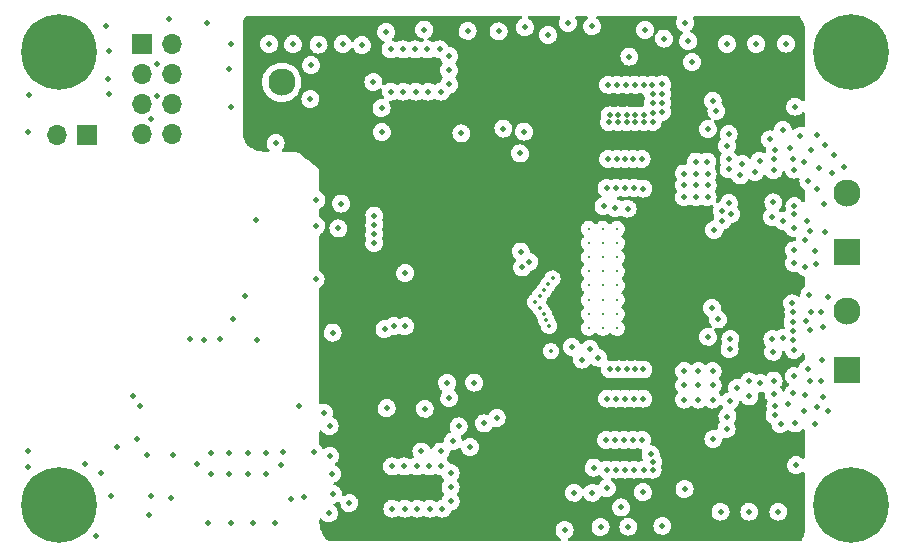
<source format=gbr>
%TF.GenerationSoftware,KiCad,Pcbnew,(6.0.8)*%
%TF.CreationDate,2023-03-12T18:26:40+08:00*%
%TF.ProjectId,STEP_MOTO,53544550-5f4d-44f5-944f-2e6b69636164,rev?*%
%TF.SameCoordinates,Original*%
%TF.FileFunction,Copper,L3,Inr*%
%TF.FilePolarity,Positive*%
%FSLAX46Y46*%
G04 Gerber Fmt 4.6, Leading zero omitted, Abs format (unit mm)*
G04 Created by KiCad (PCBNEW (6.0.8)) date 2023-03-12 18:26:40*
%MOMM*%
%LPD*%
G01*
G04 APERTURE LIST*
%TA.AperFunction,ComponentPad*%
%ADD10C,0.300000*%
%TD*%
%TA.AperFunction,ComponentPad*%
%ADD11R,2.300000X2.300000*%
%TD*%
%TA.AperFunction,ComponentPad*%
%ADD12C,2.300000*%
%TD*%
%TA.AperFunction,ComponentPad*%
%ADD13C,0.800000*%
%TD*%
%TA.AperFunction,ComponentPad*%
%ADD14C,6.400000*%
%TD*%
%TA.AperFunction,ComponentPad*%
%ADD15R,1.700000X1.700000*%
%TD*%
%TA.AperFunction,ComponentPad*%
%ADD16O,1.700000X1.700000*%
%TD*%
%TA.AperFunction,ViaPad*%
%ADD17C,0.500000*%
%TD*%
%TA.AperFunction,ViaPad*%
%ADD18C,0.350000*%
%TD*%
G04 APERTURE END LIST*
D10*
%TO.N,N/C*%
%TO.C,U1*%
X48800000Y18975000D03*
X50000000Y18975000D03*
X51200000Y18975000D03*
X48800000Y20175000D03*
X50000000Y20175000D03*
X51200000Y20175000D03*
X48800000Y21375000D03*
X50000000Y21375000D03*
X51200000Y21375000D03*
X48800000Y22575000D03*
X50000000Y22575000D03*
X51200000Y22575000D03*
X48800000Y23775000D03*
X50000000Y23775000D03*
X51200000Y23775000D03*
X48800000Y24975000D03*
X50000000Y24975000D03*
X51200000Y24975000D03*
X48800000Y26175000D03*
X50000000Y26175000D03*
X51200000Y26175000D03*
X48800000Y27375000D03*
X50000000Y27375000D03*
X51200000Y27375000D03*
%TD*%
D11*
%TO.N,+VSW*%
%TO.C,J5*%
X27823600Y39771600D03*
D12*
%TO.N,GNDPWR*%
X22823600Y39771600D03*
%TD*%
D13*
%TO.N,N/C*%
%TO.C,REF\u002A\u002A*%
X72697056Y2302944D03*
X71000000Y1600000D03*
X69302944Y2302944D03*
X73400000Y4000000D03*
D14*
X71000000Y4000000D03*
D13*
X69302944Y5697056D03*
X68600000Y4000000D03*
X71000000Y6400000D03*
X72697056Y5697056D03*
%TD*%
%TO.N,N/C*%
%TO.C,REF\u002A\u002A*%
X4000000Y44750000D03*
D14*
X4000000Y42350000D03*
D13*
X6400000Y42350000D03*
X2302944Y40652944D03*
X2302944Y44047056D03*
X4000000Y39950000D03*
X1600000Y42350000D03*
X5697056Y40652944D03*
X5697056Y44047056D03*
%TD*%
D15*
%TO.N,GND*%
%TO.C,J3*%
X11025000Y43000000D03*
D16*
%TO.N,/TXD*%
X11025000Y40460000D03*
%TO.N,/RXD*%
X11025000Y37920000D03*
%TO.N,+3.3V*%
X11025000Y35380000D03*
%TO.N,/DIR*%
X13565000Y35380000D03*
%TO.N,/BIN2*%
X13565000Y37920000D03*
%TO.N,/FAU*%
X13565000Y40460000D03*
%TO.N,/STEP*%
X13565000Y43000000D03*
%TD*%
D11*
%TO.N,/BOUT2*%
%TO.C,J2*%
X70639600Y15384800D03*
D12*
%TO.N,/BOUT1*%
X70639600Y20384800D03*
%TD*%
D14*
%TO.N,N/C*%
%TO.C,REF\u002A\u002A*%
X71000000Y42350000D03*
D13*
X73400000Y42350000D03*
X72697056Y44047056D03*
X71000000Y39950000D03*
X68600000Y42350000D03*
X69302944Y40652944D03*
X69302944Y44047056D03*
X72697056Y40652944D03*
X71000000Y44750000D03*
%TD*%
D15*
%TO.N,/FLASH*%
%TO.C,J4*%
X6299000Y35352000D03*
D16*
%TO.N,GND*%
X3759000Y35352000D03*
%TD*%
D13*
%TO.N,N/C*%
%TO.C,REF\u002A\u002A*%
X4000000Y6400000D03*
X5697056Y5697056D03*
X2302944Y5697056D03*
D14*
X4000000Y4000000D03*
D13*
X1600000Y4000000D03*
X6400000Y4000000D03*
X4000000Y1600000D03*
X5697056Y2302944D03*
X2302944Y2302944D03*
%TD*%
D11*
%TO.N,/AOUT2*%
%TO.C,J1*%
X70637200Y25384400D03*
D12*
%TO.N,/AOUT1*%
X70637200Y30384400D03*
%TD*%
D17*
%TO.N,GND*%
X18482533Y2433600D03*
X24714000Y4643400D03*
X8178600Y42413200D03*
X31699000Y12187200D03*
X1422200Y38679400D03*
X8153200Y38755600D03*
X16814600Y6599200D03*
X24282200Y12339600D03*
X18491000Y43022800D03*
X25755400Y27605000D03*
X10185200Y13254000D03*
X13258600Y45156400D03*
X11709200Y4719600D03*
X18380933Y6599200D03*
X13639600Y8224800D03*
X19947266Y8402600D03*
X22301000Y34640800D03*
X25755400Y29814800D03*
X18338600Y40863800D03*
X12293400Y41346400D03*
X1371400Y35529800D03*
X21513600Y8402600D03*
X36824989Y14315989D03*
X16484400Y44826200D03*
X1346000Y7183400D03*
X22783600Y7386600D03*
X26390400Y11780800D03*
X19947266Y6599200D03*
X1346000Y8555000D03*
X11785400Y36672800D03*
X7950000Y44546800D03*
X18380933Y8402600D03*
X6197400Y7437400D03*
X12293400Y38603200D03*
X27152400Y4897400D03*
X11429800Y8224800D03*
X33279229Y19123107D03*
X10591600Y9571000D03*
X25526800Y8478800D03*
X7492800Y6726200D03*
X8077000Y40025600D03*
X23571000Y4491000D03*
X25679200Y23109200D03*
X21513600Y6599200D03*
X18541800Y37688800D03*
X11582200Y3144800D03*
X32308600Y19121400D03*
X26898400Y8148600D03*
X31521200Y18867400D03*
X34924800Y12136400D03*
X37002386Y13037553D03*
X8889800Y8885200D03*
X16586000Y2433600D03*
X20379066Y2433600D03*
X22275600Y2433600D03*
X26873000Y10688600D03*
X26822200Y3297200D03*
X28549400Y4135400D03*
X7061000Y1392200D03*
X22936000Y8478800D03*
X13411000Y4592600D03*
X15671600Y7488200D03*
X16814600Y8402600D03*
X10820200Y12339600D03*
X27076200Y6624600D03*
X8381800Y4770400D03*
%TO.N,+VSW*%
X28244600Y18537200D03*
X61137600Y9130733D03*
X43687800Y38603200D03*
X62839400Y21788400D03*
X63779200Y21305800D03*
X42290800Y37688800D03*
X63193713Y8733667D03*
X62483800Y20035800D03*
X48844000Y40432000D03*
X63214050Y26258800D03*
X61213800Y26258800D03*
X63474400Y21788400D03*
X45059400Y42286200D03*
X43611600Y37688800D03*
X63220400Y24379200D03*
X63118800Y7361200D03*
X61163000Y37980900D03*
X63271200Y38933400D03*
X63804600Y8656600D03*
X61772600Y37587200D03*
X44729200Y5430800D03*
X48844000Y41346400D03*
X45059400Y40432000D03*
X61188400Y20035800D03*
X39980662Y7723281D03*
X39725400Y38603200D03*
X61772600Y38933400D03*
X40970000Y37688800D03*
X62204400Y21788400D03*
X63804600Y9266200D03*
X61569400Y21788400D03*
X63804600Y8047000D03*
X62483800Y21305800D03*
X63880800Y25674600D03*
X46951700Y42286200D03*
X61245550Y24963400D03*
X61848800Y24353800D03*
X61975800Y24963400D03*
X41198600Y3398800D03*
X48844000Y42286200D03*
X62452050Y7361200D03*
X62585400Y24379200D03*
X63131500Y21305800D03*
X63982400Y38210253D03*
X63779200Y20035800D03*
X63195000Y37587200D03*
X62521900Y38933400D03*
X61785300Y7361200D03*
X62483800Y37587200D03*
X63779200Y20670800D03*
X46951700Y40432000D03*
X61188400Y20670800D03*
X61163000Y37282400D03*
X63785550Y7361200D03*
X42689154Y7723281D03*
X45059400Y41371800D03*
X61137600Y8555000D03*
X62706050Y24963400D03*
X42367000Y38603200D03*
X63982400Y36964146D03*
X61772600Y8733667D03*
X41334908Y7723281D03*
X61880550Y26258800D03*
X61836100Y20035800D03*
X61137600Y7979267D03*
X63982400Y37587200D03*
X63131500Y20035800D03*
X63880800Y26258800D03*
X61836100Y21305800D03*
X61118550Y7361200D03*
X64166550Y24963400D03*
X62483156Y8733667D03*
X61188400Y21305800D03*
X44729200Y3957600D03*
X39649200Y37688800D03*
X46951700Y41378993D03*
X44043400Y7723281D03*
X43891000Y3398800D03*
X62547300Y26258800D03*
X63906200Y24404600D03*
X61163000Y38679400D03*
X44729200Y6904000D03*
X41046200Y38603200D03*
X63982400Y38833306D03*
X63436300Y24963400D03*
X42544800Y3398800D03*
X39852400Y3398800D03*
X61213800Y25611100D03*
%TO.N,+3.3V*%
X19684800Y21712200D03*
%TO.N,GNDPWR*%
X29616200Y42921200D03*
X36296400Y38984200D03*
X50571200Y36977600D03*
X33197600Y7259600D03*
X55041600Y2230400D03*
X33115050Y38984200D03*
X49098000Y44521400D03*
X36194800Y42565600D03*
X43332200Y35606000D03*
X51947880Y39568400D03*
X49225000Y7158000D03*
X52247600Y41956000D03*
X25247400Y38374600D03*
X57226000Y43276800D03*
X51301450Y36977600D03*
X60502600Y43022800D03*
X32156200Y7259600D03*
X38760200Y8885200D03*
X43052800Y25446000D03*
X45364200Y43784800D03*
X51282400Y36393400D03*
X34874000Y44242000D03*
X37312400Y9393200D03*
X55016200Y39593800D03*
X53568400Y44216600D03*
X36982200Y39593800D03*
X34239000Y7259600D03*
X34645400Y8529600D03*
X34112000Y42565600D03*
X37109200Y5494300D03*
X52577800Y9494800D03*
X57556200Y41473400D03*
X41173200Y44089600D03*
X36423400Y3678200D03*
X65506400Y43048200D03*
X38557000Y44140400D03*
X51053800Y9494800D03*
X54051000Y8275600D03*
X36982200Y42006800D03*
X50444200Y39568400D03*
X54228800Y37206200D03*
X53451560Y6980200D03*
X52679400Y6980200D03*
X54279600Y7640600D03*
X53451560Y39568400D03*
X62991800Y43022800D03*
X51561800Y3779800D03*
X50063200Y29281400D03*
X54203400Y39568400D03*
X56972000Y44826200D03*
X37109200Y4287800D03*
X49123400Y5024400D03*
X39115800Y14353900D03*
X39928600Y10891800D03*
X62407600Y3424200D03*
X27838200Y29510000D03*
X48894800Y17216400D03*
X30581400Y39797000D03*
X54228800Y36418800D03*
X49606000Y16454400D03*
X31292600Y35555200D03*
X23774200Y42997400D03*
X54223720Y6980200D03*
X32054600Y38984200D03*
X47370800Y17368800D03*
X27127000Y18588000D03*
X51135080Y6980200D03*
X52755600Y36393400D03*
X50342600Y5405400D03*
X33242050Y3678200D03*
X52095200Y29078200D03*
X35153400Y42565600D03*
X41020800Y11349000D03*
X52171400Y2154200D03*
X32181600Y3678200D03*
X37795000Y10637800D03*
X43408400Y44445200D03*
X51196040Y39568400D03*
X38023600Y35453600D03*
X33070600Y42565600D03*
X54228800Y38781000D03*
X25933200Y42972000D03*
X50545800Y36393400D03*
X36982200Y40800300D03*
X36271000Y8529600D03*
X55168600Y43480000D03*
X47040600Y44800800D03*
X59969200Y3424200D03*
X66293800Y37714200D03*
X54228800Y37993600D03*
X53492200Y36977600D03*
X27990600Y42997400D03*
X55016200Y38814867D03*
X53492200Y36393400D03*
X64871400Y3424200D03*
X52699720Y39568400D03*
X37109200Y6700800D03*
X51815800Y9494800D03*
X35235950Y38984200D03*
X52761950Y36977600D03*
X52019000Y36393400D03*
X66370000Y7361200D03*
X34175500Y38984200D03*
X47548600Y5024400D03*
X53416000Y5075200D03*
X35280400Y7259600D03*
X51907240Y6980200D03*
X56921200Y5354600D03*
X50362920Y6980200D03*
X49809200Y2128800D03*
X42976600Y33751800D03*
X21742200Y43022800D03*
X41579600Y35860000D03*
X35362950Y3678200D03*
X46761200Y1874800D03*
X51053800Y29129000D03*
X50291800Y9494800D03*
X53339800Y9494800D03*
X36321800Y7259600D03*
X31267200Y37587200D03*
X55016200Y38035934D03*
X34302500Y3678200D03*
X32029200Y42565600D03*
X48234400Y16302000D03*
X52031700Y36977600D03*
X43789400Y24557000D03*
X43154400Y24099800D03*
X25298200Y41219400D03*
X27609600Y27401800D03*
X55016200Y37257000D03*
X31648200Y44038800D03*
%TO.N,+5V*%
X33273800Y23617200D03*
X30656500Y26935400D03*
X30656500Y27714700D03*
X30657600Y28494000D03*
X30656500Y26156100D03*
%TO.N,/AOUT1*%
X69418000Y32075400D03*
X60655000Y35402800D03*
X65836600Y34234400D03*
X60655000Y33243800D03*
X68783000Y34437600D03*
X68275000Y32481800D03*
X68706800Y29510000D03*
X67055800Y32989800D03*
X64160200Y34945600D03*
X61620200Y31897600D03*
X61798000Y32837400D03*
X63271200Y33142200D03*
X59308800Y38222200D03*
X66725600Y35250400D03*
X64515800Y33269200D03*
X68173400Y35352000D03*
X62890200Y32177000D03*
X68097200Y30754600D03*
X69595800Y33624800D03*
X60655000Y32405600D03*
X66192200Y32380200D03*
X65227000Y35758400D03*
X67411400Y31415000D03*
X64541200Y34082000D03*
X59613600Y37333200D03*
X67614600Y34005800D03*
X66065200Y33320000D03*
X70434000Y32634200D03*
X64465000Y32329400D03*
X60528000Y34412200D03*
%TO.N,/AOUT2*%
X60121600Y28062200D03*
X67284400Y28062200D03*
X66166800Y27427200D03*
X64439600Y29611600D03*
X64312600Y28367000D03*
X67563800Y27173200D03*
X67970200Y25522200D03*
X60680400Y29535400D03*
X66166800Y24455400D03*
X59435800Y27274800D03*
X67157400Y24150600D03*
X65277800Y28036800D03*
X60070800Y28900400D03*
X60883600Y28621000D03*
X67132000Y26385800D03*
X66166800Y28595600D03*
X68021000Y24353800D03*
X66217600Y29281400D03*
X66166800Y25547600D03*
X68833800Y27097000D03*
%TO.N,/BOUT1*%
X65252400Y18130800D03*
X67589200Y20340600D03*
X64414200Y16962400D03*
X66141400Y17927600D03*
X68656000Y19096000D03*
X66039800Y21051800D03*
X67538400Y18791200D03*
X59740600Y19705600D03*
X67487600Y21788400D03*
X66166800Y17114800D03*
X69087800Y21636000D03*
X60731200Y17191000D03*
X66141400Y20289800D03*
X60807400Y18054600D03*
X66141400Y18689600D03*
X68478200Y20366000D03*
X67208200Y19527800D03*
X66065200Y19477000D03*
X59232600Y20670800D03*
X64363400Y18029200D03*
%TO.N,/BOUT2*%
X60756600Y12771400D03*
X67081200Y13330200D03*
X60553400Y11476000D03*
X67563800Y14473200D03*
X66268400Y10891800D03*
X68452800Y14447800D03*
X67030400Y11933200D03*
X66192200Y14905000D03*
X68097200Y12263400D03*
X68605200Y13152400D03*
X60477200Y10434600D03*
X65709600Y12542800D03*
X65049200Y10841000D03*
X67995600Y10841000D03*
X64465000Y14524000D03*
X62382200Y14447800D03*
X62382200Y13177800D03*
X63322000Y14295400D03*
X66141400Y13457200D03*
X68579800Y16225800D03*
X67335200Y15514600D03*
X69062400Y11907800D03*
X64541200Y11577600D03*
X64617400Y12339600D03*
X64465000Y13406400D03*
X61366200Y13914400D03*
X59359600Y9571000D03*
D18*
%TO.N,/STEP*%
X45745200Y23175000D03*
%TO.N,/FAU*%
X45422483Y19154100D03*
%TO.N,/BIN2*%
X44651324Y21691537D03*
%TO.N,/DIR*%
X45364200Y22676500D03*
D17*
%TO.N,/AISENP*%
X57870400Y30050000D03*
X51866600Y33294600D03*
X57861000Y33066000D03*
X56870400Y31050000D03*
X58870400Y32050000D03*
X53289000Y33294600D03*
X58870400Y30050000D03*
X57870400Y31050000D03*
X50317200Y30830800D03*
X57870400Y32050000D03*
X51206200Y33294600D03*
X53441400Y30780000D03*
X51130000Y30830800D03*
X56870400Y32050000D03*
X52628600Y30830800D03*
X56870400Y30050000D03*
X58851600Y33066000D03*
X50444200Y33294600D03*
X51866600Y30830800D03*
X58870400Y31050000D03*
X58902400Y35809200D03*
X52577800Y33294600D03*
%TO.N,/BISENP*%
X58902400Y18232400D03*
X52654000Y13000000D03*
X51326850Y15463800D03*
X58089600Y15311400D03*
X58089600Y12911400D03*
X51130000Y13000000D03*
X50368000Y13000000D03*
X58089600Y14111400D03*
X56889600Y12911400D03*
X59289600Y15311400D03*
X59289600Y12911400D03*
X56889600Y15311400D03*
X53416000Y13000000D03*
X51892000Y13000000D03*
X52031700Y15463800D03*
X50622000Y15463800D03*
X59289600Y14111400D03*
X56889600Y14111400D03*
X52736550Y15463800D03*
X53441400Y15463800D03*
D18*
%TO.N,/SDATO*%
X45224737Y19666789D03*
D17*
X18719600Y19731000D03*
%TO.N,/STA*%
X15087400Y18003800D03*
D18*
X45618200Y17013200D03*
%TO.N,/SCS*%
X45008600Y20172000D03*
D17*
X20675400Y28138400D03*
D18*
%TO.N,/BIN1*%
X45034000Y22176500D03*
D17*
X16230400Y17978400D03*
%TO.N,/SCLK*%
X17576600Y18003800D03*
D18*
X44246600Y21173500D03*
%TO.N,/SDATI*%
X44678400Y20673500D03*
D17*
X20726200Y17953000D03*
%TD*%
%TA.AperFunction,Conductor*%
%TO.N,+VSW*%
G36*
X43141375Y45371498D02*
G01*
X43187868Y45317842D01*
X43197972Y45247568D01*
X43168478Y45182988D01*
X43113859Y45146222D01*
X43090073Y45138125D01*
X43090070Y45138124D01*
X43083403Y45135854D01*
X43077405Y45132164D01*
X43077403Y45132163D01*
X42944465Y45050379D01*
X42944463Y45050377D01*
X42938466Y45046688D01*
X42816886Y44927627D01*
X42813075Y44921713D01*
X42813073Y44921711D01*
X42735501Y44801344D01*
X42724704Y44784590D01*
X42666503Y44624684D01*
X42645175Y44455857D01*
X42661781Y44286501D01*
X42664005Y44279816D01*
X42664005Y44279815D01*
X42686799Y44211294D01*
X42715494Y44125033D01*
X42719141Y44119011D01*
X42719142Y44119009D01*
X42779146Y44019932D01*
X42803646Y43979477D01*
X42921855Y43857068D01*
X42944784Y43842064D01*
X43057518Y43768293D01*
X43064246Y43763890D01*
X43070850Y43761434D01*
X43070852Y43761433D01*
X43141176Y43735280D01*
X43223741Y43704574D01*
X43392415Y43682068D01*
X43399426Y43682706D01*
X43399430Y43682706D01*
X43554862Y43696852D01*
X43561883Y43697491D01*
X43568585Y43699669D01*
X43568587Y43699669D01*
X43717023Y43747899D01*
X43717026Y43747900D01*
X43723722Y43750076D01*
X43799849Y43795457D01*
X44600975Y43795457D01*
X44617581Y43626101D01*
X44619805Y43619416D01*
X44619805Y43619415D01*
X44627580Y43596043D01*
X44671294Y43464633D01*
X44674941Y43458611D01*
X44674942Y43458609D01*
X44753955Y43328144D01*
X44759446Y43319077D01*
X44877655Y43196668D01*
X44933945Y43159833D01*
X44998542Y43117562D01*
X45020046Y43103490D01*
X45026650Y43101034D01*
X45026652Y43101033D01*
X45063044Y43087499D01*
X45179541Y43044174D01*
X45348215Y43021668D01*
X45355226Y43022306D01*
X45355230Y43022306D01*
X45510662Y43036452D01*
X45517683Y43037091D01*
X45524385Y43039269D01*
X45524387Y43039269D01*
X45672823Y43087499D01*
X45672826Y43087500D01*
X45679522Y43089676D01*
X45825690Y43176810D01*
X45830784Y43181661D01*
X45830788Y43181664D01*
X45906762Y43254014D01*
X45948921Y43294161D01*
X45955969Y43304768D01*
X46004756Y43378200D01*
X46043091Y43435898D01*
X46103519Y43594975D01*
X46127201Y43763487D01*
X46127499Y43784800D01*
X46108531Y43953908D01*
X46105565Y43962427D01*
X46079723Y44036632D01*
X46052568Y44114611D01*
X46047109Y44123348D01*
X46005955Y44189206D01*
X45962392Y44258921D01*
X45842486Y44379668D01*
X45826239Y44389979D01*
X45772808Y44423887D01*
X45698808Y44470849D01*
X45538500Y44527932D01*
X45369529Y44548080D01*
X45362526Y44547344D01*
X45362525Y44547344D01*
X45207301Y44531030D01*
X45207297Y44531029D01*
X45200293Y44530293D01*
X45193622Y44528022D01*
X45045873Y44477725D01*
X45045870Y44477724D01*
X45039203Y44475454D01*
X45033205Y44471764D01*
X45033203Y44471763D01*
X44900265Y44389979D01*
X44900263Y44389977D01*
X44894266Y44386288D01*
X44772686Y44267227D01*
X44768875Y44261313D01*
X44768873Y44261311D01*
X44693300Y44144045D01*
X44680504Y44124190D01*
X44622303Y43964284D01*
X44600975Y43795457D01*
X43799849Y43795457D01*
X43869890Y43837210D01*
X43874984Y43842061D01*
X43874988Y43842064D01*
X43942920Y43906755D01*
X43993121Y43954561D01*
X44001620Y43967352D01*
X44064692Y44062284D01*
X44087291Y44096298D01*
X44147719Y44255375D01*
X44171401Y44423887D01*
X44171699Y44445200D01*
X44152731Y44614308D01*
X44149765Y44622827D01*
X44120277Y44707503D01*
X44096768Y44775011D01*
X44090783Y44784590D01*
X44059224Y44835093D01*
X44006592Y44919321D01*
X43966463Y44959732D01*
X43927772Y44998694D01*
X43886686Y45040068D01*
X43870439Y45050379D01*
X43766614Y45116268D01*
X43743008Y45131249D01*
X43699333Y45146801D01*
X43641869Y45188495D01*
X43616069Y45254638D01*
X43630124Y45324229D01*
X43679572Y45375175D01*
X43741600Y45391500D01*
X46287762Y45391500D01*
X46355883Y45371498D01*
X46402376Y45317842D01*
X46412480Y45247568D01*
X46393673Y45197244D01*
X46360791Y45146222D01*
X46356904Y45140190D01*
X46322872Y45046688D01*
X46309065Y45008752D01*
X46298703Y44980284D01*
X46277375Y44811457D01*
X46293981Y44642101D01*
X46296205Y44635416D01*
X46296205Y44635415D01*
X46303156Y44614521D01*
X46347694Y44480633D01*
X46351341Y44474611D01*
X46351342Y44474609D01*
X46419569Y44361954D01*
X46435846Y44335077D01*
X46554055Y44212668D01*
X46576984Y44197664D01*
X46689264Y44124190D01*
X46696446Y44119490D01*
X46703050Y44117034D01*
X46703052Y44117033D01*
X46758807Y44096298D01*
X46855941Y44060174D01*
X47024615Y44037668D01*
X47031626Y44038306D01*
X47031630Y44038306D01*
X47187062Y44052452D01*
X47194083Y44053091D01*
X47200785Y44055269D01*
X47200787Y44055269D01*
X47349223Y44103499D01*
X47349226Y44103500D01*
X47355922Y44105676D01*
X47502090Y44192810D01*
X47507184Y44197661D01*
X47507188Y44197664D01*
X47582186Y44269084D01*
X47625321Y44310161D01*
X47638969Y44330702D01*
X47696811Y44417762D01*
X47719491Y44451898D01*
X47779919Y44610975D01*
X47803601Y44779487D01*
X47803899Y44800800D01*
X47784931Y44969908D01*
X47781459Y44979880D01*
X47731286Y45123954D01*
X47728968Y45130611D01*
X47722983Y45140190D01*
X47686402Y45198730D01*
X47667266Y45267099D01*
X47688131Y45334960D01*
X47742372Y45380768D01*
X47793256Y45391500D01*
X48619413Y45391500D01*
X48687534Y45371498D01*
X48734027Y45317842D01*
X48744131Y45247568D01*
X48714637Y45182988D01*
X48685436Y45158183D01*
X48634067Y45126581D01*
X48634060Y45126576D01*
X48628066Y45122888D01*
X48623033Y45117959D01*
X48545221Y45041759D01*
X48506486Y45003827D01*
X48502675Y44997913D01*
X48502673Y44997911D01*
X48438845Y44898870D01*
X48414304Y44860790D01*
X48386461Y44784293D01*
X48364826Y44724849D01*
X48356103Y44700884D01*
X48334775Y44532057D01*
X48351381Y44362701D01*
X48353605Y44356016D01*
X48353605Y44356015D01*
X48368859Y44310161D01*
X48405094Y44201233D01*
X48408741Y44195211D01*
X48408742Y44195209D01*
X48489245Y44062284D01*
X48493246Y44055677D01*
X48611455Y43933268D01*
X48628930Y43921833D01*
X48733797Y43853210D01*
X48753846Y43840090D01*
X48760450Y43837634D01*
X48760452Y43837633D01*
X48826003Y43813255D01*
X48913341Y43780774D01*
X49082015Y43758268D01*
X49089026Y43758906D01*
X49089030Y43758906D01*
X49244462Y43773052D01*
X49251483Y43773691D01*
X49258185Y43775869D01*
X49258187Y43775869D01*
X49406623Y43824099D01*
X49406626Y43824100D01*
X49413322Y43826276D01*
X49559490Y43913410D01*
X49564584Y43918261D01*
X49564588Y43918264D01*
X49638563Y43988710D01*
X49682721Y44030761D01*
X49687930Y44038600D01*
X49740040Y44117033D01*
X49776891Y44172498D01*
X49797692Y44227257D01*
X52805175Y44227257D01*
X52821781Y44057901D01*
X52824005Y44051216D01*
X52824005Y44051215D01*
X52835225Y44017487D01*
X52875494Y43896433D01*
X52879141Y43890411D01*
X52879142Y43890409D01*
X52958155Y43759944D01*
X52963646Y43750877D01*
X53081855Y43628468D01*
X53143107Y43588386D01*
X53206541Y43546876D01*
X53224246Y43535290D01*
X53230850Y43532834D01*
X53230852Y43532833D01*
X53291840Y43510152D01*
X53383741Y43475974D01*
X53552415Y43453468D01*
X53559426Y43454106D01*
X53559430Y43454106D01*
X53714862Y43468252D01*
X53721883Y43468891D01*
X53728585Y43471069D01*
X53728587Y43471069D01*
X53788872Y43490657D01*
X54405375Y43490657D01*
X54421981Y43321301D01*
X54424205Y43314616D01*
X54424205Y43314615D01*
X54430013Y43297155D01*
X54475694Y43159833D01*
X54479341Y43153811D01*
X54479342Y43153809D01*
X54556477Y43026445D01*
X54563846Y43014277D01*
X54682055Y42891868D01*
X54733238Y42858375D01*
X54805517Y42811077D01*
X54824446Y42798690D01*
X54831050Y42796234D01*
X54831052Y42796233D01*
X54886570Y42775586D01*
X54983941Y42739374D01*
X55152615Y42716868D01*
X55159626Y42717506D01*
X55159630Y42717506D01*
X55315062Y42731652D01*
X55322083Y42732291D01*
X55328785Y42734469D01*
X55328787Y42734469D01*
X55477223Y42782699D01*
X55477226Y42782700D01*
X55483922Y42784876D01*
X55630090Y42872010D01*
X55635184Y42876861D01*
X55635188Y42876864D01*
X55725971Y42963316D01*
X55753321Y42989361D01*
X55770390Y43015051D01*
X55829148Y43103490D01*
X55847491Y43131098D01*
X55907919Y43290175D01*
X55931601Y43458687D01*
X55931778Y43471316D01*
X55931844Y43476039D01*
X55931844Y43476045D01*
X55931899Y43480000D01*
X55912931Y43649108D01*
X55909818Y43658049D01*
X55880015Y43743630D01*
X55856968Y43809811D01*
X55850983Y43819390D01*
X55811428Y43882689D01*
X55766792Y43954121D01*
X55646886Y44074868D01*
X55630639Y44085179D01*
X55576573Y44119490D01*
X55503208Y44166049D01*
X55342900Y44223132D01*
X55173929Y44243280D01*
X55166926Y44242544D01*
X55166925Y44242544D01*
X55011701Y44226230D01*
X55011697Y44226229D01*
X55004693Y44225493D01*
X54998022Y44223222D01*
X54850273Y44172925D01*
X54850270Y44172924D01*
X54843603Y44170654D01*
X54837605Y44166964D01*
X54837603Y44166963D01*
X54704665Y44085179D01*
X54704663Y44085177D01*
X54698666Y44081488D01*
X54653919Y44037668D01*
X54589326Y43974413D01*
X54577086Y43962427D01*
X54573275Y43956513D01*
X54573273Y43956511D01*
X54510869Y43859679D01*
X54457154Y43813255D01*
X54446566Y43811746D01*
X54453278Y43800944D01*
X54450256Y43724197D01*
X54429595Y43667430D01*
X54426703Y43659484D01*
X54405375Y43490657D01*
X53788872Y43490657D01*
X53877023Y43519299D01*
X53877026Y43519300D01*
X53883722Y43521476D01*
X54029890Y43608610D01*
X54034984Y43613461D01*
X54034988Y43613464D01*
X54109439Y43684363D01*
X54153121Y43725961D01*
X54158759Y43734446D01*
X54209940Y43811480D01*
X54226908Y43837018D01*
X54281264Y43882689D01*
X54289672Y43883767D01*
X54284017Y43892591D01*
X54284107Y43963587D01*
X54287170Y43972678D01*
X54305215Y44020183D01*
X54305215Y44020184D01*
X54307719Y44026775D01*
X54331401Y44195287D01*
X54331518Y44203636D01*
X54331644Y44212639D01*
X54331644Y44212645D01*
X54331699Y44216600D01*
X54312731Y44385708D01*
X54300273Y44421484D01*
X54268502Y44512716D01*
X54256768Y44546411D01*
X54250783Y44555990D01*
X54214341Y44614308D01*
X54166592Y44690721D01*
X54156116Y44701271D01*
X54082327Y44775577D01*
X54046686Y44811468D01*
X54030439Y44821779D01*
X53979402Y44854168D01*
X53903008Y44902649D01*
X53742700Y44959732D01*
X53573729Y44979880D01*
X53566726Y44979144D01*
X53566725Y44979144D01*
X53411501Y44962830D01*
X53411497Y44962829D01*
X53404493Y44962093D01*
X53397822Y44959822D01*
X53250073Y44909525D01*
X53250070Y44909524D01*
X53243403Y44907254D01*
X53237405Y44903564D01*
X53237403Y44903563D01*
X53104465Y44821779D01*
X53104463Y44821777D01*
X53098466Y44818088D01*
X53055129Y44775649D01*
X53015621Y44736959D01*
X52976886Y44699027D01*
X52973075Y44693113D01*
X52973073Y44693111D01*
X52890610Y44565154D01*
X52884704Y44555990D01*
X52826503Y44396084D01*
X52805175Y44227257D01*
X49797692Y44227257D01*
X49837319Y44331575D01*
X49861001Y44500087D01*
X49861178Y44512716D01*
X49861244Y44517439D01*
X49861244Y44517445D01*
X49861299Y44521400D01*
X49842331Y44690508D01*
X49839365Y44699027D01*
X49794673Y44827363D01*
X49786368Y44851211D01*
X49780383Y44860790D01*
X49747541Y44913346D01*
X49696192Y44995521D01*
X49656918Y45035071D01*
X49581248Y45111271D01*
X49576286Y45116268D01*
X49560036Y45126581D01*
X49508770Y45159115D01*
X49461971Y45212504D01*
X49451466Y45282719D01*
X49480590Y45347467D01*
X49540096Y45386191D01*
X49576284Y45391500D01*
X56202793Y45391500D01*
X56270914Y45371498D01*
X56317407Y45317842D01*
X56327511Y45247568D01*
X56308704Y45197245D01*
X56288304Y45165590D01*
X56230103Y45005684D01*
X56208775Y44836857D01*
X56225381Y44667501D01*
X56227605Y44660816D01*
X56227605Y44660815D01*
X56242210Y44616911D01*
X56279094Y44506033D01*
X56282741Y44500011D01*
X56282742Y44500009D01*
X56358701Y44374587D01*
X56367246Y44360477D01*
X56485455Y44238068D01*
X56521376Y44214562D01*
X56618422Y44151057D01*
X56627846Y44144890D01*
X56735709Y44104776D01*
X56792585Y44062284D01*
X56817458Y43995787D01*
X56802433Y43926398D01*
X56766170Y43888172D01*
X56767619Y43886318D01*
X56762065Y43881979D01*
X56756066Y43878288D01*
X56719076Y43842064D01*
X56642185Y43766766D01*
X56634486Y43759227D01*
X56630675Y43753313D01*
X56630673Y43753311D01*
X56548691Y43626101D01*
X56542304Y43616190D01*
X56507831Y43521476D01*
X56488692Y43468891D01*
X56484103Y43456284D01*
X56462775Y43287457D01*
X56479381Y43118101D01*
X56481605Y43111416D01*
X56481605Y43111415D01*
X56503973Y43044174D01*
X56533094Y42956633D01*
X56536741Y42950611D01*
X56536742Y42950609D01*
X56611975Y42826386D01*
X56621246Y42811077D01*
X56739455Y42688668D01*
X56756930Y42677233D01*
X56839657Y42623098D01*
X56881846Y42595490D01*
X56888450Y42593034D01*
X56888452Y42593033D01*
X56944207Y42572298D01*
X57041341Y42536174D01*
X57210015Y42513668D01*
X57217026Y42514306D01*
X57217030Y42514306D01*
X57372462Y42528452D01*
X57379483Y42529091D01*
X57386185Y42531269D01*
X57386187Y42531269D01*
X57534623Y42579499D01*
X57534626Y42579500D01*
X57541322Y42581676D01*
X57687490Y42668810D01*
X57692584Y42673661D01*
X57692588Y42673664D01*
X57785875Y42762501D01*
X57810721Y42786161D01*
X57819046Y42798690D01*
X57863337Y42865355D01*
X57904891Y42927898D01*
X57944989Y43033457D01*
X59739375Y43033457D01*
X59755981Y42864101D01*
X59758205Y42857416D01*
X59758205Y42857415D01*
X59768527Y42826386D01*
X59809694Y42702633D01*
X59813341Y42696611D01*
X59813342Y42696609D01*
X59890477Y42569245D01*
X59897846Y42557077D01*
X60016055Y42434668D01*
X60060766Y42405410D01*
X60144068Y42350899D01*
X60158446Y42341490D01*
X60165050Y42339034D01*
X60165052Y42339033D01*
X60201444Y42325499D01*
X60317941Y42282174D01*
X60486615Y42259668D01*
X60493626Y42260306D01*
X60493630Y42260306D01*
X60649062Y42274452D01*
X60656083Y42275091D01*
X60662785Y42277269D01*
X60662787Y42277269D01*
X60811223Y42325499D01*
X60811226Y42325500D01*
X60817922Y42327676D01*
X60964090Y42414810D01*
X60969184Y42419661D01*
X60969188Y42419664D01*
X61060648Y42506761D01*
X61087321Y42532161D01*
X61100874Y42552559D01*
X61143839Y42617227D01*
X61181491Y42673898D01*
X61241919Y42832975D01*
X61265601Y43001487D01*
X61265899Y43022800D01*
X61264704Y43033457D01*
X62228575Y43033457D01*
X62245181Y42864101D01*
X62247405Y42857416D01*
X62247405Y42857415D01*
X62257727Y42826386D01*
X62298894Y42702633D01*
X62302541Y42696611D01*
X62302542Y42696609D01*
X62379677Y42569245D01*
X62387046Y42557077D01*
X62505255Y42434668D01*
X62549966Y42405410D01*
X62633268Y42350899D01*
X62647646Y42341490D01*
X62654250Y42339034D01*
X62654252Y42339033D01*
X62690644Y42325499D01*
X62807141Y42282174D01*
X62975815Y42259668D01*
X62982826Y42260306D01*
X62982830Y42260306D01*
X63138262Y42274452D01*
X63145283Y42275091D01*
X63151985Y42277269D01*
X63151987Y42277269D01*
X63300423Y42325499D01*
X63300426Y42325500D01*
X63307122Y42327676D01*
X63453290Y42414810D01*
X63458384Y42419661D01*
X63458388Y42419664D01*
X63549848Y42506761D01*
X63576521Y42532161D01*
X63590074Y42552559D01*
X63633039Y42617227D01*
X63670691Y42673898D01*
X63731119Y42832975D01*
X63754801Y43001487D01*
X63755099Y43022800D01*
X63751055Y43058857D01*
X64743175Y43058857D01*
X64759781Y42889501D01*
X64762005Y42882816D01*
X64762005Y42882815D01*
X64772260Y42851987D01*
X64813494Y42728033D01*
X64817141Y42722011D01*
X64817142Y42722009D01*
X64893050Y42596671D01*
X64901646Y42582477D01*
X65019855Y42460068D01*
X65065619Y42430121D01*
X65142197Y42380010D01*
X65162246Y42366890D01*
X65168850Y42364434D01*
X65168852Y42364433D01*
X65205244Y42350899D01*
X65321741Y42307574D01*
X65490415Y42285068D01*
X65497426Y42285706D01*
X65497430Y42285706D01*
X65652862Y42299852D01*
X65659883Y42300491D01*
X65666585Y42302669D01*
X65666587Y42302669D01*
X65815023Y42350899D01*
X65815026Y42350900D01*
X65821722Y42353076D01*
X65967890Y42440210D01*
X65972984Y42445061D01*
X65972988Y42445064D01*
X66061224Y42529091D01*
X66091121Y42557561D01*
X66100913Y42572298D01*
X66150400Y42646783D01*
X66185291Y42699298D01*
X66245719Y42858375D01*
X66269401Y43026887D01*
X66269574Y43039269D01*
X66269644Y43044239D01*
X66269644Y43044245D01*
X66269699Y43048200D01*
X66250731Y43217308D01*
X66237169Y43256254D01*
X66212495Y43327106D01*
X66194768Y43378011D01*
X66188783Y43387590D01*
X66154096Y43443099D01*
X66104592Y43522321D01*
X66065318Y43561871D01*
X66020889Y43606611D01*
X65984686Y43643068D01*
X65973748Y43650010D01*
X65917329Y43685814D01*
X65841008Y43734249D01*
X65680700Y43791332D01*
X65511729Y43811480D01*
X65504726Y43810744D01*
X65504725Y43810744D01*
X65349501Y43794430D01*
X65349497Y43794429D01*
X65342493Y43793693D01*
X65335822Y43791422D01*
X65188073Y43741125D01*
X65188070Y43741124D01*
X65181403Y43738854D01*
X65175405Y43735164D01*
X65175403Y43735163D01*
X65042465Y43653379D01*
X65042463Y43653377D01*
X65036466Y43649688D01*
X64993129Y43607249D01*
X64953621Y43568559D01*
X64914886Y43530627D01*
X64911075Y43524713D01*
X64911073Y43524711D01*
X64827686Y43395321D01*
X64822704Y43387590D01*
X64794861Y43311093D01*
X64773226Y43251649D01*
X64764503Y43227684D01*
X64743175Y43058857D01*
X63751055Y43058857D01*
X63736131Y43191908D01*
X63723673Y43227684D01*
X63708965Y43269917D01*
X63680168Y43352611D01*
X63674709Y43361348D01*
X63642965Y43412148D01*
X63589992Y43496921D01*
X63564405Y43522688D01*
X63488663Y43598961D01*
X63470086Y43617668D01*
X63460303Y43623877D01*
X63400282Y43661967D01*
X63326408Y43708849D01*
X63166100Y43765932D01*
X62997129Y43786080D01*
X62990126Y43785344D01*
X62990125Y43785344D01*
X62834901Y43769030D01*
X62834897Y43769029D01*
X62827893Y43768293D01*
X62821222Y43766022D01*
X62673473Y43715725D01*
X62673470Y43715724D01*
X62666803Y43713454D01*
X62660805Y43709764D01*
X62660803Y43709763D01*
X62527865Y43627979D01*
X62527863Y43627977D01*
X62521866Y43624288D01*
X62484066Y43587271D01*
X62406254Y43511071D01*
X62400286Y43505227D01*
X62396475Y43499313D01*
X62396473Y43499311D01*
X62327761Y43392691D01*
X62308104Y43362190D01*
X62249903Y43202284D01*
X62228575Y43033457D01*
X61264704Y43033457D01*
X61246931Y43191908D01*
X61234473Y43227684D01*
X61219765Y43269917D01*
X61190968Y43352611D01*
X61185509Y43361348D01*
X61153765Y43412148D01*
X61100792Y43496921D01*
X61075205Y43522688D01*
X60999463Y43598961D01*
X60980886Y43617668D01*
X60971103Y43623877D01*
X60911082Y43661967D01*
X60837208Y43708849D01*
X60676900Y43765932D01*
X60507929Y43786080D01*
X60500926Y43785344D01*
X60500925Y43785344D01*
X60345701Y43769030D01*
X60345697Y43769029D01*
X60338693Y43768293D01*
X60332022Y43766022D01*
X60184273Y43715725D01*
X60184270Y43715724D01*
X60177603Y43713454D01*
X60171605Y43709764D01*
X60171603Y43709763D01*
X60038665Y43627979D01*
X60038663Y43627977D01*
X60032666Y43624288D01*
X59994866Y43587271D01*
X59917054Y43511071D01*
X59911086Y43505227D01*
X59907275Y43499313D01*
X59907273Y43499311D01*
X59838561Y43392691D01*
X59818904Y43362190D01*
X59760703Y43202284D01*
X59739375Y43033457D01*
X57944989Y43033457D01*
X57965319Y43086975D01*
X57989001Y43255487D01*
X57989299Y43276800D01*
X57970331Y43445908D01*
X57967365Y43454427D01*
X57935170Y43546876D01*
X57914368Y43606611D01*
X57910582Y43612671D01*
X57876824Y43666693D01*
X57824192Y43750921D01*
X57808458Y43766766D01*
X57722615Y43853210D01*
X57704286Y43871668D01*
X57681202Y43886318D01*
X57634731Y43915809D01*
X57560608Y43962849D01*
X57503471Y43983194D01*
X57463730Y43997346D01*
X57406266Y44039040D01*
X57380466Y44105183D01*
X57394521Y44174775D01*
X57429154Y44215625D01*
X57433490Y44218210D01*
X57438584Y44223061D01*
X57438588Y44223064D01*
X57524946Y44305302D01*
X57556721Y44335561D01*
X57574257Y44361954D01*
X57613808Y44421484D01*
X57650891Y44477298D01*
X57711319Y44636375D01*
X57735001Y44804887D01*
X57735191Y44818451D01*
X57735244Y44822239D01*
X57735244Y44822245D01*
X57735299Y44826200D01*
X57716331Y44995308D01*
X57713365Y45003827D01*
X57668673Y45132163D01*
X57660368Y45156011D01*
X57654383Y45165590D01*
X57633674Y45198730D01*
X57614538Y45267099D01*
X57635403Y45334960D01*
X57689644Y45380769D01*
X57740528Y45391500D01*
X66601202Y45391500D01*
X66669323Y45371498D01*
X66704129Y45338178D01*
X66813083Y45183877D01*
X66822030Y45169166D01*
X66938484Y44944415D01*
X66945336Y44928634D01*
X67022945Y44710146D01*
X67030064Y44690104D01*
X67034704Y44673527D01*
X67042190Y44637443D01*
X67086120Y44425681D01*
X67088458Y44408623D01*
X67105899Y44151759D01*
X67106188Y44143150D01*
X67104395Y41054015D01*
X67102800Y38306748D01*
X67102785Y38281677D01*
X67082743Y38213568D01*
X67029061Y38167106D01*
X66958781Y38157043D01*
X66894217Y38186573D01*
X66887379Y38192967D01*
X66777053Y38304067D01*
X66777049Y38304070D01*
X66772086Y38309068D01*
X66755839Y38319379D01*
X66700736Y38354348D01*
X66628408Y38400249D01*
X66468100Y38457332D01*
X66299129Y38477480D01*
X66292126Y38476744D01*
X66292125Y38476744D01*
X66136901Y38460430D01*
X66136897Y38460429D01*
X66129893Y38459693D01*
X66123222Y38457422D01*
X65975473Y38407125D01*
X65975470Y38407124D01*
X65968803Y38404854D01*
X65962805Y38401164D01*
X65962803Y38401163D01*
X65829865Y38319379D01*
X65829863Y38319377D01*
X65823866Y38315688D01*
X65780529Y38273249D01*
X65710667Y38204834D01*
X65702286Y38196627D01*
X65698475Y38190713D01*
X65698473Y38190711D01*
X65616491Y38063501D01*
X65610104Y38053590D01*
X65594694Y38011251D01*
X65562570Y37922990D01*
X65551903Y37893684D01*
X65530575Y37724857D01*
X65547181Y37555501D01*
X65600894Y37394033D01*
X65604541Y37388011D01*
X65604542Y37388009D01*
X65678798Y37265399D01*
X65689046Y37248477D01*
X65807255Y37126068D01*
X65949646Y37032890D01*
X65956250Y37030434D01*
X65956252Y37030433D01*
X66026963Y37004136D01*
X66109141Y36973574D01*
X66277815Y36951068D01*
X66284826Y36951706D01*
X66284830Y36951706D01*
X66440262Y36965852D01*
X66447283Y36966491D01*
X66453985Y36968669D01*
X66453987Y36968669D01*
X66602423Y37016899D01*
X66602426Y37016900D01*
X66609122Y37019076D01*
X66755290Y37106210D01*
X66760384Y37111061D01*
X66760388Y37111064D01*
X66873425Y37218708D01*
X66873426Y37218709D01*
X66878521Y37223561D01*
X66880653Y37226770D01*
X66938713Y37265399D01*
X67009701Y37266525D01*
X67070029Y37229094D01*
X67100542Y37164989D01*
X67102125Y37145014D01*
X67101520Y36103713D01*
X67101518Y36100282D01*
X67081476Y36032173D01*
X67027794Y35985711D01*
X66957514Y35975648D01*
X66933256Y35981655D01*
X66899900Y35993532D01*
X66730929Y36013680D01*
X66723926Y36012944D01*
X66723925Y36012944D01*
X66568701Y35996630D01*
X66568697Y35996629D01*
X66561693Y35995893D01*
X66555022Y35993622D01*
X66407273Y35943325D01*
X66407270Y35943324D01*
X66400603Y35941054D01*
X66394605Y35937364D01*
X66394603Y35937363D01*
X66261665Y35855579D01*
X66261663Y35855577D01*
X66255666Y35851888D01*
X66194342Y35791834D01*
X66191691Y35789238D01*
X66129027Y35755867D01*
X66058268Y35761673D01*
X66001880Y35804812D01*
X65978318Y35865216D01*
X65972116Y35920509D01*
X65971331Y35927508D01*
X65968365Y35936027D01*
X65938387Y36022109D01*
X65915368Y36088211D01*
X65909383Y36097790D01*
X65877824Y36148293D01*
X65825192Y36232521D01*
X65705286Y36353268D01*
X65689039Y36363579D01*
X65638824Y36395446D01*
X65561608Y36444449D01*
X65401300Y36501532D01*
X65232329Y36521680D01*
X65225326Y36520944D01*
X65225325Y36520944D01*
X65070101Y36504630D01*
X65070097Y36504629D01*
X65063093Y36503893D01*
X65056422Y36501622D01*
X64908673Y36451325D01*
X64908670Y36451324D01*
X64902003Y36449054D01*
X64896005Y36445364D01*
X64896003Y36445363D01*
X64763065Y36363579D01*
X64763063Y36363577D01*
X64757066Y36359888D01*
X64635486Y36240827D01*
X64631675Y36234913D01*
X64631673Y36234911D01*
X64569869Y36139011D01*
X64543304Y36097790D01*
X64509272Y36004288D01*
X64501049Y35981694D01*
X64485103Y35937884D01*
X64472078Y35834777D01*
X64467542Y35798875D01*
X64439160Y35733798D01*
X64380101Y35694397D01*
X64327618Y35689553D01*
X64217058Y35702736D01*
X64165529Y35708880D01*
X64158526Y35708144D01*
X64158525Y35708144D01*
X64003301Y35691830D01*
X64003297Y35691829D01*
X63996293Y35691093D01*
X63989622Y35688822D01*
X63841873Y35638525D01*
X63841870Y35638524D01*
X63835203Y35636254D01*
X63829205Y35632564D01*
X63829203Y35632563D01*
X63696265Y35550779D01*
X63696263Y35550777D01*
X63690266Y35547088D01*
X63685233Y35542159D01*
X63577067Y35436234D01*
X63568686Y35428027D01*
X63564875Y35422113D01*
X63564873Y35422111D01*
X63501923Y35324432D01*
X63476504Y35284990D01*
X63418303Y35125084D01*
X63396975Y34956257D01*
X63413581Y34786901D01*
X63415805Y34780216D01*
X63415805Y34780215D01*
X63427530Y34744968D01*
X63467294Y34625433D01*
X63470941Y34619411D01*
X63470942Y34619409D01*
X63547761Y34492567D01*
X63555446Y34479877D01*
X63673655Y34357468D01*
X63735030Y34317305D01*
X63781076Y34263270D01*
X63791041Y34196084D01*
X63777975Y34092657D01*
X63789628Y33973813D01*
X63791940Y33950237D01*
X63778681Y33880489D01*
X63729818Y33828982D01*
X63660866Y33812069D01*
X63611481Y33824649D01*
X63605808Y33828249D01*
X63445500Y33885332D01*
X63276529Y33905480D01*
X63269526Y33904744D01*
X63269525Y33904744D01*
X63114301Y33888430D01*
X63114297Y33888429D01*
X63107293Y33887693D01*
X63100622Y33885422D01*
X62952873Y33835125D01*
X62952870Y33835124D01*
X62946203Y33832854D01*
X62940205Y33829164D01*
X62940203Y33829163D01*
X62807265Y33747379D01*
X62807263Y33747377D01*
X62801266Y33743688D01*
X62749687Y33693178D01*
X62687390Y33632171D01*
X62679686Y33624627D01*
X62675875Y33618713D01*
X62675873Y33618711D01*
X62614481Y33523449D01*
X62587504Y33481590D01*
X62585095Y33474970D01*
X62585092Y33474965D01*
X62558800Y33402727D01*
X62516706Y33345555D01*
X62450385Y33320217D01*
X62380893Y33334758D01*
X62350993Y33357037D01*
X62312489Y33395811D01*
X62276286Y33432268D01*
X62132608Y33523449D01*
X61972300Y33580532D01*
X61803329Y33600680D01*
X61796326Y33599944D01*
X61796325Y33599944D01*
X61641101Y33583630D01*
X61641097Y33583629D01*
X61634093Y33582893D01*
X61490899Y33534146D01*
X61484119Y33531838D01*
X61413187Y33528820D01*
X61351883Y33564630D01*
X61336660Y33584346D01*
X61306775Y33632171D01*
X61253192Y33717921D01*
X61234602Y33736642D01*
X61160378Y33811386D01*
X61126571Y33873817D01*
X61131883Y33944615D01*
X61144836Y33969897D01*
X61190459Y34038566D01*
X61206891Y34063298D01*
X61267319Y34222375D01*
X61291001Y34390887D01*
X61291118Y34399236D01*
X61291244Y34408239D01*
X61291244Y34408245D01*
X61291299Y34412200D01*
X61272331Y34581308D01*
X61216368Y34742011D01*
X61212633Y34747988D01*
X61209590Y34754340D01*
X61210826Y34754932D01*
X61193743Y34815958D01*
X61214605Y34883820D01*
X61232842Y34905610D01*
X61239721Y34912161D01*
X61248046Y34924690D01*
X61294028Y34993900D01*
X61333891Y35053898D01*
X61394319Y35212975D01*
X61418001Y35381487D01*
X61418299Y35402800D01*
X61399331Y35571908D01*
X61396243Y35580777D01*
X61370315Y35655231D01*
X61343368Y35732611D01*
X61338109Y35741028D01*
X61306193Y35792103D01*
X61253192Y35876921D01*
X61245159Y35885011D01*
X61188778Y35941787D01*
X61133286Y35997668D01*
X61117039Y36007979D01*
X61053238Y36048468D01*
X60989608Y36088849D01*
X60829300Y36145932D01*
X60660329Y36166080D01*
X60653326Y36165344D01*
X60653325Y36165344D01*
X60498101Y36149030D01*
X60498097Y36149029D01*
X60491093Y36148293D01*
X60484422Y36146022D01*
X60336673Y36095725D01*
X60336670Y36095724D01*
X60330003Y36093454D01*
X60324005Y36089764D01*
X60324003Y36089763D01*
X60191065Y36007979D01*
X60191063Y36007977D01*
X60185066Y36004288D01*
X60063486Y35885227D01*
X60059675Y35879313D01*
X60059673Y35879311D01*
X59993579Y35776754D01*
X59971304Y35742190D01*
X59940483Y35657510D01*
X59929049Y35626094D01*
X59913103Y35582284D01*
X59891775Y35413457D01*
X59908381Y35244101D01*
X59910605Y35237416D01*
X59910605Y35237415D01*
X59913375Y35229087D01*
X59962094Y35082633D01*
X59965744Y35076607D01*
X59965744Y35076606D01*
X59972300Y35065780D01*
X59990478Y34997150D01*
X59968667Y34929587D01*
X59952685Y34910490D01*
X59936486Y34894627D01*
X59932675Y34888713D01*
X59932673Y34888711D01*
X59851066Y34762082D01*
X59844304Y34751590D01*
X59786103Y34591684D01*
X59764775Y34422857D01*
X59781381Y34253501D01*
X59783605Y34246816D01*
X59783605Y34246815D01*
X59790556Y34225921D01*
X59835094Y34092033D01*
X59838741Y34086011D01*
X59838742Y34086009D01*
X59910896Y33966870D01*
X59923246Y33946477D01*
X59928135Y33941414D01*
X59928136Y33941413D01*
X59956650Y33911886D01*
X60019213Y33847101D01*
X60023112Y33843063D01*
X60056044Y33780167D01*
X60049744Y33709450D01*
X60038386Y33687280D01*
X59998009Y33624627D01*
X59971304Y33583190D01*
X59940838Y33499484D01*
X59929049Y33467094D01*
X59913103Y33423284D01*
X59891775Y33254457D01*
X59908381Y33085101D01*
X59910605Y33078416D01*
X59910605Y33078415D01*
X59914059Y33068033D01*
X59962094Y32923633D01*
X59965742Y32917609D01*
X59965745Y32917603D01*
X59981545Y32891514D01*
X59999724Y32822884D01*
X59979680Y32757988D01*
X59975124Y32750918D01*
X59971304Y32744990D01*
X59937660Y32652553D01*
X59917739Y32597820D01*
X59913103Y32585084D01*
X59891775Y32416257D01*
X59908381Y32246901D01*
X59910605Y32240216D01*
X59910605Y32240215D01*
X59915413Y32225762D01*
X59962094Y32085433D01*
X59965741Y32079411D01*
X59965742Y32079409D01*
X60032377Y31969383D01*
X60050246Y31939877D01*
X60168455Y31817468D01*
X60174351Y31813610D01*
X60292163Y31736516D01*
X60310846Y31724290D01*
X60317450Y31721834D01*
X60317452Y31721833D01*
X60368770Y31702748D01*
X60470341Y31664974D01*
X60639015Y31642468D01*
X60646026Y31643106D01*
X60646030Y31643106D01*
X60799135Y31657040D01*
X60868789Y31643295D01*
X60919953Y31594074D01*
X60924934Y31584412D01*
X60925071Y31584115D01*
X60927294Y31577433D01*
X60930943Y31571408D01*
X61011235Y31438831D01*
X61015446Y31431877D01*
X61133655Y31309468D01*
X61139551Y31305610D01*
X61245769Y31236103D01*
X61276046Y31216290D01*
X61282650Y31213834D01*
X61282652Y31213833D01*
X61319044Y31200299D01*
X61435541Y31156974D01*
X61604215Y31134468D01*
X61611226Y31135106D01*
X61611230Y31135106D01*
X61766662Y31149252D01*
X61773683Y31149891D01*
X61780385Y31152069D01*
X61780387Y31152069D01*
X61928823Y31200299D01*
X61928826Y31200300D01*
X61935522Y31202476D01*
X62081690Y31289610D01*
X62086784Y31294461D01*
X62086788Y31294464D01*
X62154033Y31358501D01*
X62204921Y31406961D01*
X62280137Y31520170D01*
X62334494Y31565839D01*
X62404914Y31574871D01*
X62454076Y31555873D01*
X62473321Y31543280D01*
X62522314Y31511220D01*
X62546046Y31495690D01*
X62552650Y31493234D01*
X62552652Y31493233D01*
X62625748Y31466049D01*
X62705541Y31436374D01*
X62874215Y31413868D01*
X62881226Y31414506D01*
X62881230Y31414506D01*
X63036662Y31428652D01*
X63043683Y31429291D01*
X63050385Y31431469D01*
X63050387Y31431469D01*
X63198823Y31479699D01*
X63198826Y31479700D01*
X63205522Y31481876D01*
X63351690Y31569010D01*
X63356784Y31573861D01*
X63356788Y31573864D01*
X63438784Y31651948D01*
X63474921Y31686361D01*
X63483246Y31698890D01*
X63565190Y31822227D01*
X63569091Y31828098D01*
X63571592Y31834683D01*
X63571595Y31834688D01*
X63597887Y31903904D01*
X63640775Y31960482D01*
X63707444Y31984892D01*
X63776726Y31969383D01*
X63823451Y31924433D01*
X63860246Y31863677D01*
X63978455Y31741268D01*
X64001384Y31726264D01*
X64109923Y31655238D01*
X64120846Y31648090D01*
X64127450Y31645634D01*
X64127452Y31645633D01*
X64200594Y31618432D01*
X64280341Y31588774D01*
X64449015Y31566268D01*
X64456026Y31566906D01*
X64456030Y31566906D01*
X64611462Y31581052D01*
X64618483Y31581691D01*
X64625185Y31583869D01*
X64625187Y31583869D01*
X64773623Y31632099D01*
X64773626Y31632100D01*
X64780322Y31634276D01*
X64926490Y31721410D01*
X64931584Y31726261D01*
X64931588Y31726264D01*
X65006010Y31797136D01*
X65049721Y31838761D01*
X65063949Y31860175D01*
X65139990Y31974627D01*
X65143891Y31980498D01*
X65204319Y32139575D01*
X65209304Y32175049D01*
X65238591Y32239722D01*
X65298194Y32278296D01*
X65369191Y32278523D01*
X65429039Y32240330D01*
X65453636Y32197286D01*
X65466661Y32158132D01*
X65499294Y32060033D01*
X65502941Y32054011D01*
X65502942Y32054009D01*
X65568416Y31945900D01*
X65587446Y31914477D01*
X65705655Y31792068D01*
X65848046Y31698890D01*
X65854650Y31696434D01*
X65854652Y31696433D01*
X65927793Y31669232D01*
X66007541Y31639574D01*
X66176215Y31617068D01*
X66183226Y31617706D01*
X66183230Y31617706D01*
X66338662Y31631852D01*
X66345683Y31632491D01*
X66352385Y31634669D01*
X66352387Y31634669D01*
X66499545Y31682484D01*
X66570512Y31684512D01*
X66631310Y31647849D01*
X66662636Y31584137D01*
X66663487Y31546862D01*
X66648175Y31425657D01*
X66664781Y31256301D01*
X66718494Y31094833D01*
X66722141Y31088811D01*
X66722142Y31088809D01*
X66802719Y30955762D01*
X66806646Y30949277D01*
X66924855Y30826868D01*
X66930747Y30823013D01*
X66930751Y30823009D01*
X67041343Y30750640D01*
X67087392Y30696603D01*
X67098350Y30645135D01*
X67097826Y29743514D01*
X67077784Y29675405D01*
X67024102Y29628943D01*
X66953822Y29618880D01*
X66889258Y29648411D01*
X66864972Y29676817D01*
X66863541Y29679108D01*
X66815792Y29755521D01*
X66790781Y29780708D01*
X66750348Y29821424D01*
X66695886Y29876268D01*
X66682734Y29884615D01*
X66641006Y29911096D01*
X66552208Y29967449D01*
X66391900Y30024532D01*
X66222929Y30044680D01*
X66215926Y30043944D01*
X66215925Y30043944D01*
X66060701Y30027630D01*
X66060697Y30027629D01*
X66053693Y30026893D01*
X66047022Y30024622D01*
X65899273Y29974325D01*
X65899270Y29974324D01*
X65892603Y29972054D01*
X65886605Y29968364D01*
X65886603Y29968363D01*
X65753665Y29886579D01*
X65753663Y29886577D01*
X65747666Y29882888D01*
X65703678Y29839811D01*
X65656374Y29793487D01*
X65626086Y29763827D01*
X65622275Y29757913D01*
X65622273Y29757911D01*
X65556085Y29655208D01*
X65533904Y29620790D01*
X65475703Y29460884D01*
X65454375Y29292057D01*
X65470981Y29122701D01*
X65473205Y29116016D01*
X65473205Y29116015D01*
X65497237Y29043772D01*
X65499760Y28972820D01*
X65488854Y28947817D01*
X65490053Y28947222D01*
X65486921Y28940913D01*
X65483104Y28934990D01*
X65468678Y28895355D01*
X65461881Y28876681D01*
X65419786Y28819510D01*
X65353464Y28794173D01*
X65328562Y28794663D01*
X65290123Y28799246D01*
X65283129Y28800080D01*
X65276126Y28799344D01*
X65276125Y28799344D01*
X65120901Y28783030D01*
X65120897Y28783029D01*
X65113893Y28782293D01*
X65071267Y28767782D01*
X65000337Y28764764D01*
X64939033Y28800574D01*
X64923810Y28820289D01*
X64914527Y28835145D01*
X64914523Y28835149D01*
X64910792Y28841121D01*
X64905828Y28846120D01*
X64904122Y28848272D01*
X64877483Y28914081D01*
X64890653Y28983846D01*
X64915974Y29017784D01*
X64943264Y29043772D01*
X65024321Y29120961D01*
X65032646Y29133490D01*
X65074520Y29196516D01*
X65118491Y29262698D01*
X65178919Y29421775D01*
X65202601Y29590287D01*
X65202899Y29611600D01*
X65183931Y29780708D01*
X65180843Y29789577D01*
X65156822Y29858554D01*
X65127968Y29941411D01*
X65121983Y29950990D01*
X65086109Y30008399D01*
X65037792Y30085721D01*
X65012922Y30110766D01*
X64957754Y30166320D01*
X64917886Y30206468D01*
X64908998Y30212109D01*
X64844355Y30253132D01*
X64774208Y30297649D01*
X64613900Y30354732D01*
X64444929Y30374880D01*
X64437926Y30374144D01*
X64437925Y30374144D01*
X64282701Y30357830D01*
X64282697Y30357829D01*
X64275693Y30357093D01*
X64269022Y30354822D01*
X64121273Y30304525D01*
X64121270Y30304524D01*
X64114603Y30302254D01*
X64108605Y30298564D01*
X64108603Y30298563D01*
X63975665Y30216779D01*
X63975663Y30216777D01*
X63969666Y30213088D01*
X63932676Y30176864D01*
X63854054Y30099871D01*
X63848086Y30094027D01*
X63844275Y30088113D01*
X63844273Y30088111D01*
X63770942Y29974324D01*
X63755904Y29950990D01*
X63728061Y29874493D01*
X63706426Y29815049D01*
X63697703Y29791084D01*
X63676375Y29622257D01*
X63692981Y29452901D01*
X63746694Y29291433D01*
X63750341Y29285411D01*
X63750342Y29285409D01*
X63831131Y29152012D01*
X63834846Y29145877D01*
X63839735Y29140814D01*
X63839736Y29140813D01*
X63839772Y29140776D01*
X63839787Y29140747D01*
X63844038Y29135227D01*
X63843068Y29134480D01*
X63872704Y29077880D01*
X63866404Y29007163D01*
X63837294Y28963227D01*
X63721086Y28849427D01*
X63717275Y28843513D01*
X63717273Y28843511D01*
X63650492Y28739888D01*
X63628904Y28706390D01*
X63592966Y28607652D01*
X63578990Y28569251D01*
X63570703Y28546484D01*
X63549375Y28377657D01*
X63565981Y28208301D01*
X63568205Y28201616D01*
X63568205Y28201615D01*
X63587006Y28145098D01*
X63619694Y28046833D01*
X63623341Y28040811D01*
X63623342Y28040809D01*
X63696690Y27919698D01*
X63707846Y27901277D01*
X63826055Y27778868D01*
X63831951Y27775010D01*
X63956684Y27693387D01*
X63968446Y27685690D01*
X63975050Y27683234D01*
X63975052Y27683233D01*
X64048193Y27656032D01*
X64127941Y27626374D01*
X64296615Y27603868D01*
X64303626Y27604506D01*
X64303630Y27604506D01*
X64459062Y27618652D01*
X64466083Y27619291D01*
X64519641Y27636693D01*
X64590607Y27638721D01*
X64651405Y27602058D01*
X64666350Y27582133D01*
X64667777Y27579777D01*
X64669119Y27577562D01*
X64673046Y27571077D01*
X64791255Y27448668D01*
X64797151Y27444810D01*
X64925061Y27361108D01*
X64933646Y27355490D01*
X64940250Y27353034D01*
X64940252Y27353033D01*
X64969091Y27342308D01*
X65093141Y27296174D01*
X65261815Y27273668D01*
X65268826Y27274306D01*
X65268830Y27274306D01*
X65304677Y27277569D01*
X65314404Y27278454D01*
X65384057Y27264709D01*
X65435222Y27215488D01*
X65445379Y27192754D01*
X65473894Y27107033D01*
X65477541Y27101011D01*
X65477542Y27101009D01*
X65545952Y26988052D01*
X65562046Y26961477D01*
X65680255Y26839068D01*
X65724966Y26809810D01*
X65812461Y26752555D01*
X65822646Y26745890D01*
X65829250Y26743434D01*
X65829252Y26743433D01*
X65890815Y26720538D01*
X65982141Y26686574D01*
X66150815Y26664068D01*
X66157826Y26664706D01*
X66157830Y26664706D01*
X66249443Y26673044D01*
X66319096Y26659299D01*
X66370261Y26610078D01*
X66386692Y26541009D01*
X66385869Y26531771D01*
X66370888Y26413186D01*
X66342506Y26348109D01*
X66283446Y26308708D01*
X66230966Y26303864D01*
X66172129Y26310880D01*
X66165126Y26310144D01*
X66165125Y26310144D01*
X66009901Y26293830D01*
X66009897Y26293829D01*
X66002893Y26293093D01*
X65996222Y26290822D01*
X65848473Y26240525D01*
X65848470Y26240524D01*
X65841803Y26238254D01*
X65835805Y26234564D01*
X65835803Y26234563D01*
X65702865Y26152779D01*
X65702863Y26152777D01*
X65696866Y26149088D01*
X65681882Y26134414D01*
X65581254Y26035871D01*
X65575286Y26030027D01*
X65571475Y26024113D01*
X65571473Y26024111D01*
X65500605Y25914146D01*
X65483104Y25886990D01*
X65480694Y25880368D01*
X65432066Y25746763D01*
X65424903Y25727084D01*
X65403575Y25558257D01*
X65420181Y25388901D01*
X65473894Y25227433D01*
X65477541Y25221411D01*
X65477542Y25221409D01*
X65558397Y25087902D01*
X65562046Y25081877D01*
X65566173Y25077603D01*
X65591730Y25011832D01*
X65577584Y24942259D01*
X65572096Y24932877D01*
X65509539Y24835808D01*
X65483104Y24794790D01*
X65424903Y24634884D01*
X65403575Y24466057D01*
X65420181Y24296701D01*
X65473894Y24135233D01*
X65477541Y24129211D01*
X65477542Y24129209D01*
X65510242Y24075216D01*
X65562046Y23989677D01*
X65680255Y23867268D01*
X65697108Y23856240D01*
X65815001Y23779093D01*
X65822646Y23774090D01*
X65829250Y23771634D01*
X65829252Y23771633D01*
X65868521Y23757029D01*
X65982141Y23714774D01*
X66150815Y23692268D01*
X66157826Y23692906D01*
X66157830Y23692906D01*
X66313262Y23707052D01*
X66320283Y23707691D01*
X66326985Y23709869D01*
X66326987Y23709869D01*
X66408347Y23736305D01*
X66479314Y23738333D01*
X66540112Y23701670D01*
X66547111Y23693351D01*
X66548997Y23690902D01*
X66552646Y23684877D01*
X66670855Y23562468D01*
X66676751Y23558610D01*
X66806275Y23473852D01*
X66813246Y23469290D01*
X66819850Y23466834D01*
X66819852Y23466833D01*
X66867094Y23449264D01*
X66972741Y23409974D01*
X66979722Y23409043D01*
X66979724Y23409042D01*
X66982947Y23408612D01*
X66984741Y23408373D01*
X67049617Y23379537D01*
X67088605Y23320203D01*
X67094075Y23283408D01*
X67093696Y22630996D01*
X67093624Y22506964D01*
X67073582Y22438855D01*
X67033648Y22399721D01*
X67023670Y22393583D01*
X67023662Y22393577D01*
X67017666Y22389888D01*
X67012634Y22384961D01*
X67012631Y22384958D01*
X66909265Y22283733D01*
X66896086Y22270827D01*
X66892275Y22264913D01*
X66892273Y22264911D01*
X66816844Y22147869D01*
X66803904Y22127790D01*
X66745703Y21967884D01*
X66724375Y21799057D01*
X66729108Y21750790D01*
X66715849Y21681043D01*
X66666987Y21629536D01*
X66598034Y21612622D01*
X66530883Y21635672D01*
X66524760Y21640295D01*
X66523047Y21641672D01*
X66518086Y21646668D01*
X66501839Y21656979D01*
X66425342Y21705525D01*
X66374408Y21737849D01*
X66214100Y21794932D01*
X66045129Y21815080D01*
X66038126Y21814344D01*
X66038125Y21814344D01*
X65882901Y21798030D01*
X65882897Y21798029D01*
X65875893Y21797293D01*
X65869222Y21795022D01*
X65721473Y21744725D01*
X65721470Y21744724D01*
X65714803Y21742454D01*
X65708805Y21738764D01*
X65708803Y21738763D01*
X65575865Y21656979D01*
X65575863Y21656977D01*
X65569866Y21653288D01*
X65448286Y21534227D01*
X65444475Y21528313D01*
X65444473Y21528311D01*
X65372757Y21417030D01*
X65356104Y21391190D01*
X65297903Y21231284D01*
X65276575Y21062457D01*
X65293181Y20893101D01*
X65295405Y20886416D01*
X65295405Y20886415D01*
X65309797Y20843151D01*
X65346894Y20731633D01*
X65408126Y20630528D01*
X65426304Y20561900D01*
X65418751Y20522167D01*
X65399503Y20469284D01*
X65378175Y20300457D01*
X65394781Y20131101D01*
X65397006Y20124413D01*
X65397006Y20124412D01*
X65440254Y19994402D01*
X65442777Y19923451D01*
X65426608Y19886376D01*
X65381504Y19816390D01*
X65348606Y19726004D01*
X65327456Y19667893D01*
X65323303Y19656484D01*
X65301975Y19487657D01*
X65318581Y19318301D01*
X65372294Y19156833D01*
X65375941Y19150811D01*
X65375942Y19150809D01*
X65418900Y19079877D01*
X65437079Y19011247D01*
X65415269Y18943684D01*
X65360393Y18898638D01*
X65296205Y18889492D01*
X65257729Y18894080D01*
X65250726Y18893344D01*
X65250725Y18893344D01*
X65095501Y18877030D01*
X65095497Y18877029D01*
X65088493Y18876293D01*
X65081822Y18874022D01*
X64934073Y18823725D01*
X64934070Y18823724D01*
X64927403Y18821454D01*
X64921405Y18817764D01*
X64921403Y18817763D01*
X64785377Y18734079D01*
X64716876Y18715421D01*
X64677090Y18722698D01*
X64537700Y18772332D01*
X64368729Y18792480D01*
X64361726Y18791744D01*
X64361725Y18791744D01*
X64206501Y18775430D01*
X64206497Y18775429D01*
X64199493Y18774693D01*
X64192822Y18772422D01*
X64045073Y18722125D01*
X64045070Y18722124D01*
X64038403Y18719854D01*
X64032405Y18716164D01*
X64032403Y18716163D01*
X63899465Y18634379D01*
X63899463Y18634377D01*
X63893466Y18630688D01*
X63888433Y18625759D01*
X63780407Y18519971D01*
X63771886Y18511627D01*
X63768075Y18505713D01*
X63768073Y18505711D01*
X63683680Y18374759D01*
X63679704Y18368590D01*
X63621503Y18208684D01*
X63600175Y18039857D01*
X63616781Y17870501D01*
X63619005Y17863816D01*
X63619005Y17863815D01*
X63625956Y17842921D01*
X63670494Y17709033D01*
X63674141Y17703011D01*
X63674142Y17703009D01*
X63749428Y17578698D01*
X63758646Y17563477D01*
X63763535Y17558414D01*
X63763536Y17558413D01*
X63773540Y17548054D01*
X63806473Y17485157D01*
X63800174Y17414441D01*
X63788815Y17392270D01*
X63754202Y17338561D01*
X63730504Y17301790D01*
X63719549Y17271690D01*
X63685243Y17177435D01*
X63672303Y17141884D01*
X63650975Y16973057D01*
X63667581Y16803701D01*
X63669805Y16797016D01*
X63669805Y16797015D01*
X63672076Y16790187D01*
X63721294Y16642233D01*
X63724941Y16636211D01*
X63724942Y16636209D01*
X63800370Y16511664D01*
X63809446Y16496677D01*
X63927655Y16374268D01*
X63963509Y16350806D01*
X64021807Y16312657D01*
X64070046Y16281090D01*
X64076650Y16278634D01*
X64076652Y16278633D01*
X64113044Y16265099D01*
X64229541Y16221774D01*
X64398215Y16199268D01*
X64405226Y16199906D01*
X64405230Y16199906D01*
X64560662Y16214052D01*
X64567683Y16214691D01*
X64574385Y16216869D01*
X64574387Y16216869D01*
X64722823Y16265099D01*
X64722826Y16265100D01*
X64729522Y16267276D01*
X64875690Y16354410D01*
X64880784Y16359261D01*
X64880788Y16359264D01*
X64969024Y16443291D01*
X64998921Y16471761D01*
X65093091Y16613498D01*
X65153519Y16772575D01*
X65162464Y16836227D01*
X65176086Y16933152D01*
X65205374Y16997826D01*
X65264978Y17036400D01*
X65335974Y17036625D01*
X65395822Y16998432D01*
X65420418Y16955390D01*
X65473894Y16794633D01*
X65477541Y16788611D01*
X65477542Y16788609D01*
X65538140Y16688551D01*
X65562046Y16649077D01*
X65680255Y16526668D01*
X65703184Y16511664D01*
X65805589Y16444652D01*
X65822646Y16433490D01*
X65829250Y16431034D01*
X65829252Y16431033D01*
X65865644Y16417499D01*
X65982141Y16374174D01*
X66150815Y16351668D01*
X66157826Y16352306D01*
X66157830Y16352306D01*
X66313262Y16366452D01*
X66320283Y16367091D01*
X66326985Y16369269D01*
X66326987Y16369269D01*
X66475423Y16417499D01*
X66475426Y16417500D01*
X66482122Y16419676D01*
X66628290Y16506810D01*
X66633384Y16511661D01*
X66633388Y16511664D01*
X66700633Y16575701D01*
X66751521Y16624161D01*
X66845691Y16765898D01*
X66848194Y16772486D01*
X66851413Y16778750D01*
X66853743Y16777553D01*
X66889368Y16824547D01*
X66956037Y16848954D01*
X67025319Y16833443D01*
X67075216Y16782938D01*
X67090265Y16723150D01*
X67090032Y16321840D01*
X67069990Y16253731D01*
X67017679Y16207904D01*
X67016872Y16207524D01*
X67010203Y16205254D01*
X67004205Y16201564D01*
X67004203Y16201563D01*
X66871265Y16119779D01*
X66871263Y16119777D01*
X66865266Y16116088D01*
X66743686Y15997027D01*
X66739875Y15991113D01*
X66739873Y15991111D01*
X66663218Y15872166D01*
X66651504Y15853990D01*
X66629528Y15793611D01*
X66595269Y15699486D01*
X66553175Y15642315D01*
X66486853Y15616977D01*
X66434603Y15623882D01*
X66366500Y15648132D01*
X66197529Y15668280D01*
X66190526Y15667544D01*
X66190525Y15667544D01*
X66035301Y15651230D01*
X66035297Y15651229D01*
X66028293Y15650493D01*
X66021622Y15648222D01*
X65873873Y15597925D01*
X65873870Y15597924D01*
X65867203Y15595654D01*
X65861205Y15591964D01*
X65861203Y15591963D01*
X65728265Y15510179D01*
X65728263Y15510177D01*
X65722266Y15506488D01*
X65600686Y15387427D01*
X65596875Y15381513D01*
X65596873Y15381511D01*
X65535434Y15286177D01*
X65508504Y15244390D01*
X65477683Y15159710D01*
X65466344Y15128555D01*
X65450303Y15084484D01*
X65428975Y14915657D01*
X65436754Y14836327D01*
X65442317Y14779589D01*
X65435002Y14741107D01*
X65455173Y14716310D01*
X65458545Y14707329D01*
X65463215Y14693290D01*
X65499294Y14584833D01*
X65502941Y14578811D01*
X65502942Y14578809D01*
X65582656Y14447187D01*
X65587446Y14439277D01*
X65705655Y14316868D01*
X65711551Y14313010D01*
X65711552Y14313009D01*
X65726311Y14303351D01*
X65772360Y14249314D01*
X65781883Y14178959D01*
X65751858Y14114623D01*
X65723340Y14090601D01*
X65677465Y14062379D01*
X65677463Y14062377D01*
X65671466Y14058688D01*
X65616640Y14004998D01*
X65563237Y13952701D01*
X65549886Y13939627D01*
X65546075Y13933713D01*
X65546073Y13933711D01*
X65478261Y13828488D01*
X65457704Y13796590D01*
X65450203Y13775982D01*
X65412452Y13672262D01*
X65370358Y13615091D01*
X65304036Y13589753D01*
X65234545Y13604294D01*
X65183946Y13654096D01*
X65175060Y13673920D01*
X65169233Y13690654D01*
X65153368Y13736211D01*
X65149560Y13742306D01*
X65066925Y13874547D01*
X65063192Y13880521D01*
X65058229Y13885519D01*
X65057028Y13887034D01*
X65030391Y13952844D01*
X65043562Y14022608D01*
X65050817Y14035011D01*
X65143891Y14175098D01*
X65204319Y14334175D01*
X65228001Y14502687D01*
X65228187Y14516009D01*
X65228244Y14520039D01*
X65228244Y14520045D01*
X65228299Y14524000D01*
X65213772Y14653513D01*
X65221074Y14695078D01*
X65197927Y14725856D01*
X65183015Y14768676D01*
X65153368Y14853811D01*
X65130120Y14891016D01*
X65114722Y14915657D01*
X65063192Y14998121D01*
X65054730Y15006643D01*
X64982609Y15079269D01*
X64943286Y15118868D01*
X64927039Y15129179D01*
X64833458Y15188567D01*
X64799608Y15210049D01*
X64639300Y15267132D01*
X64470329Y15287280D01*
X64463326Y15286544D01*
X64463325Y15286544D01*
X64308101Y15270230D01*
X64308097Y15270229D01*
X64301093Y15269493D01*
X64294422Y15267222D01*
X64146673Y15216925D01*
X64146670Y15216924D01*
X64140003Y15214654D01*
X64134005Y15210964D01*
X64134003Y15210963D01*
X64001065Y15129179D01*
X64001063Y15129177D01*
X63995066Y15125488D01*
X63946057Y15077494D01*
X63912221Y15044359D01*
X63873486Y15006427D01*
X63869675Y15000513D01*
X63869673Y15000511D01*
X63866888Y14996189D01*
X63813173Y14949765D01*
X63742887Y14939750D01*
X63693463Y14958060D01*
X63691858Y14959079D01*
X63685756Y14962951D01*
X63662562Y14977671D01*
X63662559Y14977673D01*
X63656608Y14981449D01*
X63496300Y15038532D01*
X63327329Y15058680D01*
X63320326Y15057944D01*
X63320325Y15057944D01*
X63165101Y15041630D01*
X63165097Y15041629D01*
X63158093Y15040893D01*
X63071316Y15011352D01*
X63011526Y14990998D01*
X62940594Y14987980D01*
X62881516Y15021491D01*
X62865449Y15037670D01*
X62860486Y15042668D01*
X62844239Y15052979D01*
X62771102Y15099393D01*
X62716808Y15133849D01*
X62556500Y15190932D01*
X62387529Y15211080D01*
X62380526Y15210344D01*
X62380525Y15210344D01*
X62225301Y15194030D01*
X62225297Y15194029D01*
X62218293Y15193293D01*
X62211622Y15191022D01*
X62063873Y15140725D01*
X62063870Y15140724D01*
X62057203Y15138454D01*
X62051205Y15134764D01*
X62051203Y15134763D01*
X61918265Y15052979D01*
X61918263Y15052977D01*
X61912266Y15049288D01*
X61859972Y14998077D01*
X61804517Y14943771D01*
X61790686Y14930227D01*
X61786875Y14924313D01*
X61786873Y14924311D01*
X61705739Y14798416D01*
X61698504Y14787190D01*
X61696095Y14780570D01*
X61696092Y14780565D01*
X61680587Y14737964D01*
X61638493Y14680792D01*
X61572172Y14655454D01*
X61540538Y14657849D01*
X61540500Y14657532D01*
X61371529Y14677680D01*
X61364526Y14676944D01*
X61364525Y14676944D01*
X61209301Y14660630D01*
X61209297Y14660629D01*
X61202293Y14659893D01*
X61195622Y14657622D01*
X61047873Y14607325D01*
X61047870Y14607324D01*
X61041203Y14605054D01*
X61035205Y14601364D01*
X61035203Y14601363D01*
X60902265Y14519579D01*
X60902263Y14519577D01*
X60896266Y14515888D01*
X60774686Y14396827D01*
X60770875Y14390913D01*
X60770873Y14390911D01*
X60704011Y14287162D01*
X60682504Y14253790D01*
X60624303Y14093884D01*
X60602975Y13925057D01*
X60619581Y13755701D01*
X60648711Y13668134D01*
X60651233Y13597183D01*
X60614996Y13536130D01*
X60569757Y13509085D01*
X60438273Y13464325D01*
X60438270Y13464324D01*
X60431603Y13462054D01*
X60425605Y13458364D01*
X60425603Y13458363D01*
X60292665Y13376579D01*
X60292663Y13376577D01*
X60286666Y13372888D01*
X60165086Y13253827D01*
X60164441Y13252826D01*
X60107796Y13213987D01*
X60036831Y13211869D01*
X59975986Y13248454D01*
X59961853Y13267000D01*
X59935679Y13308887D01*
X59887792Y13385521D01*
X59851844Y13421721D01*
X59818037Y13484152D01*
X59823349Y13554950D01*
X59854358Y13601750D01*
X59874321Y13620761D01*
X59884576Y13636195D01*
X59922267Y13692925D01*
X59968491Y13762498D01*
X60028919Y13921575D01*
X60052601Y14090087D01*
X60052899Y14111400D01*
X60033931Y14280508D01*
X60028185Y14297010D01*
X59980286Y14434554D01*
X59977968Y14441211D01*
X59971983Y14450790D01*
X59931228Y14516009D01*
X59887792Y14585521D01*
X59851844Y14621721D01*
X59818037Y14684152D01*
X59823349Y14754950D01*
X59854358Y14801750D01*
X59874321Y14820761D01*
X59880733Y14830411D01*
X59942017Y14922651D01*
X59968491Y14962498D01*
X60028919Y15121575D01*
X60052601Y15290087D01*
X60052899Y15311400D01*
X60033931Y15480508D01*
X60023599Y15510179D01*
X59985114Y15620690D01*
X59977968Y15641211D01*
X59971983Y15650790D01*
X59947115Y15690585D01*
X59887792Y15785521D01*
X59879759Y15793611D01*
X59813918Y15859913D01*
X59767886Y15906268D01*
X59751639Y15916579D01*
X59658307Y15975809D01*
X59624208Y15997449D01*
X59463900Y16054532D01*
X59294929Y16074680D01*
X59287926Y16073944D01*
X59287925Y16073944D01*
X59132701Y16057630D01*
X59132697Y16057629D01*
X59125693Y16056893D01*
X59119022Y16054622D01*
X58971273Y16004325D01*
X58971270Y16004324D01*
X58964603Y16002054D01*
X58958605Y15998364D01*
X58958603Y15998363D01*
X58825665Y15916579D01*
X58825663Y15916577D01*
X58819666Y15912888D01*
X58814633Y15907959D01*
X58778082Y15872166D01*
X58715417Y15838796D01*
X58644659Y15844602D01*
X58600519Y15873407D01*
X58572853Y15901267D01*
X58572848Y15901271D01*
X58567886Y15906268D01*
X58551639Y15916579D01*
X58458307Y15975809D01*
X58424208Y15997449D01*
X58263900Y16054532D01*
X58094929Y16074680D01*
X58087926Y16073944D01*
X58087925Y16073944D01*
X57932701Y16057630D01*
X57932697Y16057629D01*
X57925693Y16056893D01*
X57919022Y16054622D01*
X57771273Y16004325D01*
X57771270Y16004324D01*
X57764603Y16002054D01*
X57758605Y15998364D01*
X57758603Y15998363D01*
X57625665Y15916579D01*
X57625663Y15916577D01*
X57619666Y15912888D01*
X57614633Y15907959D01*
X57578082Y15872166D01*
X57515417Y15838796D01*
X57444659Y15844602D01*
X57400519Y15873407D01*
X57372853Y15901267D01*
X57372848Y15901271D01*
X57367886Y15906268D01*
X57351639Y15916579D01*
X57258307Y15975809D01*
X57224208Y15997449D01*
X57063900Y16054532D01*
X56894929Y16074680D01*
X56887926Y16073944D01*
X56887925Y16073944D01*
X56732701Y16057630D01*
X56732697Y16057629D01*
X56725693Y16056893D01*
X56719022Y16054622D01*
X56571273Y16004325D01*
X56571270Y16004324D01*
X56564603Y16002054D01*
X56558605Y15998364D01*
X56558603Y15998363D01*
X56425665Y15916579D01*
X56425663Y15916577D01*
X56419666Y15912888D01*
X56298086Y15793827D01*
X56294275Y15787913D01*
X56294273Y15787911D01*
X56216701Y15667544D01*
X56205904Y15650790D01*
X56147703Y15490884D01*
X56126375Y15322057D01*
X56142981Y15152701D01*
X56145205Y15146016D01*
X56145205Y15146015D01*
X56162286Y15094667D01*
X56196694Y14991233D01*
X56200341Y14985211D01*
X56200342Y14985209D01*
X56276301Y14859787D01*
X56284846Y14845677D01*
X56318392Y14810939D01*
X56329363Y14799578D01*
X56362295Y14736681D01*
X56355995Y14665964D01*
X56326884Y14622028D01*
X56312597Y14608037D01*
X56309551Y14605054D01*
X56298086Y14593827D01*
X56294275Y14587913D01*
X56294273Y14587911D01*
X56223503Y14478098D01*
X56205904Y14450790D01*
X56192645Y14414361D01*
X56161459Y14328677D01*
X56147703Y14290884D01*
X56126375Y14122057D01*
X56142981Y13952701D01*
X56196694Y13791233D01*
X56200341Y13785211D01*
X56200342Y13785209D01*
X56271246Y13668134D01*
X56284846Y13645677D01*
X56313765Y13615731D01*
X56329363Y13599578D01*
X56362295Y13536681D01*
X56355995Y13465964D01*
X56326884Y13422028D01*
X56298086Y13393827D01*
X56294275Y13387913D01*
X56294273Y13387911D01*
X56209721Y13256713D01*
X56205904Y13250790D01*
X56147703Y13090884D01*
X56126375Y12922057D01*
X56142981Y12752701D01*
X56145205Y12746016D01*
X56145205Y12746015D01*
X56166400Y12682302D01*
X56196694Y12591233D01*
X56200341Y12585211D01*
X56200342Y12585209D01*
X56276442Y12459554D01*
X56284846Y12445677D01*
X56403055Y12323268D01*
X56425984Y12308264D01*
X56502120Y12258442D01*
X56545446Y12230090D01*
X56552050Y12227634D01*
X56552052Y12227633D01*
X56588444Y12214099D01*
X56704941Y12170774D01*
X56873615Y12148268D01*
X56880626Y12148906D01*
X56880630Y12148906D01*
X57036062Y12163052D01*
X57043083Y12163691D01*
X57049785Y12165869D01*
X57049787Y12165869D01*
X57198223Y12214099D01*
X57198226Y12214100D01*
X57204922Y12216276D01*
X57351090Y12303410D01*
X57356184Y12308261D01*
X57356188Y12308264D01*
X57401727Y12351631D01*
X57464852Y12384123D01*
X57535523Y12377330D01*
X57579255Y12347913D01*
X57598160Y12328336D01*
X57598164Y12328332D01*
X57603055Y12323268D01*
X57625984Y12308264D01*
X57702120Y12258442D01*
X57745446Y12230090D01*
X57752050Y12227634D01*
X57752052Y12227633D01*
X57788444Y12214099D01*
X57904941Y12170774D01*
X58073615Y12148268D01*
X58080626Y12148906D01*
X58080630Y12148906D01*
X58236062Y12163052D01*
X58243083Y12163691D01*
X58249785Y12165869D01*
X58249787Y12165869D01*
X58398223Y12214099D01*
X58398226Y12214100D01*
X58404922Y12216276D01*
X58551090Y12303410D01*
X58556184Y12308261D01*
X58556188Y12308264D01*
X58601727Y12351631D01*
X58664852Y12384123D01*
X58735523Y12377330D01*
X58779255Y12347913D01*
X58798160Y12328336D01*
X58798164Y12328332D01*
X58803055Y12323268D01*
X58825984Y12308264D01*
X58902120Y12258442D01*
X58945446Y12230090D01*
X58952050Y12227634D01*
X58952052Y12227633D01*
X58988444Y12214099D01*
X59104941Y12170774D01*
X59273615Y12148268D01*
X59280626Y12148906D01*
X59280630Y12148906D01*
X59436062Y12163052D01*
X59443083Y12163691D01*
X59449785Y12165869D01*
X59449787Y12165869D01*
X59598223Y12214099D01*
X59598226Y12214100D01*
X59604922Y12216276D01*
X59751090Y12303410D01*
X59756184Y12308261D01*
X59756188Y12308264D01*
X59869224Y12415907D01*
X59869225Y12415908D01*
X59874321Y12420761D01*
X59878217Y12426625D01*
X59881471Y12430503D01*
X59940580Y12469830D01*
X60011568Y12470957D01*
X60071896Y12433527D01*
X60085765Y12414789D01*
X60126267Y12347913D01*
X60147919Y12312162D01*
X60151846Y12305677D01*
X60156736Y12300613D01*
X60161038Y12295027D01*
X60159730Y12294019D01*
X60188667Y12238756D01*
X60182368Y12168039D01*
X60138837Y12111954D01*
X60131120Y12106805D01*
X60089465Y12081179D01*
X60089463Y12081177D01*
X60083466Y12077488D01*
X59961886Y11958427D01*
X59958075Y11952513D01*
X59958073Y11952511D01*
X59874686Y11823121D01*
X59869704Y11815390D01*
X59811503Y11655484D01*
X59790175Y11486657D01*
X59806781Y11317301D01*
X59860494Y11155833D01*
X59908925Y11075865D01*
X59927103Y11007237D01*
X59905293Y10939674D01*
X59895088Y10927481D01*
X59895170Y10927414D01*
X59890715Y10921952D01*
X59885686Y10917027D01*
X59881875Y10911113D01*
X59881873Y10911111D01*
X59797321Y10779913D01*
X59793504Y10773990D01*
X59735303Y10614084D01*
X59713975Y10445257D01*
X59714663Y10438243D01*
X59714564Y10431198D01*
X59712666Y10431225D01*
X59701176Y10370793D01*
X59652312Y10319288D01*
X59583359Y10302376D01*
X59546775Y10309547D01*
X59533900Y10314132D01*
X59364929Y10334280D01*
X59357926Y10333544D01*
X59357925Y10333544D01*
X59202701Y10317230D01*
X59202697Y10317229D01*
X59195693Y10316493D01*
X59189022Y10314222D01*
X59041273Y10263925D01*
X59041270Y10263924D01*
X59034603Y10261654D01*
X59028605Y10257964D01*
X59028603Y10257963D01*
X58895665Y10176179D01*
X58895663Y10176177D01*
X58889666Y10172488D01*
X58844919Y10128668D01*
X58793696Y10078506D01*
X58768086Y10053427D01*
X58764275Y10047513D01*
X58764273Y10047511D01*
X58715165Y9971311D01*
X58675904Y9910390D01*
X58617703Y9750484D01*
X58596375Y9581657D01*
X58612981Y9412301D01*
X58666694Y9250833D01*
X58670341Y9244811D01*
X58670342Y9244809D01*
X58746250Y9119471D01*
X58754846Y9105277D01*
X58873055Y8982868D01*
X58878951Y8979010D01*
X59008718Y8894093D01*
X59015446Y8889690D01*
X59022050Y8887234D01*
X59022052Y8887233D01*
X59080794Y8865387D01*
X59174941Y8830374D01*
X59343615Y8807868D01*
X59350626Y8808506D01*
X59350630Y8808506D01*
X59506062Y8822652D01*
X59513083Y8823291D01*
X59519785Y8825469D01*
X59519787Y8825469D01*
X59668223Y8873699D01*
X59668226Y8873700D01*
X59674922Y8875876D01*
X59821090Y8963010D01*
X59826184Y8967861D01*
X59826188Y8967864D01*
X59896792Y9035100D01*
X59944321Y9080361D01*
X60038491Y9222098D01*
X60098919Y9381175D01*
X60122601Y9549687D01*
X60122735Y9559286D01*
X60122844Y9567048D01*
X60122844Y9567052D01*
X60122899Y9571000D01*
X60123016Y9570998D01*
X60139360Y9638757D01*
X60190679Y9687817D01*
X60260375Y9701344D01*
X60278861Y9697158D01*
X60279104Y9698134D01*
X60285935Y9696431D01*
X60292541Y9693974D01*
X60461215Y9671468D01*
X60468226Y9672106D01*
X60468230Y9672106D01*
X60623662Y9686252D01*
X60630683Y9686891D01*
X60637385Y9689069D01*
X60637387Y9689069D01*
X60785823Y9737299D01*
X60785826Y9737300D01*
X60792522Y9739476D01*
X60938690Y9826610D01*
X60943784Y9831461D01*
X60943788Y9831464D01*
X61026668Y9910390D01*
X61061921Y9943961D01*
X61078505Y9968921D01*
X61109006Y10014830D01*
X61156091Y10085698D01*
X61216519Y10244775D01*
X61240201Y10413287D01*
X61240499Y10434600D01*
X61221531Y10603708D01*
X61218443Y10612577D01*
X61174972Y10737406D01*
X61165568Y10764411D01*
X61159583Y10773990D01*
X61122792Y10832866D01*
X61103656Y10901235D01*
X61124521Y10969096D01*
X61133062Y10980543D01*
X61138121Y10985361D01*
X61232291Y11127098D01*
X61292719Y11286175D01*
X61316401Y11454687D01*
X61316699Y11476000D01*
X61297731Y11645108D01*
X61294259Y11655080D01*
X61251857Y11776839D01*
X61241768Y11805811D01*
X61238034Y11811787D01*
X61155326Y11944146D01*
X61155324Y11944148D01*
X61151592Y11950121D01*
X61146805Y11954942D01*
X61120206Y12020660D01*
X61133378Y12090424D01*
X61181071Y12141342D01*
X61212044Y12159806D01*
X61218090Y12163410D01*
X61223184Y12168261D01*
X61223188Y12168264D01*
X61311424Y12252291D01*
X61341321Y12280761D01*
X61350800Y12295027D01*
X61428428Y12411868D01*
X61435491Y12422498D01*
X61495919Y12581575D01*
X61498216Y12597916D01*
X61501154Y12618827D01*
X61514585Y12714392D01*
X61543872Y12779065D01*
X61603475Y12817639D01*
X61674472Y12817864D01*
X61734319Y12779671D01*
X61747133Y12762128D01*
X61773796Y12718103D01*
X61773798Y12718100D01*
X61777446Y12712077D01*
X61895655Y12589668D01*
X61926001Y12569810D01*
X62023379Y12506088D01*
X62038046Y12496490D01*
X62044650Y12494034D01*
X62044652Y12494033D01*
X62111512Y12469168D01*
X62197541Y12437174D01*
X62366215Y12414668D01*
X62373226Y12415306D01*
X62373230Y12415306D01*
X62528662Y12429452D01*
X62535683Y12430091D01*
X62542385Y12432269D01*
X62542387Y12432269D01*
X62690823Y12480499D01*
X62690826Y12480500D01*
X62697522Y12482676D01*
X62843690Y12569810D01*
X62848784Y12574661D01*
X62848788Y12574664D01*
X62935969Y12657686D01*
X62966921Y12687161D01*
X62987003Y12717386D01*
X63027982Y12779065D01*
X63061091Y12828898D01*
X63121519Y12987975D01*
X63145201Y13156487D01*
X63145344Y13166691D01*
X63145444Y13173839D01*
X63145444Y13173845D01*
X63145499Y13177800D01*
X63126531Y13346908D01*
X63117445Y13373000D01*
X63113931Y13443905D01*
X63149311Y13505458D01*
X63212353Y13538112D01*
X63253099Y13539328D01*
X63283666Y13535250D01*
X63306015Y13532268D01*
X63313026Y13532906D01*
X63313030Y13532906D01*
X63468462Y13547052D01*
X63475483Y13547691D01*
X63482183Y13549868D01*
X63482188Y13549869D01*
X63539844Y13568603D01*
X63610812Y13570630D01*
X63671610Y13533968D01*
X63702935Y13470256D01*
X63703787Y13432983D01*
X63701775Y13417057D01*
X63718381Y13247701D01*
X63720605Y13241016D01*
X63720605Y13241015D01*
X63743399Y13172494D01*
X63772094Y13086233D01*
X63775741Y13080211D01*
X63775742Y13080209D01*
X63854755Y12949744D01*
X63860246Y12940677D01*
X63865135Y12935614D01*
X63865136Y12935613D01*
X63899836Y12899680D01*
X63926405Y12872168D01*
X63936076Y12862153D01*
X63969008Y12799257D01*
X63962708Y12728540D01*
X63951349Y12706369D01*
X63942754Y12693032D01*
X63933704Y12678990D01*
X63875503Y12519084D01*
X63854175Y12350257D01*
X63870781Y12180901D01*
X63903954Y12081179D01*
X63905109Y12077708D01*
X63907631Y12006757D01*
X63891461Y11969682D01*
X63861324Y11922918D01*
X63857504Y11916990D01*
X63799303Y11757084D01*
X63777975Y11588257D01*
X63794581Y11418901D01*
X63796805Y11412216D01*
X63796805Y11412215D01*
X63821240Y11338761D01*
X63848294Y11257433D01*
X63851941Y11251411D01*
X63851942Y11251409D01*
X63927228Y11127098D01*
X63936446Y11111877D01*
X64054655Y10989468D01*
X64197046Y10896290D01*
X64203650Y10893834D01*
X64203652Y10893833D01*
X64210999Y10891101D01*
X64267877Y10848611D01*
X64292482Y10785299D01*
X64302581Y10682301D01*
X64356294Y10520833D01*
X64359941Y10514811D01*
X64359942Y10514809D01*
X64431713Y10396302D01*
X64444446Y10375277D01*
X64562655Y10252868D01*
X64585342Y10238022D01*
X64686117Y10172077D01*
X64705046Y10159690D01*
X64711650Y10157234D01*
X64711652Y10157233D01*
X64761505Y10138693D01*
X64864541Y10100374D01*
X65033215Y10077868D01*
X65040226Y10078506D01*
X65040230Y10078506D01*
X65195662Y10092652D01*
X65202683Y10093291D01*
X65209385Y10095469D01*
X65209387Y10095469D01*
X65357823Y10143699D01*
X65357826Y10143700D01*
X65364522Y10145876D01*
X65510690Y10233010D01*
X65574972Y10294225D01*
X65596885Y10315092D01*
X65660010Y10347584D01*
X65730681Y10340791D01*
X65774412Y10311375D01*
X65781855Y10303668D01*
X65837703Y10267122D01*
X65907267Y10221601D01*
X65924246Y10210490D01*
X65930850Y10208034D01*
X65930852Y10208033D01*
X66001490Y10181763D01*
X66083741Y10151174D01*
X66252415Y10128668D01*
X66259426Y10129306D01*
X66259430Y10129306D01*
X66414862Y10143452D01*
X66421883Y10144091D01*
X66428585Y10146269D01*
X66428587Y10146269D01*
X66577023Y10194499D01*
X66577026Y10194500D01*
X66583722Y10196676D01*
X66729890Y10283810D01*
X66734984Y10288661D01*
X66734988Y10288664D01*
X66825940Y10375277D01*
X66853121Y10401161D01*
X66857022Y10407033D01*
X66861546Y10412424D01*
X66863054Y10411159D01*
X66909961Y10450572D01*
X66980380Y10459607D01*
X67044505Y10429135D01*
X67081977Y10368833D01*
X67086555Y10335103D01*
X67085613Y8712620D01*
X67085226Y8044832D01*
X67085213Y8023107D01*
X67065171Y7954998D01*
X67011489Y7908536D01*
X66941209Y7898473D01*
X66876645Y7928003D01*
X66869807Y7934397D01*
X66853253Y7951067D01*
X66853249Y7951070D01*
X66848286Y7956068D01*
X66835802Y7963991D01*
X66774755Y8002732D01*
X66704608Y8047249D01*
X66544300Y8104332D01*
X66375329Y8124480D01*
X66368326Y8123744D01*
X66368325Y8123744D01*
X66213101Y8107430D01*
X66213097Y8107429D01*
X66206093Y8106693D01*
X66199422Y8104422D01*
X66051673Y8054125D01*
X66051670Y8054124D01*
X66045003Y8051854D01*
X66039005Y8048164D01*
X66039003Y8048163D01*
X65906065Y7966379D01*
X65906063Y7966377D01*
X65900066Y7962688D01*
X65844768Y7908536D01*
X65800086Y7864779D01*
X65778486Y7843627D01*
X65774675Y7837713D01*
X65774673Y7837711D01*
X65701018Y7723422D01*
X65686304Y7700590D01*
X65651480Y7604913D01*
X65633900Y7556610D01*
X65628103Y7540684D01*
X65606775Y7371857D01*
X65623381Y7202501D01*
X65677094Y7041033D01*
X65680741Y7035011D01*
X65680742Y7035009D01*
X65742274Y6933409D01*
X65765246Y6895477D01*
X65883455Y6773068D01*
X65913801Y6753210D01*
X66008141Y6691476D01*
X66025846Y6679890D01*
X66032450Y6677434D01*
X66032452Y6677433D01*
X66068844Y6663899D01*
X66185341Y6620574D01*
X66354015Y6598068D01*
X66361026Y6598706D01*
X66361030Y6598706D01*
X66516462Y6612852D01*
X66523483Y6613491D01*
X66530185Y6615669D01*
X66530187Y6615669D01*
X66678623Y6663899D01*
X66678626Y6663900D01*
X66685322Y6666076D01*
X66831490Y6753210D01*
X66836585Y6758062D01*
X66836593Y6758068D01*
X66871554Y6791361D01*
X66934679Y6823853D01*
X67005349Y6817059D01*
X67061128Y6773136D01*
X67084445Y6700043D01*
X67081568Y1745632D01*
X67081564Y1738938D01*
X67080978Y1726877D01*
X67062214Y1533099D01*
X67060720Y1517668D01*
X67056102Y1493974D01*
X67032700Y1415100D01*
X66998045Y1298299D01*
X66988992Y1275919D01*
X66894680Y1094906D01*
X66881525Y1074662D01*
X66826907Y1006036D01*
X66768836Y965192D01*
X66728320Y958500D01*
X47162937Y958500D01*
X47094816Y978502D01*
X47048323Y1032158D01*
X47038219Y1102432D01*
X47067713Y1167012D01*
X47098419Y1192729D01*
X47216644Y1263206D01*
X47222690Y1266810D01*
X47227784Y1271661D01*
X47227788Y1271664D01*
X47327480Y1366600D01*
X47345921Y1384161D01*
X47351130Y1392000D01*
X47403240Y1470433D01*
X47440091Y1525898D01*
X47500519Y1684975D01*
X47524201Y1853487D01*
X47524499Y1874800D01*
X47505531Y2043908D01*
X47495853Y2071701D01*
X47472257Y2139457D01*
X49045975Y2139457D01*
X49062581Y1970101D01*
X49116294Y1808633D01*
X49119941Y1802611D01*
X49119942Y1802609D01*
X49195175Y1678386D01*
X49204446Y1663077D01*
X49322655Y1540668D01*
X49345226Y1525898D01*
X49450668Y1456899D01*
X49465046Y1447490D01*
X49471650Y1445034D01*
X49471652Y1445033D01*
X49508044Y1431499D01*
X49624541Y1388174D01*
X49793215Y1365668D01*
X49800226Y1366306D01*
X49800230Y1366306D01*
X49955662Y1380452D01*
X49962683Y1381091D01*
X49969385Y1383269D01*
X49969387Y1383269D01*
X50117823Y1431499D01*
X50117826Y1431500D01*
X50124522Y1433676D01*
X50270690Y1520810D01*
X50275784Y1525661D01*
X50275788Y1525664D01*
X50373596Y1618806D01*
X50393921Y1638161D01*
X50407569Y1658702D01*
X50469748Y1752290D01*
X50488091Y1779898D01*
X50548519Y1938975D01*
X50572201Y2107487D01*
X50572499Y2128800D01*
X50553531Y2297908D01*
X50541073Y2333684D01*
X50506278Y2433600D01*
X50497568Y2458611D01*
X50493782Y2464671D01*
X50469620Y2503336D01*
X50407392Y2602921D01*
X50391658Y2618766D01*
X50312433Y2698546D01*
X50287486Y2723668D01*
X50278965Y2729076D01*
X50162203Y2803175D01*
X50143808Y2814849D01*
X49983500Y2871932D01*
X49814529Y2892080D01*
X49807526Y2891344D01*
X49807525Y2891344D01*
X49652301Y2875030D01*
X49652297Y2875029D01*
X49645293Y2874293D01*
X49638622Y2872022D01*
X49490873Y2821725D01*
X49490870Y2821724D01*
X49484203Y2819454D01*
X49478205Y2815764D01*
X49478203Y2815763D01*
X49345265Y2733979D01*
X49345263Y2733977D01*
X49339266Y2730288D01*
X49302276Y2694064D01*
X49225385Y2618766D01*
X49217686Y2611227D01*
X49213875Y2605313D01*
X49213873Y2605311D01*
X49131410Y2477354D01*
X49125504Y2468190D01*
X49067303Y2308284D01*
X49045975Y2139457D01*
X47472257Y2139457D01*
X47449568Y2204611D01*
X47443583Y2214190D01*
X47379770Y2316309D01*
X47359392Y2348921D01*
X47239486Y2469668D01*
X47223239Y2479979D01*
X47138008Y2534068D01*
X47095808Y2560849D01*
X46935500Y2617932D01*
X46766529Y2638080D01*
X46759526Y2637344D01*
X46759525Y2637344D01*
X46604301Y2621030D01*
X46604297Y2621029D01*
X46597293Y2620293D01*
X46590622Y2618022D01*
X46442873Y2567725D01*
X46442870Y2567724D01*
X46436203Y2565454D01*
X46430205Y2561764D01*
X46430203Y2561763D01*
X46297265Y2479979D01*
X46297263Y2479977D01*
X46291266Y2476288D01*
X46169686Y2357227D01*
X46165875Y2351313D01*
X46165873Y2351311D01*
X46090300Y2234045D01*
X46077504Y2214190D01*
X46019303Y2054284D01*
X45997975Y1885457D01*
X46014581Y1716101D01*
X46068294Y1554633D01*
X46071941Y1548611D01*
X46071942Y1548609D01*
X46152235Y1416031D01*
X46156446Y1409077D01*
X46274655Y1286668D01*
X46412303Y1196594D01*
X46417046Y1193490D01*
X46416501Y1192657D01*
X46463691Y1148400D01*
X46481000Y1079546D01*
X46458335Y1012264D01*
X46402892Y967917D01*
X46355097Y958500D01*
X26789377Y958500D01*
X26721256Y978502D01*
X26710600Y986163D01*
X26701646Y993336D01*
X26689478Y1004467D01*
X26682002Y1012264D01*
X26500312Y1201744D01*
X26489115Y1215174D01*
X26329391Y1436358D01*
X26320157Y1451221D01*
X26192622Y1692386D01*
X26185536Y1708385D01*
X26092643Y1964889D01*
X26087841Y1981715D01*
X26040567Y2205177D01*
X26031376Y2248625D01*
X26028952Y2265953D01*
X26009704Y2542488D01*
X26009400Y2551237D01*
X26009400Y2735054D01*
X26029402Y2803175D01*
X26083058Y2849668D01*
X26153332Y2859772D01*
X26217912Y2830278D01*
X26226034Y2822584D01*
X26335655Y2709068D01*
X26406851Y2662479D01*
X26471318Y2620293D01*
X26478046Y2615890D01*
X26484650Y2613434D01*
X26484652Y2613433D01*
X26557794Y2586232D01*
X26637541Y2556574D01*
X26806215Y2534068D01*
X26813226Y2534706D01*
X26813230Y2534706D01*
X26968662Y2548852D01*
X26975683Y2549491D01*
X26982385Y2551669D01*
X26982387Y2551669D01*
X27130823Y2599899D01*
X27130826Y2599900D01*
X27137522Y2602076D01*
X27283690Y2689210D01*
X27288784Y2694061D01*
X27288788Y2694064D01*
X27371668Y2772990D01*
X27406921Y2806561D01*
X27410938Y2812606D01*
X27479650Y2916027D01*
X27501091Y2948298D01*
X27561519Y3107375D01*
X27585201Y3275887D01*
X27585499Y3297200D01*
X27566531Y3466308D01*
X27558847Y3488375D01*
X27521269Y3596282D01*
X27510568Y3627011D01*
X27504583Y3636590D01*
X27467551Y3695851D01*
X27420392Y3771321D01*
X27408353Y3783445D01*
X27341572Y3850694D01*
X27300486Y3892068D01*
X27257427Y3919394D01*
X27210630Y3972782D01*
X27200125Y4042997D01*
X27229249Y4107746D01*
X27288755Y4146469D01*
X27299084Y4149072D01*
X27305883Y4149691D01*
X27315331Y4152761D01*
X27461023Y4200099D01*
X27461026Y4200100D01*
X27467722Y4202276D01*
X27597888Y4279871D01*
X27666643Y4297571D01*
X27734053Y4275289D01*
X27778715Y4220100D01*
X27786839Y4160090D01*
X27787157Y4160086D01*
X27787127Y4157962D01*
X27787413Y4155854D01*
X27786175Y4146057D01*
X27802781Y3976701D01*
X27856494Y3815233D01*
X27860141Y3809211D01*
X27860142Y3809209D01*
X27937277Y3681845D01*
X27944646Y3669677D01*
X28062855Y3547268D01*
X28111406Y3515497D01*
X28197867Y3458919D01*
X28205246Y3454090D01*
X28211850Y3451634D01*
X28211852Y3451633D01*
X28267607Y3430898D01*
X28364741Y3394774D01*
X28533415Y3372268D01*
X28540426Y3372906D01*
X28540430Y3372906D01*
X28695862Y3387052D01*
X28702883Y3387691D01*
X28709585Y3389869D01*
X28709587Y3389869D01*
X28858023Y3438099D01*
X28858026Y3438100D01*
X28864722Y3440276D01*
X29010890Y3527410D01*
X29015984Y3532261D01*
X29015988Y3532264D01*
X29109275Y3621101D01*
X29134121Y3644761D01*
X29228291Y3786498D01*
X29288719Y3945575D01*
X29312401Y4114087D01*
X29312699Y4135400D01*
X29293731Y4304508D01*
X29285728Y4327491D01*
X29261261Y4397748D01*
X29237768Y4465211D01*
X29231783Y4474790D01*
X29200224Y4525293D01*
X29147592Y4609521D01*
X29139559Y4617611D01*
X29050221Y4707575D01*
X29027686Y4730268D01*
X29019707Y4735332D01*
X28921887Y4797410D01*
X28884008Y4821449D01*
X28723700Y4878532D01*
X28554729Y4898680D01*
X28547726Y4897944D01*
X28547725Y4897944D01*
X28392501Y4881630D01*
X28392497Y4881629D01*
X28385493Y4880893D01*
X28378822Y4878622D01*
X28231073Y4828325D01*
X28231070Y4828324D01*
X28224403Y4826054D01*
X28218404Y4822364D01*
X28218401Y4822362D01*
X28145822Y4777711D01*
X28108961Y4755033D01*
X28106368Y4753438D01*
X28037867Y4734779D01*
X27970153Y4756117D01*
X27924724Y4810677D01*
X27914716Y4870420D01*
X27914851Y4872171D01*
X27915401Y4876087D01*
X27915603Y4890521D01*
X27915644Y4893439D01*
X27915644Y4893445D01*
X27915699Y4897400D01*
X27896731Y5066508D01*
X27840768Y5227211D01*
X27834783Y5236790D01*
X27796605Y5297886D01*
X27750592Y5371521D01*
X27630686Y5492268D01*
X27621741Y5497945D01*
X27537019Y5551711D01*
X27487008Y5583449D01*
X27326700Y5640532D01*
X27292634Y5644594D01*
X27227360Y5672521D01*
X27187547Y5731304D01*
X27185835Y5802280D01*
X27222767Y5862915D01*
X27268615Y5889541D01*
X27278498Y5892752D01*
X27391522Y5929476D01*
X27537690Y6016610D01*
X27542784Y6021461D01*
X27542788Y6021464D01*
X27620835Y6095788D01*
X27660921Y6133961D01*
X27665726Y6141192D01*
X27751190Y6269827D01*
X27755091Y6275698D01*
X27815519Y6434775D01*
X27839201Y6603287D01*
X27839499Y6624600D01*
X27820531Y6793708D01*
X27764568Y6954411D01*
X27758583Y6963990D01*
X27736517Y6999301D01*
X27674392Y7098721D01*
X27554486Y7219468D01*
X27531402Y7234118D01*
X27499606Y7254296D01*
X27474456Y7270257D01*
X31392975Y7270257D01*
X31409581Y7100901D01*
X31411805Y7094216D01*
X31411805Y7094215D01*
X31418756Y7073321D01*
X31463294Y6939433D01*
X31466941Y6933411D01*
X31466942Y6933409D01*
X31547519Y6800362D01*
X31551446Y6793877D01*
X31669655Y6671468D01*
X31677895Y6666076D01*
X31779822Y6599377D01*
X31812046Y6578290D01*
X31818650Y6575834D01*
X31818652Y6575833D01*
X31855044Y6562299D01*
X31971541Y6518974D01*
X32140215Y6496468D01*
X32147226Y6497106D01*
X32147230Y6497106D01*
X32302662Y6511252D01*
X32309683Y6511891D01*
X32316385Y6514069D01*
X32316387Y6514069D01*
X32464823Y6562299D01*
X32464826Y6562300D01*
X32471522Y6564476D01*
X32477573Y6568083D01*
X32477575Y6568084D01*
X32614800Y6649886D01*
X32683555Y6667586D01*
X32748310Y6647089D01*
X32821222Y6599377D01*
X32853446Y6578290D01*
X32860050Y6575834D01*
X32860052Y6575833D01*
X32896444Y6562299D01*
X33012941Y6518974D01*
X33181615Y6496468D01*
X33188626Y6497106D01*
X33188630Y6497106D01*
X33344062Y6511252D01*
X33351083Y6511891D01*
X33357785Y6514069D01*
X33357787Y6514069D01*
X33506223Y6562299D01*
X33506226Y6562300D01*
X33512922Y6564476D01*
X33518973Y6568083D01*
X33518975Y6568084D01*
X33656200Y6649886D01*
X33724955Y6667586D01*
X33789710Y6647089D01*
X33862622Y6599377D01*
X33894846Y6578290D01*
X33901450Y6575834D01*
X33901452Y6575833D01*
X33937844Y6562299D01*
X34054341Y6518974D01*
X34223015Y6496468D01*
X34230026Y6497106D01*
X34230030Y6497106D01*
X34385462Y6511252D01*
X34392483Y6511891D01*
X34399185Y6514069D01*
X34399187Y6514069D01*
X34547623Y6562299D01*
X34547626Y6562300D01*
X34554322Y6564476D01*
X34560373Y6568083D01*
X34560375Y6568084D01*
X34697600Y6649886D01*
X34766355Y6667586D01*
X34831110Y6647089D01*
X34904022Y6599377D01*
X34936246Y6578290D01*
X34942850Y6575834D01*
X34942852Y6575833D01*
X34979244Y6562299D01*
X35095741Y6518974D01*
X35264415Y6496468D01*
X35271426Y6497106D01*
X35271430Y6497106D01*
X35426862Y6511252D01*
X35433883Y6511891D01*
X35440585Y6514069D01*
X35440587Y6514069D01*
X35589023Y6562299D01*
X35589026Y6562300D01*
X35595722Y6564476D01*
X35601773Y6568083D01*
X35601775Y6568084D01*
X35739000Y6649886D01*
X35807755Y6667586D01*
X35872510Y6647089D01*
X35945422Y6599377D01*
X35977646Y6578290D01*
X35984250Y6575834D01*
X35984252Y6575833D01*
X36020644Y6562299D01*
X36137141Y6518974D01*
X36303063Y6496835D01*
X36367938Y6468001D01*
X36405954Y6411716D01*
X36416294Y6380633D01*
X36419941Y6374611D01*
X36419942Y6374609D01*
X36500236Y6242029D01*
X36504446Y6235077D01*
X36509335Y6230014D01*
X36509336Y6230013D01*
X36528332Y6210342D01*
X36549916Y6187992D01*
X36552189Y6185638D01*
X36585121Y6122742D01*
X36578821Y6052025D01*
X36549711Y6008089D01*
X36541725Y6000268D01*
X36517686Y5976727D01*
X36513875Y5970813D01*
X36513873Y5970811D01*
X36429321Y5839613D01*
X36425504Y5833690D01*
X36399470Y5762163D01*
X36379273Y5706670D01*
X36367303Y5673784D01*
X36345975Y5504957D01*
X36362581Y5335601D01*
X36416294Y5174133D01*
X36419941Y5168111D01*
X36419942Y5168109D01*
X36500522Y5035057D01*
X36504446Y5028577D01*
X36509335Y5023514D01*
X36509336Y5023513D01*
X36526540Y5005698D01*
X36549916Y4981492D01*
X36552189Y4979138D01*
X36585121Y4916242D01*
X36578821Y4845525D01*
X36549711Y4801589D01*
X36522716Y4775153D01*
X36517686Y4770227D01*
X36513875Y4764313D01*
X36513873Y4764311D01*
X36456540Y4675348D01*
X36425504Y4627190D01*
X36423095Y4620570D01*
X36423092Y4620565D01*
X36382023Y4507727D01*
X36339929Y4450555D01*
X36276791Y4425511D01*
X36275592Y4425385D01*
X36266501Y4424430D01*
X36266497Y4424429D01*
X36259493Y4423693D01*
X36252822Y4421422D01*
X36105073Y4371125D01*
X36105070Y4371124D01*
X36098403Y4368854D01*
X36092405Y4365164D01*
X36092403Y4365163D01*
X35958241Y4282626D01*
X35889740Y4263968D01*
X35824705Y4283559D01*
X35802626Y4297571D01*
X35697558Y4364249D01*
X35537250Y4421332D01*
X35368279Y4441480D01*
X35361276Y4440744D01*
X35361275Y4440744D01*
X35206051Y4424430D01*
X35206047Y4424429D01*
X35199043Y4423693D01*
X35192372Y4421422D01*
X35044623Y4371125D01*
X35044620Y4371124D01*
X35037953Y4368854D01*
X35031955Y4365164D01*
X35031953Y4365163D01*
X34897791Y4282626D01*
X34829290Y4263968D01*
X34764255Y4283559D01*
X34742176Y4297571D01*
X34637108Y4364249D01*
X34476800Y4421332D01*
X34307829Y4441480D01*
X34300826Y4440744D01*
X34300825Y4440744D01*
X34145601Y4424430D01*
X34145597Y4424429D01*
X34138593Y4423693D01*
X34131922Y4421422D01*
X33984173Y4371125D01*
X33984170Y4371124D01*
X33977503Y4368854D01*
X33971505Y4365164D01*
X33971503Y4365163D01*
X33837341Y4282626D01*
X33768840Y4263968D01*
X33703805Y4283559D01*
X33681726Y4297571D01*
X33576658Y4364249D01*
X33416350Y4421332D01*
X33247379Y4441480D01*
X33240376Y4440744D01*
X33240375Y4440744D01*
X33085151Y4424430D01*
X33085147Y4424429D01*
X33078143Y4423693D01*
X33071472Y4421422D01*
X32923723Y4371125D01*
X32923720Y4371124D01*
X32917053Y4368854D01*
X32911055Y4365164D01*
X32911053Y4365163D01*
X32776891Y4282626D01*
X32708390Y4263968D01*
X32643355Y4283559D01*
X32621276Y4297571D01*
X32516208Y4364249D01*
X32355900Y4421332D01*
X32186929Y4441480D01*
X32179926Y4440744D01*
X32179925Y4440744D01*
X32024701Y4424430D01*
X32024697Y4424429D01*
X32017693Y4423693D01*
X32011022Y4421422D01*
X31863273Y4371125D01*
X31863270Y4371124D01*
X31856603Y4368854D01*
X31850605Y4365164D01*
X31850603Y4365163D01*
X31717665Y4283379D01*
X31717663Y4283377D01*
X31711666Y4279688D01*
X31651435Y4220705D01*
X31597785Y4168166D01*
X31590086Y4160627D01*
X31586275Y4154713D01*
X31586273Y4154711D01*
X31503123Y4025688D01*
X31497904Y4017590D01*
X31439703Y3857684D01*
X31418375Y3688857D01*
X31434981Y3519501D01*
X31488694Y3358033D01*
X31492341Y3352011D01*
X31492342Y3352009D01*
X31567575Y3227786D01*
X31576846Y3212477D01*
X31695055Y3090068D01*
X31713917Y3077725D01*
X31807985Y3016169D01*
X31837446Y2996890D01*
X31844050Y2994434D01*
X31844052Y2994433D01*
X31891923Y2976630D01*
X31996941Y2937574D01*
X32165615Y2915068D01*
X32172626Y2915706D01*
X32172630Y2915706D01*
X32328062Y2929852D01*
X32335083Y2930491D01*
X32341785Y2932669D01*
X32341787Y2932669D01*
X32490223Y2980899D01*
X32490226Y2980900D01*
X32496922Y2983076D01*
X32643090Y3070210D01*
X32643605Y3069346D01*
X32704035Y3092350D01*
X32773509Y3077725D01*
X32782862Y3072166D01*
X32868435Y3016169D01*
X32897896Y2996890D01*
X32904500Y2994434D01*
X32904502Y2994433D01*
X32952373Y2976630D01*
X33057391Y2937574D01*
X33226065Y2915068D01*
X33233076Y2915706D01*
X33233080Y2915706D01*
X33388512Y2929852D01*
X33395533Y2930491D01*
X33402235Y2932669D01*
X33402237Y2932669D01*
X33550673Y2980899D01*
X33550676Y2980900D01*
X33557372Y2983076D01*
X33703540Y3070210D01*
X33704055Y3069346D01*
X33764485Y3092350D01*
X33833959Y3077725D01*
X33843312Y3072166D01*
X33928885Y3016169D01*
X33958346Y2996890D01*
X33964950Y2994434D01*
X33964952Y2994433D01*
X34012823Y2976630D01*
X34117841Y2937574D01*
X34286515Y2915068D01*
X34293526Y2915706D01*
X34293530Y2915706D01*
X34448962Y2929852D01*
X34455983Y2930491D01*
X34462685Y2932669D01*
X34462687Y2932669D01*
X34611123Y2980899D01*
X34611126Y2980900D01*
X34617822Y2983076D01*
X34763990Y3070210D01*
X34764505Y3069346D01*
X34824935Y3092350D01*
X34894409Y3077725D01*
X34903762Y3072166D01*
X34989335Y3016169D01*
X35018796Y2996890D01*
X35025400Y2994434D01*
X35025402Y2994433D01*
X35073273Y2976630D01*
X35178291Y2937574D01*
X35346965Y2915068D01*
X35353976Y2915706D01*
X35353980Y2915706D01*
X35509412Y2929852D01*
X35516433Y2930491D01*
X35523135Y2932669D01*
X35523137Y2932669D01*
X35671573Y2980899D01*
X35671576Y2980900D01*
X35678272Y2983076D01*
X35824440Y3070210D01*
X35824955Y3069346D01*
X35885385Y3092350D01*
X35954859Y3077725D01*
X35964212Y3072166D01*
X36049785Y3016169D01*
X36079246Y2996890D01*
X36085850Y2994434D01*
X36085852Y2994433D01*
X36133723Y2976630D01*
X36238741Y2937574D01*
X36407415Y2915068D01*
X36414426Y2915706D01*
X36414430Y2915706D01*
X36569862Y2929852D01*
X36576883Y2930491D01*
X36583585Y2932669D01*
X36583587Y2932669D01*
X36732023Y2980899D01*
X36732026Y2980900D01*
X36738722Y2983076D01*
X36884890Y3070210D01*
X36889984Y3075061D01*
X36889988Y3075064D01*
X36987793Y3168203D01*
X37008121Y3187561D01*
X37034847Y3227786D01*
X37080965Y3297200D01*
X37102291Y3329298D01*
X37139837Y3428138D01*
X37151530Y3458919D01*
X37194419Y3515497D01*
X37249122Y3536313D01*
X37248768Y3538037D01*
X37255662Y3539452D01*
X37262683Y3540091D01*
X37300369Y3552336D01*
X37417823Y3590499D01*
X37417826Y3590500D01*
X37424522Y3592676D01*
X37570690Y3679810D01*
X37575784Y3684661D01*
X37575788Y3684664D01*
X37660512Y3765346D01*
X37686881Y3790457D01*
X50798575Y3790457D01*
X50815181Y3621101D01*
X50868894Y3459633D01*
X50872541Y3453611D01*
X50872542Y3453609D01*
X50947828Y3329298D01*
X50957046Y3314077D01*
X51075255Y3191668D01*
X51094472Y3179093D01*
X51198963Y3110716D01*
X51217646Y3098490D01*
X51224250Y3096034D01*
X51224252Y3096033D01*
X51273481Y3077725D01*
X51377141Y3039174D01*
X51545815Y3016668D01*
X51552826Y3017306D01*
X51552830Y3017306D01*
X51691363Y3029914D01*
X51761016Y3016169D01*
X51812181Y2966948D01*
X51828612Y2897879D01*
X51805094Y2830891D01*
X51768806Y2797116D01*
X51701466Y2755688D01*
X51643115Y2698546D01*
X51605496Y2661706D01*
X51579886Y2636627D01*
X51576075Y2630713D01*
X51576073Y2630711D01*
X51491521Y2499513D01*
X51487704Y2493590D01*
X51459647Y2416503D01*
X51439865Y2362152D01*
X51429503Y2333684D01*
X51408175Y2164857D01*
X51424781Y1995501D01*
X51427005Y1988816D01*
X51427005Y1988815D01*
X51437327Y1957786D01*
X51478494Y1834033D01*
X51482141Y1828011D01*
X51482142Y1828009D01*
X51536086Y1738938D01*
X51566646Y1688477D01*
X51684855Y1566068D01*
X51707784Y1551064D01*
X51801445Y1489774D01*
X51827246Y1472890D01*
X51833850Y1470434D01*
X51833852Y1470433D01*
X51870244Y1456899D01*
X51986741Y1413574D01*
X52155415Y1391068D01*
X52162426Y1391706D01*
X52162430Y1391706D01*
X52317862Y1405852D01*
X52324883Y1406491D01*
X52331585Y1408669D01*
X52331587Y1408669D01*
X52480023Y1456899D01*
X52480026Y1456900D01*
X52486722Y1459076D01*
X52632890Y1546210D01*
X52637984Y1551061D01*
X52637988Y1551064D01*
X52705233Y1615101D01*
X52756121Y1663561D01*
X52770349Y1684975D01*
X52810649Y1745632D01*
X52850291Y1805298D01*
X52910719Y1964375D01*
X52934401Y2132887D01*
X52934699Y2154200D01*
X52924957Y2241057D01*
X54278375Y2241057D01*
X54294981Y2071701D01*
X54348694Y1910233D01*
X54352341Y1904211D01*
X54352342Y1904209D01*
X54427628Y1779898D01*
X54436846Y1764677D01*
X54555055Y1642268D01*
X54577984Y1627264D01*
X54678763Y1561316D01*
X54697446Y1549090D01*
X54704050Y1546634D01*
X54704052Y1546633D01*
X54759807Y1525898D01*
X54856941Y1489774D01*
X55025615Y1467268D01*
X55032626Y1467906D01*
X55032630Y1467906D01*
X55188062Y1482052D01*
X55195083Y1482691D01*
X55201785Y1484869D01*
X55201787Y1484869D01*
X55350223Y1533099D01*
X55350226Y1533100D01*
X55356922Y1535276D01*
X55503090Y1622410D01*
X55508184Y1627261D01*
X55508188Y1627264D01*
X55601475Y1716101D01*
X55626321Y1739761D01*
X55634646Y1752290D01*
X55699283Y1849577D01*
X55720491Y1881498D01*
X55780919Y2040575D01*
X55804601Y2209087D01*
X55804899Y2230400D01*
X55785931Y2399508D01*
X55729968Y2560211D01*
X55723983Y2569790D01*
X55692424Y2620293D01*
X55639792Y2704521D01*
X55614205Y2730288D01*
X55533985Y2811070D01*
X55519886Y2825268D01*
X55510103Y2831477D01*
X55446355Y2871932D01*
X55376208Y2916449D01*
X55215900Y2973532D01*
X55046929Y2993680D01*
X55039926Y2992944D01*
X55039925Y2992944D01*
X54884701Y2976630D01*
X54884697Y2976629D01*
X54877693Y2975893D01*
X54871022Y2973622D01*
X54723273Y2923325D01*
X54723270Y2923324D01*
X54716603Y2921054D01*
X54710605Y2917364D01*
X54710603Y2917363D01*
X54577665Y2835579D01*
X54577663Y2835577D01*
X54571666Y2831888D01*
X54536157Y2797115D01*
X54456054Y2718671D01*
X54450086Y2712827D01*
X54446275Y2706913D01*
X54446273Y2706911D01*
X54379118Y2602708D01*
X54357904Y2569790D01*
X54299703Y2409884D01*
X54278375Y2241057D01*
X52924957Y2241057D01*
X52915731Y2323308D01*
X52859768Y2484011D01*
X52853783Y2493590D01*
X52831820Y2528736D01*
X52769592Y2628321D01*
X52649686Y2749068D01*
X52506008Y2840249D01*
X52345700Y2897332D01*
X52176729Y2917480D01*
X52169726Y2916744D01*
X52169725Y2916744D01*
X52042421Y2903364D01*
X51972583Y2916136D01*
X51920736Y2964638D01*
X51903342Y3033471D01*
X51925923Y3100781D01*
X51964734Y3136903D01*
X52017241Y3168203D01*
X52017247Y3168208D01*
X52023290Y3171810D01*
X52028384Y3176661D01*
X52028388Y3176664D01*
X52128476Y3271977D01*
X52146521Y3289161D01*
X52240691Y3430898D01*
X52242195Y3434857D01*
X59205975Y3434857D01*
X59222581Y3265501D01*
X59276294Y3104033D01*
X59279941Y3098011D01*
X59279942Y3098009D01*
X59360715Y2964638D01*
X59364446Y2958477D01*
X59482655Y2836068D01*
X59553851Y2789479D01*
X59605489Y2755688D01*
X59625046Y2742890D01*
X59631650Y2740434D01*
X59631652Y2740433D01*
X59692640Y2717752D01*
X59784541Y2683574D01*
X59953215Y2661068D01*
X59960226Y2661706D01*
X59960230Y2661706D01*
X60115662Y2675852D01*
X60122683Y2676491D01*
X60129385Y2678669D01*
X60129387Y2678669D01*
X60277823Y2726899D01*
X60277826Y2726900D01*
X60284522Y2729076D01*
X60430690Y2816210D01*
X60435784Y2821061D01*
X60435788Y2821064D01*
X60509589Y2891344D01*
X60553921Y2933561D01*
X60563713Y2948298D01*
X60624090Y3039174D01*
X60648091Y3075298D01*
X60708519Y3234375D01*
X60732201Y3402887D01*
X60732499Y3424200D01*
X60731304Y3434857D01*
X61644375Y3434857D01*
X61660981Y3265501D01*
X61714694Y3104033D01*
X61718341Y3098011D01*
X61718342Y3098009D01*
X61799115Y2964638D01*
X61802846Y2958477D01*
X61921055Y2836068D01*
X61992251Y2789479D01*
X62043889Y2755688D01*
X62063446Y2742890D01*
X62070050Y2740434D01*
X62070052Y2740433D01*
X62131040Y2717752D01*
X62222941Y2683574D01*
X62391615Y2661068D01*
X62398626Y2661706D01*
X62398630Y2661706D01*
X62554062Y2675852D01*
X62561083Y2676491D01*
X62567785Y2678669D01*
X62567787Y2678669D01*
X62716223Y2726899D01*
X62716226Y2726900D01*
X62722922Y2729076D01*
X62869090Y2816210D01*
X62874184Y2821061D01*
X62874188Y2821064D01*
X62947989Y2891344D01*
X62992321Y2933561D01*
X63002113Y2948298D01*
X63062490Y3039174D01*
X63086491Y3075298D01*
X63146919Y3234375D01*
X63170601Y3402887D01*
X63170899Y3424200D01*
X63169704Y3434857D01*
X64108175Y3434857D01*
X64124781Y3265501D01*
X64178494Y3104033D01*
X64182141Y3098011D01*
X64182142Y3098009D01*
X64262915Y2964638D01*
X64266646Y2958477D01*
X64384855Y2836068D01*
X64456051Y2789479D01*
X64507689Y2755688D01*
X64527246Y2742890D01*
X64533850Y2740434D01*
X64533852Y2740433D01*
X64594840Y2717752D01*
X64686741Y2683574D01*
X64855415Y2661068D01*
X64862426Y2661706D01*
X64862430Y2661706D01*
X65017862Y2675852D01*
X65024883Y2676491D01*
X65031585Y2678669D01*
X65031587Y2678669D01*
X65180023Y2726899D01*
X65180026Y2726900D01*
X65186722Y2729076D01*
X65332890Y2816210D01*
X65337984Y2821061D01*
X65337988Y2821064D01*
X65411789Y2891344D01*
X65456121Y2933561D01*
X65465913Y2948298D01*
X65526290Y3039174D01*
X65550291Y3075298D01*
X65610719Y3234375D01*
X65634401Y3402887D01*
X65634699Y3424200D01*
X65615731Y3593308D01*
X65606053Y3621101D01*
X65582457Y3688857D01*
X65559768Y3754011D01*
X65553783Y3763590D01*
X65517336Y3821916D01*
X65469592Y3898321D01*
X65349686Y4019068D01*
X65339903Y4025277D01*
X65235731Y4091386D01*
X65206008Y4110249D01*
X65045700Y4167332D01*
X64876729Y4187480D01*
X64869726Y4186744D01*
X64869725Y4186744D01*
X64714501Y4170430D01*
X64714497Y4170429D01*
X64707493Y4169693D01*
X64700822Y4167422D01*
X64553073Y4117125D01*
X64553070Y4117124D01*
X64546403Y4114854D01*
X64540405Y4111164D01*
X64540403Y4111163D01*
X64407465Y4029379D01*
X64407463Y4029377D01*
X64401466Y4025688D01*
X64358600Y3983710D01*
X64306845Y3933027D01*
X64279886Y3906627D01*
X64276075Y3900713D01*
X64276073Y3900711D01*
X64200500Y3783445D01*
X64187704Y3763590D01*
X64129503Y3603684D01*
X64108175Y3434857D01*
X63169704Y3434857D01*
X63151931Y3593308D01*
X63142253Y3621101D01*
X63118657Y3688857D01*
X63095968Y3754011D01*
X63089983Y3763590D01*
X63053536Y3821916D01*
X63005792Y3898321D01*
X62885886Y4019068D01*
X62876103Y4025277D01*
X62771931Y4091386D01*
X62742208Y4110249D01*
X62581900Y4167332D01*
X62412929Y4187480D01*
X62405926Y4186744D01*
X62405925Y4186744D01*
X62250701Y4170430D01*
X62250697Y4170429D01*
X62243693Y4169693D01*
X62237022Y4167422D01*
X62089273Y4117125D01*
X62089270Y4117124D01*
X62082603Y4114854D01*
X62076605Y4111164D01*
X62076603Y4111163D01*
X61943665Y4029379D01*
X61943663Y4029377D01*
X61937666Y4025688D01*
X61894800Y3983710D01*
X61843045Y3933027D01*
X61816086Y3906627D01*
X61812275Y3900713D01*
X61812273Y3900711D01*
X61736700Y3783445D01*
X61723904Y3763590D01*
X61665703Y3603684D01*
X61644375Y3434857D01*
X60731304Y3434857D01*
X60713531Y3593308D01*
X60703853Y3621101D01*
X60680257Y3688857D01*
X60657568Y3754011D01*
X60651583Y3763590D01*
X60615136Y3821916D01*
X60567392Y3898321D01*
X60447486Y4019068D01*
X60437703Y4025277D01*
X60333531Y4091386D01*
X60303808Y4110249D01*
X60143500Y4167332D01*
X59974529Y4187480D01*
X59967526Y4186744D01*
X59967525Y4186744D01*
X59812301Y4170430D01*
X59812297Y4170429D01*
X59805293Y4169693D01*
X59798622Y4167422D01*
X59650873Y4117125D01*
X59650870Y4117124D01*
X59644203Y4114854D01*
X59638205Y4111164D01*
X59638203Y4111163D01*
X59505265Y4029379D01*
X59505263Y4029377D01*
X59499266Y4025688D01*
X59456400Y3983710D01*
X59404645Y3933027D01*
X59377686Y3906627D01*
X59373875Y3900713D01*
X59373873Y3900711D01*
X59298300Y3783445D01*
X59285504Y3763590D01*
X59227303Y3603684D01*
X59205975Y3434857D01*
X52242195Y3434857D01*
X52301119Y3589975D01*
X52324801Y3758487D01*
X52324955Y3769513D01*
X52325044Y3775839D01*
X52325044Y3775845D01*
X52325099Y3779800D01*
X52306131Y3948908D01*
X52296453Y3976701D01*
X52258636Y4085295D01*
X52250168Y4109611D01*
X52244183Y4119190D01*
X52212624Y4169693D01*
X52159992Y4253921D01*
X52134405Y4279688D01*
X52048084Y4366614D01*
X52040086Y4374668D01*
X52031565Y4380076D01*
X51970282Y4418967D01*
X51896408Y4465849D01*
X51736100Y4522932D01*
X51567129Y4543080D01*
X51560126Y4542344D01*
X51560125Y4542344D01*
X51404901Y4526030D01*
X51404897Y4526029D01*
X51397893Y4525293D01*
X51391222Y4523022D01*
X51243473Y4472725D01*
X51243470Y4472724D01*
X51236803Y4470454D01*
X51230805Y4466764D01*
X51230803Y4466763D01*
X51097865Y4384979D01*
X51097863Y4384977D01*
X51091866Y4381288D01*
X51052860Y4343090D01*
X50978667Y4270434D01*
X50970286Y4262227D01*
X50966475Y4256313D01*
X50966473Y4256311D01*
X50890900Y4139045D01*
X50878104Y4119190D01*
X50844072Y4025688D01*
X50828626Y3983249D01*
X50819903Y3959284D01*
X50798575Y3790457D01*
X37686881Y3790457D01*
X37693921Y3797161D01*
X37702246Y3809690D01*
X37761375Y3898688D01*
X37788091Y3938898D01*
X37848519Y4097975D01*
X37872201Y4266487D01*
X37872430Y4282842D01*
X37872444Y4283839D01*
X37872444Y4283845D01*
X37872499Y4287800D01*
X37853531Y4456908D01*
X37851199Y4463606D01*
X37802164Y4604413D01*
X37797568Y4617611D01*
X37791583Y4627190D01*
X37765063Y4669629D01*
X37707392Y4761921D01*
X37694252Y4775153D01*
X37668126Y4801463D01*
X37634319Y4863894D01*
X37639632Y4934692D01*
X37670641Y4981492D01*
X37693921Y5003661D01*
X37699652Y5012286D01*
X37714781Y5035057D01*
X46785375Y5035057D01*
X46801981Y4865701D01*
X46855694Y4704233D01*
X46859341Y4698211D01*
X46859342Y4698209D01*
X46931113Y4579702D01*
X46943846Y4558677D01*
X47062055Y4436268D01*
X47120920Y4397748D01*
X47177887Y4360470D01*
X47204446Y4343090D01*
X47211050Y4340634D01*
X47211052Y4340633D01*
X47246390Y4327491D01*
X47363941Y4283774D01*
X47532615Y4261268D01*
X47539626Y4261906D01*
X47539630Y4261906D01*
X47695062Y4276052D01*
X47702083Y4276691D01*
X47708785Y4278869D01*
X47708787Y4278869D01*
X47857223Y4327099D01*
X47857226Y4327100D01*
X47863922Y4329276D01*
X48010090Y4416410D01*
X48015184Y4421261D01*
X48015188Y4421264D01*
X48099608Y4501657D01*
X48133321Y4533761D01*
X48137222Y4539632D01*
X48223592Y4669629D01*
X48223593Y4669631D01*
X48227491Y4675498D01*
X48227716Y4675348D01*
X48274064Y4724081D01*
X48343038Y4740908D01*
X48410159Y4717773D01*
X48444980Y4680314D01*
X48448674Y4674215D01*
X48503361Y4583916D01*
X48518646Y4558677D01*
X48636855Y4436268D01*
X48695720Y4397748D01*
X48752687Y4360470D01*
X48779246Y4343090D01*
X48785850Y4340634D01*
X48785852Y4340633D01*
X48821190Y4327491D01*
X48938741Y4283774D01*
X49107415Y4261268D01*
X49114426Y4261906D01*
X49114430Y4261906D01*
X49269862Y4276052D01*
X49276883Y4276691D01*
X49283585Y4278869D01*
X49283587Y4278869D01*
X49432023Y4327099D01*
X49432026Y4327100D01*
X49438722Y4329276D01*
X49584890Y4416410D01*
X49589984Y4421261D01*
X49589988Y4421264D01*
X49674408Y4501657D01*
X49708121Y4533761D01*
X49713759Y4542246D01*
X49763974Y4617827D01*
X49802291Y4675498D01*
X49804793Y4682084D01*
X49805720Y4683888D01*
X49854648Y4735332D01*
X49923622Y4752158D01*
X49986779Y4731725D01*
X49998446Y4724090D01*
X50005050Y4721634D01*
X50005052Y4721633D01*
X50078194Y4694432D01*
X50157941Y4664774D01*
X50326615Y4642268D01*
X50333626Y4642906D01*
X50333630Y4642906D01*
X50489062Y4657052D01*
X50496083Y4657691D01*
X50502785Y4659869D01*
X50502787Y4659869D01*
X50651223Y4708099D01*
X50651226Y4708100D01*
X50657922Y4710276D01*
X50804090Y4797410D01*
X50809184Y4802261D01*
X50809188Y4802264D01*
X50894822Y4883813D01*
X50927321Y4914761D01*
X51021491Y5056498D01*
X51032643Y5085857D01*
X52652775Y5085857D01*
X52669381Y4916501D01*
X52671605Y4909816D01*
X52671605Y4909815D01*
X52682798Y4876167D01*
X52723094Y4755033D01*
X52726741Y4749011D01*
X52726742Y4749009D01*
X52807035Y4616431D01*
X52811246Y4609477D01*
X52929455Y4487068D01*
X53071846Y4393890D01*
X53078450Y4391434D01*
X53078452Y4391433D01*
X53149090Y4365163D01*
X53231341Y4334574D01*
X53400015Y4312068D01*
X53407026Y4312706D01*
X53407030Y4312706D01*
X53562462Y4326852D01*
X53569483Y4327491D01*
X53576185Y4329669D01*
X53576187Y4329669D01*
X53724623Y4377899D01*
X53724626Y4377900D01*
X53731322Y4380076D01*
X53877490Y4467210D01*
X53882584Y4472061D01*
X53882588Y4472064D01*
X53956389Y4542344D01*
X54000721Y4584561D01*
X54005930Y4592400D01*
X54059238Y4672636D01*
X54094891Y4726298D01*
X54155319Y4885375D01*
X54179001Y5053887D01*
X54179130Y5063086D01*
X54179244Y5071239D01*
X54179244Y5071245D01*
X54179299Y5075200D01*
X54160331Y5244308D01*
X54156859Y5254280D01*
X54123302Y5350639D01*
X54118212Y5365257D01*
X56157975Y5365257D01*
X56174581Y5195901D01*
X56176805Y5189216D01*
X56176805Y5189215D01*
X56191381Y5145398D01*
X56228294Y5034433D01*
X56231941Y5028411D01*
X56231942Y5028409D01*
X56310955Y4897944D01*
X56316446Y4888877D01*
X56434655Y4766468D01*
X56493521Y4727947D01*
X56560851Y4683888D01*
X56577046Y4673290D01*
X56583650Y4670834D01*
X56583652Y4670833D01*
X56618990Y4657691D01*
X56736541Y4613974D01*
X56905215Y4591468D01*
X56912226Y4592106D01*
X56912230Y4592106D01*
X57067662Y4606252D01*
X57074683Y4606891D01*
X57081385Y4609069D01*
X57081387Y4609069D01*
X57229823Y4657299D01*
X57229826Y4657300D01*
X57236522Y4659476D01*
X57382690Y4746610D01*
X57387784Y4751461D01*
X57387788Y4751464D01*
X57463762Y4823814D01*
X57505921Y4863961D01*
X57510213Y4870420D01*
X57553006Y4934830D01*
X57600091Y5005698D01*
X57660519Y5164775D01*
X57684201Y5333287D01*
X57684499Y5354600D01*
X57665531Y5523708D01*
X57647841Y5574508D01*
X57628663Y5629579D01*
X57609568Y5684411D01*
X57603583Y5693990D01*
X57574090Y5741187D01*
X57519392Y5828721D01*
X57399486Y5949468D01*
X57383239Y5959779D01*
X57319438Y6000268D01*
X57255808Y6040649D01*
X57095500Y6097732D01*
X56926529Y6117880D01*
X56919526Y6117144D01*
X56919525Y6117144D01*
X56764301Y6100830D01*
X56764297Y6100829D01*
X56757293Y6100093D01*
X56750622Y6097822D01*
X56602873Y6047525D01*
X56602870Y6047524D01*
X56596203Y6045254D01*
X56590205Y6041564D01*
X56590203Y6041563D01*
X56457265Y5959779D01*
X56457263Y5959777D01*
X56451266Y5956088D01*
X56446233Y5951159D01*
X56341922Y5849009D01*
X56329686Y5837027D01*
X56325875Y5831113D01*
X56325873Y5831111D01*
X56251079Y5715054D01*
X56237504Y5693990D01*
X56218047Y5640532D01*
X56189665Y5562552D01*
X56179303Y5534084D01*
X56157975Y5365257D01*
X54118212Y5365257D01*
X54104368Y5405011D01*
X54098383Y5414590D01*
X54076420Y5449736D01*
X54014192Y5549321D01*
X53989181Y5574508D01*
X53934493Y5629579D01*
X53894286Y5670068D01*
X53878039Y5680379D01*
X53826929Y5712814D01*
X53750608Y5761249D01*
X53590300Y5818332D01*
X53421329Y5838480D01*
X53414326Y5837744D01*
X53414325Y5837744D01*
X53259101Y5821430D01*
X53259097Y5821429D01*
X53252093Y5820693D01*
X53245422Y5818422D01*
X53097673Y5768125D01*
X53097670Y5768124D01*
X53091003Y5765854D01*
X53085005Y5762164D01*
X53085003Y5762163D01*
X52952065Y5680379D01*
X52952063Y5680377D01*
X52946066Y5676688D01*
X52824486Y5557627D01*
X52820675Y5551713D01*
X52820673Y5551711D01*
X52767419Y5469077D01*
X52732304Y5414590D01*
X52674103Y5254684D01*
X52652775Y5085857D01*
X51032643Y5085857D01*
X51081919Y5215575D01*
X51105601Y5384087D01*
X51105718Y5392436D01*
X51105844Y5401439D01*
X51105844Y5401445D01*
X51105899Y5405400D01*
X51086931Y5574508D01*
X51083818Y5583449D01*
X51050054Y5680403D01*
X51030968Y5735211D01*
X51024983Y5744790D01*
X50979576Y5817454D01*
X50940792Y5879521D01*
X50820886Y6000268D01*
X50804636Y6010581D01*
X50763844Y6036468D01*
X50738837Y6052338D01*
X50692039Y6105726D01*
X50681534Y6175941D01*
X50710658Y6240689D01*
X50770163Y6279413D01*
X50841159Y6279819D01*
X50850255Y6276825D01*
X50950421Y6239574D01*
X51119095Y6217068D01*
X51126106Y6217706D01*
X51126110Y6217706D01*
X51281542Y6231852D01*
X51288563Y6232491D01*
X51295265Y6234669D01*
X51295267Y6234669D01*
X51443703Y6282899D01*
X51443706Y6282900D01*
X51450402Y6285076D01*
X51456450Y6288681D01*
X51462871Y6291594D01*
X51463429Y6290364D01*
X51524876Y6306177D01*
X51564544Y6298348D01*
X51722581Y6239574D01*
X51891255Y6217068D01*
X51898266Y6217706D01*
X51898270Y6217706D01*
X52053702Y6231852D01*
X52060723Y6232491D01*
X52067425Y6234669D01*
X52067427Y6234669D01*
X52215863Y6282899D01*
X52215866Y6282900D01*
X52222562Y6285076D01*
X52228610Y6288681D01*
X52235031Y6291594D01*
X52235589Y6290364D01*
X52297036Y6306177D01*
X52336704Y6298348D01*
X52494741Y6239574D01*
X52663415Y6217068D01*
X52670426Y6217706D01*
X52670430Y6217706D01*
X52825862Y6231852D01*
X52832883Y6232491D01*
X52839585Y6234669D01*
X52839587Y6234669D01*
X52988023Y6282899D01*
X52988026Y6282900D01*
X52994722Y6285076D01*
X53000770Y6288681D01*
X53007191Y6291594D01*
X53007749Y6290364D01*
X53069196Y6306177D01*
X53108864Y6298348D01*
X53266901Y6239574D01*
X53435575Y6217068D01*
X53442586Y6217706D01*
X53442590Y6217706D01*
X53598022Y6231852D01*
X53605043Y6232491D01*
X53611745Y6234669D01*
X53611747Y6234669D01*
X53760183Y6282899D01*
X53760186Y6282900D01*
X53766882Y6285076D01*
X53772930Y6288681D01*
X53779351Y6291594D01*
X53779909Y6290364D01*
X53841356Y6306177D01*
X53881024Y6298348D01*
X54039061Y6239574D01*
X54207735Y6217068D01*
X54214746Y6217706D01*
X54214750Y6217706D01*
X54370182Y6231852D01*
X54377203Y6232491D01*
X54383905Y6234669D01*
X54383907Y6234669D01*
X54532343Y6282899D01*
X54532346Y6282900D01*
X54539042Y6285076D01*
X54685210Y6372210D01*
X54690304Y6377061D01*
X54690308Y6377064D01*
X54783595Y6465901D01*
X54808441Y6489561D01*
X54813650Y6497400D01*
X54867125Y6577887D01*
X54902611Y6631298D01*
X54963039Y6790375D01*
X54986721Y6958887D01*
X54987019Y6980200D01*
X54968051Y7149308D01*
X54952035Y7195300D01*
X54948523Y7266208D01*
X54957342Y7289968D01*
X54958491Y7291698D01*
X55018919Y7450775D01*
X55042601Y7619287D01*
X55042739Y7629170D01*
X55042844Y7636639D01*
X55042844Y7636645D01*
X55042899Y7640600D01*
X55023931Y7809708D01*
X55010369Y7848654D01*
X54989052Y7909867D01*
X54967968Y7970411D01*
X54956877Y7988161D01*
X54935039Y8023107D01*
X54877792Y8114721D01*
X54848800Y8143916D01*
X54814993Y8206346D01*
X54813568Y8246388D01*
X54813147Y8246420D01*
X54813434Y8250147D01*
X54813431Y8250226D01*
X54813451Y8250366D01*
X54813452Y8250383D01*
X54814001Y8254287D01*
X54814299Y8275600D01*
X54795331Y8444708D01*
X54739368Y8605411D01*
X54733383Y8614990D01*
X54683891Y8694191D01*
X54649192Y8749721D01*
X54635300Y8763711D01*
X54566661Y8832831D01*
X54529286Y8870468D01*
X54520765Y8875876D01*
X54464031Y8911880D01*
X54385608Y8961649D01*
X54225300Y9018732D01*
X54154102Y9027222D01*
X54141570Y9028716D01*
X54076297Y9056643D01*
X54036484Y9115427D01*
X54034772Y9186402D01*
X54038701Y9198574D01*
X54074245Y9292144D01*
X54079119Y9304975D01*
X54102801Y9473487D01*
X54102986Y9486688D01*
X54103044Y9490839D01*
X54103044Y9490845D01*
X54103099Y9494800D01*
X54084131Y9663908D01*
X54076128Y9686891D01*
X54030486Y9817954D01*
X54028168Y9824611D01*
X54022183Y9834190D01*
X53987251Y9890091D01*
X53937992Y9968921D01*
X53912405Y9994688D01*
X53859949Y10047511D01*
X53818086Y10089668D01*
X53808946Y10095469D01*
X53729710Y10145753D01*
X53674408Y10180849D01*
X53514100Y10237932D01*
X53345129Y10258080D01*
X53338126Y10257344D01*
X53338125Y10257344D01*
X53182901Y10241030D01*
X53182897Y10241029D01*
X53175893Y10240293D01*
X53014803Y10185454D01*
X53011337Y10183321D01*
X52942344Y10172597D01*
X52912654Y10181540D01*
X52912408Y10180849D01*
X52752100Y10237932D01*
X52583129Y10258080D01*
X52576126Y10257344D01*
X52576125Y10257344D01*
X52420901Y10241030D01*
X52420897Y10241029D01*
X52413893Y10240293D01*
X52252803Y10185454D01*
X52249337Y10183321D01*
X52180344Y10172597D01*
X52150654Y10181540D01*
X52150408Y10180849D01*
X51990100Y10237932D01*
X51821129Y10258080D01*
X51814126Y10257344D01*
X51814125Y10257344D01*
X51658901Y10241030D01*
X51658897Y10241029D01*
X51651893Y10240293D01*
X51490803Y10185454D01*
X51487337Y10183321D01*
X51418344Y10172597D01*
X51388654Y10181540D01*
X51388408Y10180849D01*
X51228100Y10237932D01*
X51059129Y10258080D01*
X51052126Y10257344D01*
X51052125Y10257344D01*
X50896901Y10241030D01*
X50896897Y10241029D01*
X50889893Y10240293D01*
X50728803Y10185454D01*
X50725337Y10183321D01*
X50656344Y10172597D01*
X50626654Y10181540D01*
X50626408Y10180849D01*
X50466100Y10237932D01*
X50297129Y10258080D01*
X50290126Y10257344D01*
X50290125Y10257344D01*
X50134901Y10241030D01*
X50134897Y10241029D01*
X50127893Y10240293D01*
X50121222Y10238022D01*
X49973473Y10187725D01*
X49973470Y10187724D01*
X49966803Y10185454D01*
X49960805Y10181764D01*
X49960803Y10181763D01*
X49827865Y10099979D01*
X49827863Y10099977D01*
X49821866Y10096288D01*
X49778098Y10053427D01*
X49721886Y9998379D01*
X49700286Y9977227D01*
X49696475Y9971313D01*
X49696473Y9971311D01*
X49611921Y9840113D01*
X49608104Y9834190D01*
X49602195Y9817954D01*
X49554492Y9686891D01*
X49549903Y9674284D01*
X49528575Y9505457D01*
X49545181Y9336101D01*
X49547405Y9329416D01*
X49547405Y9329415D01*
X49566231Y9272822D01*
X49598894Y9174633D01*
X49602541Y9168611D01*
X49602542Y9168609D01*
X49677828Y9044298D01*
X49687046Y9029077D01*
X49805255Y8906668D01*
X49862833Y8868990D01*
X49940464Y8818190D01*
X49947646Y8813490D01*
X49954250Y8811034D01*
X49954252Y8811033D01*
X49990644Y8797499D01*
X50107141Y8754174D01*
X50275815Y8731668D01*
X50282826Y8732306D01*
X50282830Y8732306D01*
X50438262Y8746452D01*
X50445283Y8747091D01*
X50451985Y8749269D01*
X50451987Y8749269D01*
X50600423Y8797499D01*
X50600426Y8797500D01*
X50607122Y8799676D01*
X50613172Y8803282D01*
X50619588Y8806193D01*
X50620683Y8803779D01*
X50677681Y8818452D01*
X50717361Y8810621D01*
X50869141Y8754174D01*
X51037815Y8731668D01*
X51044826Y8732306D01*
X51044830Y8732306D01*
X51200262Y8746452D01*
X51207283Y8747091D01*
X51213985Y8749269D01*
X51213987Y8749269D01*
X51362423Y8797499D01*
X51362426Y8797500D01*
X51369122Y8799676D01*
X51375172Y8803282D01*
X51381588Y8806193D01*
X51382683Y8803779D01*
X51439681Y8818452D01*
X51479361Y8810621D01*
X51631141Y8754174D01*
X51799815Y8731668D01*
X51806826Y8732306D01*
X51806830Y8732306D01*
X51962262Y8746452D01*
X51969283Y8747091D01*
X51975985Y8749269D01*
X51975987Y8749269D01*
X52124423Y8797499D01*
X52124426Y8797500D01*
X52131122Y8799676D01*
X52137172Y8803282D01*
X52143588Y8806193D01*
X52144683Y8803779D01*
X52201681Y8818452D01*
X52241361Y8810621D01*
X52393141Y8754174D01*
X52561815Y8731668D01*
X52568826Y8732306D01*
X52568830Y8732306D01*
X52724262Y8746452D01*
X52731283Y8747091D01*
X52737985Y8749269D01*
X52737987Y8749269D01*
X52886423Y8797499D01*
X52886426Y8797500D01*
X52893122Y8799676D01*
X52899172Y8803282D01*
X52905588Y8806193D01*
X52906683Y8803779D01*
X52963681Y8818452D01*
X53003361Y8810621D01*
X53155141Y8754174D01*
X53162124Y8753242D01*
X53162125Y8753242D01*
X53250455Y8741456D01*
X53315332Y8712620D01*
X53354320Y8653286D01*
X53355040Y8582294D01*
X53352191Y8573469D01*
X53319768Y8484387D01*
X53309103Y8455084D01*
X53287775Y8286257D01*
X53304381Y8116901D01*
X53306605Y8110216D01*
X53306605Y8110215D01*
X53307777Y8106693D01*
X53358094Y7955433D01*
X53361741Y7949411D01*
X53361742Y7949409D01*
X53381862Y7916187D01*
X53400041Y7847557D01*
X53378230Y7779994D01*
X53323354Y7734948D01*
X53301144Y7727856D01*
X53294653Y7726429D01*
X53287653Y7725693D01*
X53231312Y7706513D01*
X53133230Y7673124D01*
X53133227Y7673123D01*
X53126563Y7670854D01*
X53120563Y7667163D01*
X53119091Y7666470D01*
X53048937Y7655563D01*
X53014501Y7665936D01*
X53014008Y7666249D01*
X52853700Y7723332D01*
X52684729Y7743480D01*
X52677726Y7742744D01*
X52677725Y7742744D01*
X52522501Y7726430D01*
X52522497Y7726429D01*
X52515493Y7725693D01*
X52508822Y7723422D01*
X52361070Y7673124D01*
X52361067Y7673123D01*
X52354403Y7670854D01*
X52348403Y7667163D01*
X52346931Y7666470D01*
X52276777Y7655563D01*
X52242341Y7665936D01*
X52241848Y7666249D01*
X52081540Y7723332D01*
X51912569Y7743480D01*
X51905566Y7742744D01*
X51905565Y7742744D01*
X51750341Y7726430D01*
X51750337Y7726429D01*
X51743333Y7725693D01*
X51736662Y7723422D01*
X51588910Y7673124D01*
X51588907Y7673123D01*
X51582243Y7670854D01*
X51576243Y7667163D01*
X51574771Y7666470D01*
X51504617Y7655563D01*
X51470181Y7665936D01*
X51469688Y7666249D01*
X51309380Y7723332D01*
X51140409Y7743480D01*
X51133406Y7742744D01*
X51133405Y7742744D01*
X50978181Y7726430D01*
X50978177Y7726429D01*
X50971173Y7725693D01*
X50964502Y7723422D01*
X50816750Y7673124D01*
X50816747Y7673123D01*
X50810083Y7670854D01*
X50804083Y7667163D01*
X50802611Y7666470D01*
X50732457Y7655563D01*
X50698021Y7665936D01*
X50697528Y7666249D01*
X50537220Y7723332D01*
X50368249Y7743480D01*
X50361246Y7742744D01*
X50361245Y7742744D01*
X50206021Y7726430D01*
X50206017Y7726429D01*
X50199013Y7725693D01*
X50192342Y7723422D01*
X50044593Y7673125D01*
X50044590Y7673124D01*
X50037923Y7670854D01*
X50031925Y7667164D01*
X50031923Y7667163D01*
X49965808Y7626489D01*
X49897307Y7607831D01*
X49829593Y7629170D01*
X49810380Y7645023D01*
X49724911Y7731091D01*
X49703286Y7752868D01*
X49687039Y7763179D01*
X49619113Y7806286D01*
X49559608Y7844049D01*
X49399300Y7901132D01*
X49230329Y7921280D01*
X49223326Y7920544D01*
X49223325Y7920544D01*
X49068101Y7904230D01*
X49068097Y7904229D01*
X49061093Y7903493D01*
X49054422Y7901222D01*
X48906673Y7850925D01*
X48906670Y7850924D01*
X48900003Y7848654D01*
X48894005Y7844964D01*
X48894003Y7844963D01*
X48761065Y7763179D01*
X48761063Y7763177D01*
X48755066Y7759488D01*
X48633486Y7640427D01*
X48629675Y7634513D01*
X48629673Y7634511D01*
X48562518Y7530308D01*
X48541304Y7497390D01*
X48483103Y7337484D01*
X48461775Y7168657D01*
X48478381Y6999301D01*
X48532094Y6837833D01*
X48535741Y6831811D01*
X48535742Y6831809D01*
X48615543Y6700043D01*
X48620246Y6692277D01*
X48738455Y6569868D01*
X48744351Y6566010D01*
X48856981Y6492307D01*
X48880846Y6476690D01*
X48887450Y6474234D01*
X48887452Y6474233D01*
X48960593Y6447032D01*
X49040341Y6417374D01*
X49209015Y6394868D01*
X49216026Y6395506D01*
X49216030Y6395506D01*
X49371462Y6409652D01*
X49378483Y6410291D01*
X49385185Y6412469D01*
X49385187Y6412469D01*
X49533623Y6460699D01*
X49533626Y6460700D01*
X49540322Y6462876D01*
X49624421Y6513009D01*
X49693175Y6530709D01*
X49760585Y6508427D01*
X49779575Y6492307D01*
X49810099Y6460699D01*
X49876375Y6392068D01*
X50011833Y6303427D01*
X50057882Y6249390D01*
X50067405Y6179035D01*
X50037381Y6114700D01*
X50008863Y6090678D01*
X49878667Y6010581D01*
X49878660Y6010576D01*
X49872666Y6006888D01*
X49751086Y5887827D01*
X49747275Y5881913D01*
X49747273Y5881911D01*
X49662717Y5750707D01*
X49658904Y5744790D01*
X49658852Y5744646D01*
X49612498Y5694523D01*
X49543766Y5676735D01*
X49480330Y5696283D01*
X49458008Y5710449D01*
X49297700Y5767532D01*
X49128729Y5787680D01*
X49121726Y5786944D01*
X49121725Y5786944D01*
X48966501Y5770630D01*
X48966497Y5770629D01*
X48959493Y5769893D01*
X48952822Y5767622D01*
X48805073Y5717325D01*
X48805070Y5717324D01*
X48798403Y5715054D01*
X48792405Y5711364D01*
X48792403Y5711363D01*
X48659465Y5629579D01*
X48659463Y5629577D01*
X48653466Y5625888D01*
X48531886Y5506827D01*
X48528075Y5500913D01*
X48528073Y5500911D01*
X48441285Y5366244D01*
X48387570Y5319820D01*
X48317283Y5309805D01*
X48252740Y5339381D01*
X48228520Y5367730D01*
X48223028Y5376520D01*
X48146792Y5498521D01*
X48121781Y5523708D01*
X48064727Y5581162D01*
X48026886Y5619268D01*
X48010639Y5629579D01*
X47961631Y5660680D01*
X47883208Y5710449D01*
X47722900Y5767532D01*
X47553929Y5787680D01*
X47546926Y5786944D01*
X47546925Y5786944D01*
X47391701Y5770630D01*
X47391697Y5770629D01*
X47384693Y5769893D01*
X47378022Y5767622D01*
X47230273Y5717325D01*
X47230270Y5717324D01*
X47223603Y5715054D01*
X47217605Y5711364D01*
X47217603Y5711363D01*
X47084665Y5629579D01*
X47084663Y5629577D01*
X47078666Y5625888D01*
X46957086Y5506827D01*
X46953275Y5500913D01*
X46953273Y5500911D01*
X46870357Y5372251D01*
X46864904Y5363790D01*
X46854644Y5335601D01*
X46822649Y5247694D01*
X46806703Y5203884D01*
X46785375Y5035057D01*
X37714781Y5035057D01*
X37753179Y5092851D01*
X37788091Y5145398D01*
X37848519Y5304475D01*
X37872201Y5472987D01*
X37872499Y5494300D01*
X37853531Y5663408D01*
X37848907Y5676688D01*
X37799886Y5817454D01*
X37797568Y5824111D01*
X37791583Y5833690D01*
X37763991Y5877845D01*
X37707392Y5968421D01*
X37674088Y6001959D01*
X37668126Y6007963D01*
X37634319Y6070394D01*
X37639632Y6141192D01*
X37670641Y6187992D01*
X37693921Y6210161D01*
X37699130Y6218000D01*
X37752553Y6298409D01*
X37788091Y6351898D01*
X37848519Y6510975D01*
X37872201Y6679487D01*
X37872499Y6700800D01*
X37853531Y6869908D01*
X37846391Y6890413D01*
X37808471Y6999301D01*
X37797568Y7030611D01*
X37793140Y7037698D01*
X37757823Y7094215D01*
X37707392Y7174921D01*
X37681805Y7200688D01*
X37597832Y7285249D01*
X37587486Y7295668D01*
X37556624Y7315254D01*
X37510235Y7344693D01*
X37443808Y7386849D01*
X37283500Y7443932D01*
X37129362Y7462311D01*
X37064089Y7490238D01*
X37025290Y7545987D01*
X37021905Y7555708D01*
X37010168Y7589411D01*
X36919992Y7733721D01*
X36900979Y7752868D01*
X36823627Y7830762D01*
X36789820Y7893193D01*
X36795132Y7963991D01*
X36826140Y8010791D01*
X36850618Y8034101D01*
X36850620Y8034103D01*
X36855721Y8038961D01*
X36865513Y8053698D01*
X36914405Y8127287D01*
X36949891Y8180698D01*
X37010319Y8339775D01*
X37034001Y8508287D01*
X37034205Y8522887D01*
X37055157Y8590722D01*
X37109457Y8636461D01*
X37176857Y8646020D01*
X37239598Y8637649D01*
X37296415Y8630068D01*
X37303426Y8630706D01*
X37303430Y8630706D01*
X37458862Y8644852D01*
X37465883Y8645491D01*
X37472585Y8647669D01*
X37472587Y8647669D01*
X37621023Y8695899D01*
X37621026Y8695900D01*
X37627722Y8698076D01*
X37773890Y8785210D01*
X37778984Y8790061D01*
X37778988Y8790064D01*
X37798353Y8808506D01*
X37800765Y8810802D01*
X37863889Y8843295D01*
X37934560Y8836502D01*
X37990340Y8792580D01*
X38009973Y8740096D01*
X38011428Y8740405D01*
X38012894Y8733510D01*
X38013581Y8726501D01*
X38015805Y8719816D01*
X38015805Y8719815D01*
X38019375Y8709084D01*
X38067294Y8565033D01*
X38070941Y8559011D01*
X38070942Y8559009D01*
X38140166Y8444708D01*
X38155446Y8419477D01*
X38273655Y8297068D01*
X38304001Y8277210D01*
X38397363Y8216116D01*
X38416046Y8203890D01*
X38422650Y8201434D01*
X38422652Y8201433D01*
X38478407Y8180698D01*
X38575541Y8144574D01*
X38744215Y8122068D01*
X38751226Y8122706D01*
X38751230Y8122706D01*
X38906662Y8136852D01*
X38913683Y8137491D01*
X38920385Y8139669D01*
X38920387Y8139669D01*
X39068823Y8187899D01*
X39068826Y8187900D01*
X39075522Y8190076D01*
X39221690Y8277210D01*
X39226784Y8282061D01*
X39226788Y8282064D01*
X39320075Y8370901D01*
X39344921Y8394561D01*
X39385133Y8455084D01*
X39417883Y8504377D01*
X39439091Y8536298D01*
X39499519Y8695375D01*
X39523201Y8863887D01*
X39523369Y8875876D01*
X39523444Y8881239D01*
X39523444Y8881245D01*
X39523499Y8885200D01*
X39504531Y9054308D01*
X39497151Y9075502D01*
X39450886Y9208354D01*
X39448568Y9215011D01*
X39444140Y9222098D01*
X39411024Y9275093D01*
X39358392Y9359321D01*
X39238486Y9480068D01*
X39231604Y9484436D01*
X39183606Y9514896D01*
X39094808Y9571249D01*
X38934500Y9628332D01*
X38765529Y9648480D01*
X38758526Y9647744D01*
X38758525Y9647744D01*
X38603301Y9631430D01*
X38603297Y9631429D01*
X38596293Y9630693D01*
X38589622Y9628422D01*
X38441873Y9578125D01*
X38441870Y9578124D01*
X38435203Y9575854D01*
X38429205Y9572164D01*
X38429203Y9572163D01*
X38296265Y9490379D01*
X38296263Y9490377D01*
X38290266Y9486688D01*
X38285233Y9481759D01*
X38272063Y9468862D01*
X38209399Y9435491D01*
X38138640Y9441297D01*
X38082252Y9484436D01*
X38058690Y9544842D01*
X38057516Y9555309D01*
X38056731Y9562308D01*
X38053884Y9570485D01*
X38031583Y9634522D01*
X38000768Y9723011D01*
X37990622Y9739248D01*
X37971486Y9807617D01*
X37992351Y9875479D01*
X38046593Y9921287D01*
X38058540Y9925851D01*
X38103623Y9940499D01*
X38103626Y9940500D01*
X38110322Y9942676D01*
X38256490Y10029810D01*
X38261584Y10034661D01*
X38261588Y10034664D01*
X38361280Y10129600D01*
X38379721Y10147161D01*
X38388046Y10159690D01*
X38434026Y10228897D01*
X38473891Y10288898D01*
X38534319Y10447975D01*
X38558001Y10616487D01*
X38558299Y10637800D01*
X38539331Y10806908D01*
X38530292Y10832866D01*
X38508205Y10896290D01*
X38506057Y10902457D01*
X39165375Y10902457D01*
X39181981Y10733101D01*
X39235694Y10571633D01*
X39239341Y10565611D01*
X39239342Y10565609D01*
X39314575Y10441386D01*
X39323846Y10426077D01*
X39442055Y10303668D01*
X39497903Y10267122D01*
X39567467Y10221601D01*
X39584446Y10210490D01*
X39591050Y10208034D01*
X39591052Y10208033D01*
X39661690Y10181763D01*
X39743941Y10151174D01*
X39912615Y10128668D01*
X39919626Y10129306D01*
X39919630Y10129306D01*
X40075062Y10143452D01*
X40082083Y10144091D01*
X40088785Y10146269D01*
X40088787Y10146269D01*
X40237223Y10194499D01*
X40237226Y10194500D01*
X40243922Y10196676D01*
X40390090Y10283810D01*
X40395184Y10288661D01*
X40395188Y10288664D01*
X40486140Y10375277D01*
X40513321Y10401161D01*
X40540047Y10441386D01*
X40582813Y10505755D01*
X40607491Y10542898D01*
X40613157Y10557813D01*
X40656047Y10614390D01*
X40722717Y10638797D01*
X40774863Y10631163D01*
X40836141Y10608374D01*
X41004815Y10585868D01*
X41011826Y10586506D01*
X41011830Y10586506D01*
X41167262Y10600652D01*
X41174283Y10601291D01*
X41180985Y10603469D01*
X41180987Y10603469D01*
X41329423Y10651699D01*
X41329426Y10651700D01*
X41336122Y10653876D01*
X41482290Y10741010D01*
X41487384Y10745861D01*
X41487388Y10745864D01*
X41569336Y10823903D01*
X41605521Y10858361D01*
X41627274Y10891101D01*
X41673684Y10960954D01*
X41699691Y11000098D01*
X41760119Y11159175D01*
X41783801Y11327687D01*
X41784099Y11349000D01*
X41765131Y11518108D01*
X41762799Y11524806D01*
X41723626Y11637293D01*
X41709168Y11678811D01*
X41703183Y11688390D01*
X41663766Y11751468D01*
X41618992Y11823121D01*
X41608238Y11833951D01*
X41519890Y11922918D01*
X41499086Y11943868D01*
X41482839Y11954179D01*
X41425155Y11990786D01*
X41355408Y12035049D01*
X41195100Y12092132D01*
X41026129Y12112280D01*
X41019126Y12111544D01*
X41019125Y12111544D01*
X40863901Y12095230D01*
X40863897Y12095229D01*
X40856893Y12094493D01*
X40850222Y12092222D01*
X40702473Y12041925D01*
X40702470Y12041924D01*
X40695803Y12039654D01*
X40689805Y12035964D01*
X40689803Y12035963D01*
X40556865Y11954179D01*
X40556863Y11954177D01*
X40550866Y11950488D01*
X40429286Y11831427D01*
X40425475Y11825513D01*
X40425473Y11825511D01*
X40342370Y11696561D01*
X40337104Y11688390D01*
X40334694Y11681768D01*
X40331563Y11675461D01*
X40329621Y11676425D01*
X40293723Y11627654D01*
X40227405Y11602307D01*
X40175136Y11609210D01*
X40102900Y11634932D01*
X39933929Y11655080D01*
X39926926Y11654344D01*
X39926925Y11654344D01*
X39771701Y11638030D01*
X39771697Y11638029D01*
X39764693Y11637293D01*
X39758022Y11635022D01*
X39610273Y11584725D01*
X39610270Y11584724D01*
X39603603Y11582454D01*
X39597605Y11578764D01*
X39597603Y11578763D01*
X39464665Y11496979D01*
X39464663Y11496977D01*
X39458666Y11493288D01*
X39423279Y11458634D01*
X39344785Y11381766D01*
X39337086Y11374227D01*
X39333275Y11368313D01*
X39333273Y11368311D01*
X39250123Y11239288D01*
X39244904Y11231190D01*
X39186703Y11071284D01*
X39165375Y10902457D01*
X38506057Y10902457D01*
X38483368Y10967611D01*
X38477383Y10977190D01*
X38447890Y11024387D01*
X38393192Y11111921D01*
X38273286Y11232668D01*
X38264765Y11238076D01*
X38193238Y11283468D01*
X38129608Y11323849D01*
X37969300Y11380932D01*
X37800329Y11401080D01*
X37793326Y11400344D01*
X37793325Y11400344D01*
X37638101Y11384030D01*
X37638097Y11384029D01*
X37631093Y11383293D01*
X37624422Y11381022D01*
X37476673Y11330725D01*
X37476670Y11330724D01*
X37470003Y11328454D01*
X37464005Y11324764D01*
X37464003Y11324763D01*
X37331065Y11242979D01*
X37331063Y11242977D01*
X37325066Y11239288D01*
X37203486Y11120227D01*
X37199675Y11114313D01*
X37199673Y11114311D01*
X37120350Y10991227D01*
X37111304Y10977190D01*
X37053103Y10817284D01*
X37031775Y10648457D01*
X37048381Y10479101D01*
X37102094Y10317633D01*
X37118691Y10290229D01*
X37136869Y10221601D01*
X37115059Y10154038D01*
X37060183Y10108991D01*
X37051520Y10105681D01*
X36987403Y10083854D01*
X36981405Y10080164D01*
X36981403Y10080163D01*
X36848465Y9998379D01*
X36848463Y9998377D01*
X36842466Y9994688D01*
X36720886Y9875627D01*
X36717075Y9869713D01*
X36717073Y9869711D01*
X36683718Y9817954D01*
X36628704Y9732590D01*
X36597823Y9647744D01*
X36576315Y9588651D01*
X36570503Y9572684D01*
X36569620Y9565694D01*
X36550242Y9412301D01*
X36549175Y9403857D01*
X36549609Y9399428D01*
X36528957Y9332574D01*
X36474654Y9286838D01*
X36409006Y9277060D01*
X36324563Y9287129D01*
X36276329Y9292880D01*
X36269326Y9292144D01*
X36269325Y9292144D01*
X36114101Y9275830D01*
X36114097Y9275829D01*
X36107093Y9275093D01*
X36100422Y9272822D01*
X35952673Y9222525D01*
X35952670Y9222524D01*
X35946003Y9220254D01*
X35940005Y9216564D01*
X35940003Y9216563D01*
X35807065Y9134779D01*
X35807063Y9134777D01*
X35801066Y9131088D01*
X35762432Y9093254D01*
X35687185Y9019566D01*
X35679486Y9012027D01*
X35675675Y9006113D01*
X35675673Y9006111D01*
X35599061Y8887233D01*
X35587304Y8868990D01*
X35584895Y8862370D01*
X35584892Y8862365D01*
X35577054Y8840829D01*
X35534960Y8783657D01*
X35468639Y8758319D01*
X35399147Y8772860D01*
X35348548Y8822662D01*
X35339662Y8842485D01*
X35339380Y8843295D01*
X35333768Y8859411D01*
X35329982Y8865471D01*
X35279071Y8946943D01*
X35243592Y9003721D01*
X35227858Y9019566D01*
X35161656Y9086232D01*
X35123686Y9124468D01*
X35107439Y9134779D01*
X35054131Y9168609D01*
X34980008Y9215649D01*
X34819700Y9272732D01*
X34650729Y9292880D01*
X34643726Y9292144D01*
X34643725Y9292144D01*
X34488501Y9275830D01*
X34488497Y9275829D01*
X34481493Y9275093D01*
X34474822Y9272822D01*
X34327073Y9222525D01*
X34327070Y9222524D01*
X34320403Y9220254D01*
X34314405Y9216564D01*
X34314403Y9216563D01*
X34181465Y9134779D01*
X34181463Y9134777D01*
X34175466Y9131088D01*
X34136832Y9093254D01*
X34061585Y9019566D01*
X34053886Y9012027D01*
X34050075Y9006113D01*
X34050073Y9006111D01*
X33973461Y8887233D01*
X33961704Y8868990D01*
X33903503Y8709084D01*
X33882175Y8540257D01*
X33898781Y8370901D01*
X33952494Y8209433D01*
X33956141Y8203411D01*
X33956142Y8203409D01*
X33994868Y8139465D01*
X34013047Y8070836D01*
X33991237Y8003272D01*
X33936361Y7958226D01*
X33927699Y7954917D01*
X33920676Y7952526D01*
X33920673Y7952525D01*
X33914003Y7950254D01*
X33908005Y7946564D01*
X33908003Y7946563D01*
X33783514Y7869977D01*
X33715013Y7851319D01*
X33649978Y7870910D01*
X33597474Y7904230D01*
X33532208Y7945649D01*
X33371900Y8002732D01*
X33202929Y8022880D01*
X33195926Y8022144D01*
X33195925Y8022144D01*
X33040701Y8005830D01*
X33040697Y8005829D01*
X33033693Y8005093D01*
X33027022Y8002822D01*
X32879273Y7952525D01*
X32879270Y7952524D01*
X32872603Y7950254D01*
X32866605Y7946564D01*
X32866603Y7946563D01*
X32742114Y7869977D01*
X32673613Y7851319D01*
X32608578Y7870910D01*
X32556074Y7904230D01*
X32490808Y7945649D01*
X32330500Y8002732D01*
X32161529Y8022880D01*
X32154526Y8022144D01*
X32154525Y8022144D01*
X31999301Y8005830D01*
X31999297Y8005829D01*
X31992293Y8005093D01*
X31985622Y8002822D01*
X31837873Y7952525D01*
X31837870Y7952524D01*
X31831203Y7950254D01*
X31825205Y7946564D01*
X31825203Y7946563D01*
X31692265Y7864779D01*
X31692263Y7864777D01*
X31686266Y7861088D01*
X31640594Y7816362D01*
X31570654Y7747871D01*
X31564686Y7742027D01*
X31560875Y7736113D01*
X31560873Y7736111D01*
X31483065Y7615377D01*
X31472504Y7598990D01*
X31414303Y7439084D01*
X31392975Y7270257D01*
X27474456Y7270257D01*
X27410808Y7310649D01*
X27388574Y7318566D01*
X27331111Y7360261D01*
X27305311Y7426404D01*
X27319367Y7495995D01*
X27354433Y7537357D01*
X27359890Y7540610D01*
X27483121Y7657961D01*
X27488775Y7666470D01*
X27539940Y7743480D01*
X27577291Y7799698D01*
X27637719Y7958775D01*
X27661401Y8127287D01*
X27661699Y8148600D01*
X27642731Y8317708D01*
X27635047Y8339775D01*
X27598505Y8444708D01*
X27586768Y8478411D01*
X27570543Y8504377D01*
X27521985Y8582084D01*
X27496592Y8622721D01*
X27471581Y8647908D01*
X27414318Y8705572D01*
X27376686Y8743468D01*
X27367546Y8749269D01*
X27310911Y8785210D01*
X27233008Y8834649D01*
X27072700Y8891732D01*
X26903729Y8911880D01*
X26896726Y8911144D01*
X26896725Y8911144D01*
X26741501Y8894830D01*
X26741497Y8894829D01*
X26734493Y8894093D01*
X26727822Y8891822D01*
X26580073Y8841525D01*
X26580070Y8841524D01*
X26573403Y8839254D01*
X26567405Y8835564D01*
X26567403Y8835563D01*
X26434465Y8753779D01*
X26434463Y8753777D01*
X26428466Y8750088D01*
X26423433Y8745160D01*
X26417883Y8740823D01*
X26416376Y8742752D01*
X26363782Y8714751D01*
X26293023Y8720565D01*
X26236641Y8763711D01*
X26219312Y8796711D01*
X26219038Y8797499D01*
X26215168Y8808611D01*
X26211434Y8814587D01*
X26128728Y8946943D01*
X26128726Y8946946D01*
X26124992Y8952921D01*
X26045993Y9032474D01*
X26012187Y9094903D01*
X26009400Y9121256D01*
X26009400Y10199001D01*
X26029402Y10267122D01*
X26083058Y10313615D01*
X26153332Y10323719D01*
X26217912Y10294225D01*
X26243175Y10264274D01*
X26268246Y10222877D01*
X26386455Y10100468D01*
X26528846Y10007290D01*
X26535450Y10004834D01*
X26535452Y10004833D01*
X26571844Y9991299D01*
X26688341Y9947974D01*
X26857015Y9925468D01*
X26864026Y9926106D01*
X26864030Y9926106D01*
X27019462Y9940252D01*
X27026483Y9940891D01*
X27033185Y9943069D01*
X27033187Y9943069D01*
X27181623Y9991299D01*
X27181626Y9991300D01*
X27188322Y9993476D01*
X27334490Y10080610D01*
X27339584Y10085461D01*
X27339588Y10085464D01*
X27421584Y10163548D01*
X27457721Y10197961D01*
X27466046Y10210490D01*
X27509504Y10275901D01*
X27551891Y10339698D01*
X27612319Y10498775D01*
X27636001Y10667287D01*
X27636299Y10688600D01*
X27617331Y10857708D01*
X27561368Y11018411D01*
X27555383Y11027990D01*
X27524193Y11077903D01*
X27471192Y11162721D01*
X27351286Y11283468D01*
X27207608Y11374649D01*
X27187824Y11381694D01*
X27130362Y11423388D01*
X27104563Y11489532D01*
X27112306Y11545136D01*
X27116220Y11555438D01*
X27129719Y11590975D01*
X27153401Y11759487D01*
X27153699Y11780800D01*
X27134731Y11949908D01*
X27131765Y11958427D01*
X27085172Y12092222D01*
X27078768Y12110611D01*
X27072783Y12120190D01*
X27045775Y12163410D01*
X27024250Y12197857D01*
X30935775Y12197857D01*
X30952381Y12028501D01*
X30954605Y12021816D01*
X30954605Y12021815D01*
X30959614Y12006757D01*
X31006094Y11867033D01*
X31009741Y11861011D01*
X31009742Y11861009D01*
X31078966Y11746708D01*
X31094246Y11721477D01*
X31212455Y11599068D01*
X31271401Y11560495D01*
X31346871Y11511109D01*
X31354846Y11505890D01*
X31361450Y11503434D01*
X31361452Y11503433D01*
X31424628Y11479938D01*
X31514341Y11446574D01*
X31683015Y11424068D01*
X31690026Y11424706D01*
X31690030Y11424706D01*
X31845462Y11438852D01*
X31852483Y11439491D01*
X31859185Y11441669D01*
X31859187Y11441669D01*
X32007623Y11489899D01*
X32007626Y11489900D01*
X32014322Y11492076D01*
X32160490Y11579210D01*
X32165584Y11584061D01*
X32165588Y11584064D01*
X32239389Y11654344D01*
X32283721Y11696561D01*
X32323933Y11757084D01*
X32342306Y11784738D01*
X32377891Y11838298D01*
X32438319Y11997375D01*
X32459355Y12147057D01*
X34161575Y12147057D01*
X34178181Y11977701D01*
X34180405Y11971016D01*
X34180405Y11971015D01*
X34187356Y11950121D01*
X34231894Y11816233D01*
X34235541Y11810211D01*
X34235542Y11810209D01*
X34311501Y11684787D01*
X34320046Y11670677D01*
X34438255Y11548268D01*
X34444151Y11544410D01*
X34532407Y11486657D01*
X34580646Y11455090D01*
X34587250Y11452634D01*
X34587252Y11452633D01*
X34622176Y11439645D01*
X34740141Y11395774D01*
X34908815Y11373268D01*
X34915826Y11373906D01*
X34915830Y11373906D01*
X35071262Y11388052D01*
X35078283Y11388691D01*
X35084985Y11390869D01*
X35084987Y11390869D01*
X35233423Y11439099D01*
X35233426Y11439100D01*
X35240122Y11441276D01*
X35386290Y11528410D01*
X35391384Y11533261D01*
X35391388Y11533264D01*
X35465810Y11604136D01*
X35509521Y11645761D01*
X35515159Y11654246D01*
X35583484Y11757084D01*
X35603691Y11787498D01*
X35664119Y11946575D01*
X35687801Y12115087D01*
X35688099Y12136400D01*
X35669131Y12305508D01*
X35661182Y12328336D01*
X35628995Y12420761D01*
X35613168Y12466211D01*
X35607183Y12475790D01*
X35575624Y12526293D01*
X35522992Y12610521D01*
X35505254Y12628384D01*
X35438864Y12695239D01*
X35403086Y12731268D01*
X35386839Y12741579D01*
X35323038Y12782068D01*
X35259408Y12822449D01*
X35099100Y12879532D01*
X34930129Y12899680D01*
X34923126Y12898944D01*
X34923125Y12898944D01*
X34767901Y12882630D01*
X34767897Y12882629D01*
X34760893Y12881893D01*
X34754222Y12879622D01*
X34606473Y12829325D01*
X34606470Y12829324D01*
X34599803Y12827054D01*
X34593805Y12823364D01*
X34593803Y12823363D01*
X34460865Y12741579D01*
X34460863Y12741577D01*
X34454866Y12737888D01*
X34427779Y12711362D01*
X34360245Y12645227D01*
X34333286Y12618827D01*
X34329475Y12612913D01*
X34329473Y12612911D01*
X34263379Y12510354D01*
X34241104Y12475790D01*
X34217838Y12411868D01*
X34185591Y12323268D01*
X34182903Y12315884D01*
X34161575Y12147057D01*
X32459355Y12147057D01*
X32462001Y12165887D01*
X32462299Y12187200D01*
X32443331Y12356308D01*
X32435275Y12379443D01*
X32406152Y12463070D01*
X32387368Y12517011D01*
X32381383Y12526590D01*
X32347023Y12581575D01*
X32297192Y12661321D01*
X32289159Y12669411D01*
X32206448Y12752701D01*
X32177286Y12782068D01*
X32161039Y12792379D01*
X32109929Y12824814D01*
X32033608Y12873249D01*
X31873300Y12930332D01*
X31704329Y12950480D01*
X31697326Y12949744D01*
X31697325Y12949744D01*
X31542101Y12933430D01*
X31542097Y12933429D01*
X31535093Y12932693D01*
X31528422Y12930422D01*
X31380673Y12880125D01*
X31380670Y12880124D01*
X31374003Y12877854D01*
X31368005Y12874164D01*
X31368003Y12874163D01*
X31235065Y12792379D01*
X31235063Y12792377D01*
X31229066Y12788688D01*
X31107486Y12669627D01*
X31103675Y12663713D01*
X31103673Y12663711D01*
X31020523Y12534688D01*
X31015304Y12526590D01*
X30957103Y12366684D01*
X30935775Y12197857D01*
X27024250Y12197857D01*
X26988592Y12254921D01*
X26980559Y12263011D01*
X26900883Y12343245D01*
X26868686Y12375668D01*
X26725008Y12466849D01*
X26564700Y12523932D01*
X26395729Y12544080D01*
X26388726Y12543344D01*
X26388725Y12543344D01*
X26233501Y12527030D01*
X26233497Y12527029D01*
X26226493Y12526293D01*
X26219819Y12524021D01*
X26176004Y12509106D01*
X26105072Y12506088D01*
X26043768Y12541899D01*
X26011557Y12605168D01*
X26009400Y12628384D01*
X26009400Y14326646D01*
X36061764Y14326646D01*
X36078370Y14157290D01*
X36080594Y14150605D01*
X36080594Y14150604D01*
X36092423Y14115045D01*
X36132083Y13995822D01*
X36135730Y13989800D01*
X36135731Y13989798D01*
X36215308Y13858402D01*
X36220235Y13850266D01*
X36338444Y13727857D01*
X36379780Y13700807D01*
X36425826Y13646772D01*
X36435350Y13576417D01*
X36410434Y13520262D01*
X36410872Y13519980D01*
X36373541Y13462054D01*
X36323939Y13385087D01*
X36318690Y13376943D01*
X36260489Y13217037D01*
X36239161Y13048210D01*
X36255767Y12878854D01*
X36257991Y12872169D01*
X36257991Y12872168D01*
X36270483Y12834615D01*
X36309480Y12717386D01*
X36313127Y12711364D01*
X36313128Y12711362D01*
X36383760Y12594736D01*
X36397632Y12571830D01*
X36515841Y12449421D01*
X36546187Y12429563D01*
X36636184Y12370671D01*
X36658232Y12356243D01*
X36664836Y12353787D01*
X36664838Y12353786D01*
X36701230Y12340252D01*
X36817727Y12296927D01*
X36986401Y12274421D01*
X36993412Y12275059D01*
X36993416Y12275059D01*
X37148848Y12289205D01*
X37155869Y12289844D01*
X37162571Y12292022D01*
X37162573Y12292022D01*
X37311009Y12340252D01*
X37311012Y12340253D01*
X37317708Y12342429D01*
X37463876Y12429563D01*
X37468970Y12434414D01*
X37468974Y12434417D01*
X37546987Y12508708D01*
X37587107Y12546914D01*
X37612950Y12585810D01*
X37660704Y12657686D01*
X37681277Y12688651D01*
X37741705Y12847728D01*
X37764602Y13010657D01*
X49604775Y13010657D01*
X49621381Y12841301D01*
X49623605Y12834616D01*
X49623605Y12834615D01*
X49628909Y12818670D01*
X49675094Y12679833D01*
X49678741Y12673811D01*
X49678742Y12673809D01*
X49757755Y12543344D01*
X49763246Y12534277D01*
X49881455Y12411868D01*
X49940389Y12373303D01*
X49979189Y12347913D01*
X50023846Y12318690D01*
X50030450Y12316234D01*
X50030452Y12316233D01*
X50090184Y12294019D01*
X50183341Y12259374D01*
X50352015Y12236868D01*
X50359026Y12237506D01*
X50359030Y12237506D01*
X50514462Y12251652D01*
X50521483Y12252291D01*
X50528185Y12254469D01*
X50528187Y12254469D01*
X50676623Y12302699D01*
X50676626Y12302700D01*
X50683322Y12304876D01*
X50689372Y12308482D01*
X50695788Y12311393D01*
X50696883Y12308979D01*
X50753881Y12323652D01*
X50793561Y12315821D01*
X50945341Y12259374D01*
X51114015Y12236868D01*
X51121026Y12237506D01*
X51121030Y12237506D01*
X51276462Y12251652D01*
X51283483Y12252291D01*
X51290185Y12254469D01*
X51290187Y12254469D01*
X51438623Y12302699D01*
X51438626Y12302700D01*
X51445322Y12304876D01*
X51451372Y12308482D01*
X51457788Y12311393D01*
X51458883Y12308979D01*
X51515881Y12323652D01*
X51555561Y12315821D01*
X51707341Y12259374D01*
X51876015Y12236868D01*
X51883026Y12237506D01*
X51883030Y12237506D01*
X52038462Y12251652D01*
X52045483Y12252291D01*
X52052185Y12254469D01*
X52052187Y12254469D01*
X52200623Y12302699D01*
X52200626Y12302700D01*
X52207322Y12304876D01*
X52213372Y12308482D01*
X52219788Y12311393D01*
X52220883Y12308979D01*
X52277881Y12323652D01*
X52317561Y12315821D01*
X52469341Y12259374D01*
X52638015Y12236868D01*
X52645026Y12237506D01*
X52645030Y12237506D01*
X52800462Y12251652D01*
X52807483Y12252291D01*
X52814185Y12254469D01*
X52814187Y12254469D01*
X52962623Y12302699D01*
X52962626Y12302700D01*
X52969322Y12304876D01*
X52975372Y12308482D01*
X52981788Y12311393D01*
X52982883Y12308979D01*
X53039881Y12323652D01*
X53079561Y12315821D01*
X53231341Y12259374D01*
X53400015Y12236868D01*
X53407026Y12237506D01*
X53407030Y12237506D01*
X53562462Y12251652D01*
X53569483Y12252291D01*
X53576185Y12254469D01*
X53576187Y12254469D01*
X53724623Y12302699D01*
X53724626Y12302700D01*
X53731322Y12304876D01*
X53877490Y12392010D01*
X53882584Y12396861D01*
X53882588Y12396864D01*
X53960393Y12470957D01*
X54000721Y12509361D01*
X54007769Y12519968D01*
X54069380Y12612701D01*
X54094891Y12651098D01*
X54155319Y12810175D01*
X54179001Y12978687D01*
X54179131Y12987975D01*
X54179244Y12996039D01*
X54179244Y12996045D01*
X54179299Y13000000D01*
X54160331Y13169108D01*
X54149782Y13199402D01*
X54115271Y13298501D01*
X54104368Y13329811D01*
X54098383Y13339390D01*
X54056509Y13406400D01*
X54014192Y13474121D01*
X53989181Y13499308D01*
X53899248Y13589871D01*
X53894286Y13594868D01*
X53886865Y13599578D01*
X53828395Y13636684D01*
X53750608Y13686049D01*
X53590300Y13743132D01*
X53421329Y13763280D01*
X53414326Y13762544D01*
X53414325Y13762544D01*
X53259101Y13746230D01*
X53259097Y13746229D01*
X53252093Y13745493D01*
X53091003Y13690654D01*
X53087537Y13688521D01*
X53018544Y13677797D01*
X52988854Y13686740D01*
X52988608Y13686049D01*
X52828300Y13743132D01*
X52659329Y13763280D01*
X52652326Y13762544D01*
X52652325Y13762544D01*
X52497101Y13746230D01*
X52497097Y13746229D01*
X52490093Y13745493D01*
X52329003Y13690654D01*
X52325537Y13688521D01*
X52256544Y13677797D01*
X52226854Y13686740D01*
X52226608Y13686049D01*
X52066300Y13743132D01*
X51897329Y13763280D01*
X51890326Y13762544D01*
X51890325Y13762544D01*
X51735101Y13746230D01*
X51735097Y13746229D01*
X51728093Y13745493D01*
X51567003Y13690654D01*
X51563537Y13688521D01*
X51494544Y13677797D01*
X51464854Y13686740D01*
X51464608Y13686049D01*
X51304300Y13743132D01*
X51135329Y13763280D01*
X51128326Y13762544D01*
X51128325Y13762544D01*
X50973101Y13746230D01*
X50973097Y13746229D01*
X50966093Y13745493D01*
X50805003Y13690654D01*
X50801537Y13688521D01*
X50732544Y13677797D01*
X50702854Y13686740D01*
X50702608Y13686049D01*
X50542300Y13743132D01*
X50373329Y13763280D01*
X50366326Y13762544D01*
X50366325Y13762544D01*
X50211101Y13746230D01*
X50211097Y13746229D01*
X50204093Y13745493D01*
X50197422Y13743222D01*
X50049673Y13692925D01*
X50049670Y13692924D01*
X50043003Y13690654D01*
X50037005Y13686964D01*
X50037003Y13686963D01*
X49904065Y13605179D01*
X49904063Y13605177D01*
X49898066Y13601488D01*
X49866555Y13570630D01*
X49806196Y13511521D01*
X49776486Y13482427D01*
X49772675Y13476513D01*
X49772673Y13476511D01*
X49702332Y13367364D01*
X49684304Y13339390D01*
X49681894Y13332768D01*
X49633353Y13199402D01*
X49626103Y13179484D01*
X49604775Y13010657D01*
X37764602Y13010657D01*
X37765387Y13016240D01*
X37765685Y13037553D01*
X37746717Y13206661D01*
X37729985Y13254710D01*
X37701750Y13335787D01*
X37690754Y13367364D01*
X37684769Y13376943D01*
X37659702Y13417057D01*
X37600578Y13511674D01*
X37595396Y13516893D01*
X37516284Y13596559D01*
X37480672Y13632421D01*
X37469711Y13639377D01*
X37449227Y13652377D01*
X37402429Y13705767D01*
X37391925Y13775982D01*
X37411795Y13828488D01*
X37469264Y13914986D01*
X37503880Y13967087D01*
X37564308Y14126164D01*
X37587990Y14294676D01*
X37588288Y14315989D01*
X37582840Y14364557D01*
X38352575Y14364557D01*
X38369181Y14195201D01*
X38371405Y14188516D01*
X38371405Y14188515D01*
X38391186Y14129051D01*
X38422894Y14033733D01*
X38426541Y14027711D01*
X38426542Y14027709D01*
X38488711Y13925057D01*
X38511046Y13888177D01*
X38629255Y13765768D01*
X38680173Y13732448D01*
X38750023Y13686740D01*
X38771646Y13672590D01*
X38778250Y13670134D01*
X38778252Y13670133D01*
X38825997Y13652377D01*
X38931141Y13613274D01*
X39099815Y13590768D01*
X39106826Y13591406D01*
X39106830Y13591406D01*
X39262262Y13605552D01*
X39269283Y13606191D01*
X39275985Y13608369D01*
X39275987Y13608369D01*
X39424423Y13656599D01*
X39424426Y13656600D01*
X39431122Y13658776D01*
X39577290Y13745910D01*
X39582384Y13750761D01*
X39582388Y13750764D01*
X39660710Y13825350D01*
X39700521Y13863261D01*
X39708020Y13874547D01*
X39790790Y13999127D01*
X39794691Y14004998D01*
X39855119Y14164075D01*
X39878801Y14332587D01*
X39879099Y14353900D01*
X39860131Y14523008D01*
X39804168Y14683711D01*
X39798183Y14693290D01*
X39771068Y14736681D01*
X39713992Y14828021D01*
X39689976Y14852206D01*
X39636695Y14905860D01*
X39594086Y14948768D01*
X39581703Y14956627D01*
X39524367Y14993013D01*
X39450408Y15039949D01*
X39290100Y15097032D01*
X39121129Y15117180D01*
X39114126Y15116444D01*
X39114125Y15116444D01*
X38958901Y15100130D01*
X38958897Y15100129D01*
X38951893Y15099393D01*
X38945222Y15097122D01*
X38797473Y15046825D01*
X38797470Y15046824D01*
X38790803Y15044554D01*
X38784805Y15040864D01*
X38784803Y15040863D01*
X38651865Y14959079D01*
X38651863Y14959077D01*
X38645866Y14955388D01*
X38604248Y14914632D01*
X38530057Y14841978D01*
X38524286Y14836327D01*
X38520475Y14830413D01*
X38520473Y14830411D01*
X38440468Y14706268D01*
X38432104Y14693290D01*
X38373903Y14533384D01*
X38352575Y14364557D01*
X37582840Y14364557D01*
X37569320Y14485097D01*
X37563195Y14502687D01*
X37515675Y14639143D01*
X37513357Y14645800D01*
X37507372Y14655379D01*
X37463332Y14725856D01*
X37423181Y14790110D01*
X37392744Y14820761D01*
X37308237Y14905860D01*
X37303275Y14910857D01*
X37295712Y14915657D01*
X37237588Y14952543D01*
X37159597Y15002038D01*
X36999289Y15059121D01*
X36830318Y15079269D01*
X36823315Y15078533D01*
X36823314Y15078533D01*
X36668090Y15062219D01*
X36668086Y15062218D01*
X36661082Y15061482D01*
X36654411Y15059211D01*
X36506662Y15008914D01*
X36506659Y15008913D01*
X36499992Y15006643D01*
X36493994Y15002953D01*
X36493992Y15002952D01*
X36361054Y14921168D01*
X36361052Y14921166D01*
X36355055Y14917477D01*
X36233475Y14798416D01*
X36229664Y14792502D01*
X36229662Y14792500D01*
X36145110Y14661302D01*
X36141293Y14655379D01*
X36083092Y14495473D01*
X36061764Y14326646D01*
X26009400Y14326646D01*
X26009400Y17020410D01*
X44929718Y17020410D01*
X44947871Y16855976D01*
X45004724Y16700618D01*
X45008961Y16694312D01*
X45008963Y16694309D01*
X45042761Y16644013D01*
X45096994Y16563307D01*
X45219353Y16451968D01*
X45226030Y16448343D01*
X45226031Y16448342D01*
X45257911Y16431033D01*
X45364739Y16373030D01*
X45524757Y16331050D01*
X45610826Y16329698D01*
X45682572Y16328571D01*
X45682575Y16328571D01*
X45690170Y16328452D01*
X45851428Y16365385D01*
X45999221Y16439717D01*
X46059984Y16491613D01*
X46119244Y16542225D01*
X46119246Y16542228D01*
X46125018Y16547157D01*
X46221555Y16681503D01*
X46283259Y16834998D01*
X46306569Y16998781D01*
X46306720Y17013200D01*
X46305848Y17020410D01*
X46287758Y17169892D01*
X46287758Y17169893D01*
X46286845Y17177435D01*
X46228369Y17332189D01*
X46223990Y17338561D01*
X46195883Y17379457D01*
X46607575Y17379457D01*
X46624181Y17210101D01*
X46626405Y17203416D01*
X46626405Y17203415D01*
X46631853Y17187039D01*
X46677894Y17048633D01*
X46681541Y17042611D01*
X46681542Y17042609D01*
X46750637Y16928521D01*
X46766046Y16903077D01*
X46884255Y16780668D01*
X47026646Y16687490D01*
X47033250Y16685034D01*
X47033252Y16685033D01*
X47042744Y16681503D01*
X47186141Y16628174D01*
X47354815Y16605668D01*
X47361833Y16606307D01*
X47367977Y16606178D01*
X47435665Y16584756D01*
X47481025Y16530139D01*
X47490347Y16464415D01*
X47471175Y16312657D01*
X47487781Y16143301D01*
X47490005Y16136616D01*
X47490005Y16136615D01*
X47498473Y16111159D01*
X47541494Y15981833D01*
X47545141Y15975811D01*
X47545142Y15975809D01*
X47618919Y15853990D01*
X47629646Y15836277D01*
X47747855Y15713868D01*
X47783435Y15690585D01*
X47882271Y15625909D01*
X47890246Y15620690D01*
X47896850Y15618234D01*
X47896852Y15618233D01*
X47933244Y15604699D01*
X48049741Y15561374D01*
X48218415Y15538868D01*
X48225426Y15539506D01*
X48225430Y15539506D01*
X48380862Y15553652D01*
X48387883Y15554291D01*
X48394585Y15556469D01*
X48394587Y15556469D01*
X48543023Y15604699D01*
X48543026Y15604700D01*
X48549722Y15606876D01*
X48695890Y15694010D01*
X48700984Y15698861D01*
X48700988Y15698864D01*
X48794496Y15787911D01*
X48819121Y15811361D01*
X48841080Y15844411D01*
X48876420Y15897603D01*
X48930777Y15943274D01*
X49001197Y15952306D01*
X49065321Y15921833D01*
X49072004Y15915404D01*
X49089195Y15897603D01*
X49119455Y15866268D01*
X49138218Y15853990D01*
X49248799Y15781628D01*
X49261846Y15773090D01*
X49268450Y15770634D01*
X49268452Y15770633D01*
X49341593Y15743432D01*
X49421341Y15713774D01*
X49590015Y15691268D01*
X49597026Y15691906D01*
X49597030Y15691906D01*
X49733542Y15704330D01*
X49803196Y15690585D01*
X49854360Y15641364D01*
X49870791Y15572295D01*
X49869968Y15563060D01*
X49858775Y15474457D01*
X49875381Y15305101D01*
X49877605Y15298416D01*
X49877605Y15298415D01*
X49888798Y15264767D01*
X49929094Y15143633D01*
X49932741Y15137611D01*
X49932742Y15137609D01*
X50013415Y15004403D01*
X50017246Y14998077D01*
X50135455Y14875668D01*
X50141351Y14871810D01*
X50270664Y14787190D01*
X50277846Y14782490D01*
X50284450Y14780034D01*
X50284452Y14780033D01*
X50320844Y14766499D01*
X50437341Y14723174D01*
X50606015Y14700668D01*
X50613026Y14701306D01*
X50613030Y14701306D01*
X50768462Y14715452D01*
X50775483Y14716091D01*
X50782185Y14718269D01*
X50782187Y14718269D01*
X50937322Y14768676D01*
X50938138Y14766165D01*
X50996458Y14774399D01*
X51022128Y14767825D01*
X51142191Y14723174D01*
X51310865Y14700668D01*
X51317876Y14701306D01*
X51317880Y14701306D01*
X51473312Y14715452D01*
X51480333Y14716091D01*
X51487035Y14718269D01*
X51487037Y14718269D01*
X51642172Y14768676D01*
X51642988Y14766165D01*
X51701308Y14774399D01*
X51726978Y14767825D01*
X51847041Y14723174D01*
X52015715Y14700668D01*
X52022726Y14701306D01*
X52022730Y14701306D01*
X52178162Y14715452D01*
X52185183Y14716091D01*
X52191885Y14718269D01*
X52191887Y14718269D01*
X52347022Y14768676D01*
X52347838Y14766165D01*
X52406158Y14774399D01*
X52431828Y14767825D01*
X52551891Y14723174D01*
X52720565Y14700668D01*
X52727576Y14701306D01*
X52727580Y14701306D01*
X52883012Y14715452D01*
X52890033Y14716091D01*
X52896735Y14718269D01*
X52896737Y14718269D01*
X53051872Y14768676D01*
X53052688Y14766165D01*
X53111008Y14774399D01*
X53136678Y14767825D01*
X53256741Y14723174D01*
X53425415Y14700668D01*
X53432426Y14701306D01*
X53432430Y14701306D01*
X53587862Y14715452D01*
X53594883Y14716091D01*
X53601585Y14718269D01*
X53601587Y14718269D01*
X53750023Y14766499D01*
X53750026Y14766500D01*
X53756722Y14768676D01*
X53902890Y14855810D01*
X53907984Y14860661D01*
X53907988Y14860664D01*
X53981036Y14930227D01*
X54026121Y14973161D01*
X54042705Y14998121D01*
X54100084Y15084484D01*
X54120291Y15114898D01*
X54180719Y15273975D01*
X54204401Y15442487D01*
X54204699Y15463800D01*
X54185731Y15632908D01*
X54180759Y15647187D01*
X54132086Y15786954D01*
X54129768Y15793611D01*
X54118677Y15811361D01*
X54096176Y15847368D01*
X54039592Y15937921D01*
X53919686Y16058668D01*
X53910949Y16064213D01*
X53839638Y16109468D01*
X53776008Y16149849D01*
X53615700Y16206932D01*
X53446729Y16227080D01*
X53439726Y16226344D01*
X53439725Y16226344D01*
X53284501Y16210030D01*
X53284497Y16210029D01*
X53277493Y16209293D01*
X53205174Y16184674D01*
X53128197Y16158469D01*
X53057265Y16155451D01*
X53045325Y16159048D01*
X52930581Y16199906D01*
X52910850Y16206932D01*
X52741879Y16227080D01*
X52734876Y16226344D01*
X52734875Y16226344D01*
X52579651Y16210030D01*
X52579647Y16210029D01*
X52572643Y16209293D01*
X52500324Y16184674D01*
X52423347Y16158469D01*
X52352415Y16155451D01*
X52340475Y16159048D01*
X52225731Y16199906D01*
X52206000Y16206932D01*
X52037029Y16227080D01*
X52030026Y16226344D01*
X52030025Y16226344D01*
X51874801Y16210030D01*
X51874797Y16210029D01*
X51867793Y16209293D01*
X51795474Y16184674D01*
X51718497Y16158469D01*
X51647565Y16155451D01*
X51635625Y16159048D01*
X51520881Y16199906D01*
X51501150Y16206932D01*
X51332179Y16227080D01*
X51325176Y16226344D01*
X51325175Y16226344D01*
X51169951Y16210030D01*
X51169947Y16210029D01*
X51162943Y16209293D01*
X51090624Y16184674D01*
X51013647Y16158469D01*
X50942715Y16155451D01*
X50930775Y16159048D01*
X50816031Y16199906D01*
X50796300Y16206932D01*
X50627329Y16227080D01*
X50620326Y16226344D01*
X50620325Y16226344D01*
X50496131Y16213291D01*
X50426293Y16226063D01*
X50374446Y16274565D01*
X50357052Y16343398D01*
X50358187Y16356136D01*
X50367623Y16423282D01*
X50369001Y16433087D01*
X50369174Y16445469D01*
X50369244Y16450439D01*
X50369244Y16450445D01*
X50369299Y16454400D01*
X50350331Y16623508D01*
X50347851Y16630631D01*
X50300745Y16765898D01*
X50294368Y16784211D01*
X50283680Y16801316D01*
X50253980Y16848844D01*
X50204192Y16928521D01*
X50084286Y17049268D01*
X50074109Y17055727D01*
X49981024Y17114800D01*
X49940608Y17140449D01*
X49780300Y17197532D01*
X49773305Y17198366D01*
X49773301Y17198367D01*
X49762313Y17199677D01*
X49757754Y17200220D01*
X49754395Y17201657D01*
X59967975Y17201657D01*
X59984581Y17032301D01*
X59986805Y17025616D01*
X59986805Y17025615D01*
X59995848Y16998432D01*
X60038294Y16870833D01*
X60041941Y16864811D01*
X60041942Y16864809D01*
X60105401Y16760027D01*
X60126446Y16725277D01*
X60244655Y16602868D01*
X60250551Y16599010D01*
X60366997Y16522810D01*
X60387046Y16509690D01*
X60393650Y16507234D01*
X60393652Y16507233D01*
X60430044Y16493699D01*
X60546541Y16450374D01*
X60715215Y16427868D01*
X60722226Y16428506D01*
X60722230Y16428506D01*
X60877662Y16442652D01*
X60884683Y16443291D01*
X60891385Y16445469D01*
X60891387Y16445469D01*
X61039823Y16493699D01*
X61039826Y16493700D01*
X61046522Y16495876D01*
X61192690Y16583010D01*
X61197784Y16587861D01*
X61197788Y16587864D01*
X61306456Y16691348D01*
X61315921Y16700361D01*
X61410091Y16842098D01*
X61470519Y17001175D01*
X61494201Y17169687D01*
X61494499Y17191000D01*
X61475531Y17360108D01*
X61468793Y17379457D01*
X61420840Y17517159D01*
X61417326Y17588068D01*
X61434883Y17628323D01*
X61469651Y17680653D01*
X61486291Y17705698D01*
X61546719Y17864775D01*
X61570401Y18033287D01*
X61570591Y18046851D01*
X61570644Y18050639D01*
X61570644Y18050645D01*
X61570699Y18054600D01*
X61551731Y18223708D01*
X61544078Y18245686D01*
X61516291Y18325477D01*
X61495768Y18384411D01*
X61489783Y18393990D01*
X61463889Y18435427D01*
X61405592Y18528721D01*
X61399402Y18534955D01*
X61304335Y18630688D01*
X61285686Y18649468D01*
X61269439Y18659779D01*
X61208435Y18698493D01*
X61142008Y18740649D01*
X60981700Y18797732D01*
X60812729Y18817880D01*
X60805726Y18817144D01*
X60805725Y18817144D01*
X60650501Y18800830D01*
X60650497Y18800829D01*
X60643493Y18800093D01*
X60636822Y18797822D01*
X60489073Y18747525D01*
X60489070Y18747524D01*
X60482403Y18745254D01*
X60476405Y18741564D01*
X60476403Y18741563D01*
X60343465Y18659779D01*
X60343463Y18659777D01*
X60337466Y18656088D01*
X60306495Y18625759D01*
X60234493Y18555248D01*
X60215886Y18537027D01*
X60212075Y18531113D01*
X60212073Y18531111D01*
X60130899Y18405155D01*
X60123704Y18393990D01*
X60089699Y18300561D01*
X60071315Y18250051D01*
X60065503Y18234084D01*
X60044175Y18065257D01*
X60060781Y17895901D01*
X60063005Y17889216D01*
X60063005Y17889215D01*
X60073327Y17858186D01*
X60113016Y17738876D01*
X60114494Y17734433D01*
X60113714Y17734173D01*
X60123296Y17669572D01*
X60104411Y17618693D01*
X60051324Y17536318D01*
X60047504Y17530390D01*
X60022709Y17462266D01*
X59993892Y17383091D01*
X59989303Y17370484D01*
X59967975Y17201657D01*
X49754395Y17201657D01*
X49692481Y17228145D01*
X49652667Y17286928D01*
X49647456Y17311289D01*
X49639916Y17378509D01*
X49639131Y17385508D01*
X49629056Y17414441D01*
X49610221Y17468526D01*
X49583168Y17546211D01*
X49577709Y17554948D01*
X49541091Y17613547D01*
X49492992Y17690521D01*
X49487223Y17696331D01*
X49378048Y17806271D01*
X49373086Y17811268D01*
X49356839Y17821579D01*
X49315332Y17847920D01*
X49229408Y17902449D01*
X49069100Y17959532D01*
X48900129Y17979680D01*
X48893126Y17978944D01*
X48893125Y17978944D01*
X48737901Y17962630D01*
X48737897Y17962629D01*
X48730893Y17961893D01*
X48724222Y17959622D01*
X48576473Y17909325D01*
X48576470Y17909324D01*
X48569803Y17907054D01*
X48563805Y17903364D01*
X48563803Y17903363D01*
X48430865Y17821579D01*
X48430863Y17821577D01*
X48424866Y17817888D01*
X48303286Y17698827D01*
X48299475Y17692913D01*
X48299473Y17692911D01*
X48284699Y17669986D01*
X48230984Y17623562D01*
X48160697Y17613547D01*
X48096154Y17643123D01*
X48066680Y17686639D01*
X48064527Y17685607D01*
X48061486Y17691954D01*
X48059168Y17698611D01*
X48054740Y17705698D01*
X48012871Y17772700D01*
X47968992Y17842921D01*
X47849086Y17963668D01*
X47832839Y17973979D01*
X47745545Y18029377D01*
X47705408Y18054849D01*
X47545100Y18111932D01*
X47376129Y18132080D01*
X47369126Y18131344D01*
X47369125Y18131344D01*
X47213901Y18115030D01*
X47213897Y18115029D01*
X47206893Y18114293D01*
X47200222Y18112022D01*
X47052473Y18061725D01*
X47052470Y18061724D01*
X47045803Y18059454D01*
X47039805Y18055764D01*
X47039803Y18055763D01*
X46906865Y17973979D01*
X46906863Y17973977D01*
X46900866Y17970288D01*
X46883212Y17953000D01*
X46793121Y17864775D01*
X46779286Y17851227D01*
X46775475Y17845313D01*
X46775473Y17845311D01*
X46703849Y17734173D01*
X46687104Y17708190D01*
X46628903Y17548284D01*
X46607575Y17379457D01*
X46195883Y17379457D01*
X46138969Y17462266D01*
X46138966Y17462269D01*
X46134666Y17468526D01*
X46123021Y17478902D01*
X46016818Y17573526D01*
X46011148Y17578578D01*
X45889244Y17643123D01*
X45871657Y17652435D01*
X45871655Y17652436D01*
X45864944Y17655989D01*
X45854800Y17658537D01*
X45711865Y17694440D01*
X45711861Y17694440D01*
X45704494Y17696291D01*
X45696895Y17696331D01*
X45696893Y17696331D01*
X45626997Y17696697D01*
X45539063Y17697157D01*
X45531683Y17695385D01*
X45531681Y17695385D01*
X45453109Y17676521D01*
X45378201Y17658537D01*
X45328400Y17632833D01*
X45237945Y17586147D01*
X45237941Y17586145D01*
X45231194Y17582662D01*
X45106530Y17473910D01*
X45011405Y17338561D01*
X45008645Y17331481D01*
X44955409Y17194938D01*
X44951311Y17184428D01*
X44950319Y17176895D01*
X44950319Y17176894D01*
X44931853Y17036625D01*
X44929718Y17020410D01*
X26009400Y17020410D01*
X26009400Y18598657D01*
X26363775Y18598657D01*
X26380381Y18429301D01*
X26382605Y18422616D01*
X26382605Y18422615D01*
X26397859Y18376761D01*
X26434094Y18267833D01*
X26437741Y18261811D01*
X26437742Y18261809D01*
X26518035Y18129231D01*
X26522246Y18122277D01*
X26640455Y17999868D01*
X26695791Y17963657D01*
X26764163Y17918916D01*
X26782846Y17906690D01*
X26789450Y17904234D01*
X26789452Y17904233D01*
X26845207Y17883498D01*
X26942341Y17847374D01*
X27111015Y17824868D01*
X27118026Y17825506D01*
X27118030Y17825506D01*
X27273462Y17839652D01*
X27280483Y17840291D01*
X27287185Y17842469D01*
X27287187Y17842469D01*
X27435623Y17890699D01*
X27435626Y17890700D01*
X27442322Y17892876D01*
X27588490Y17980010D01*
X27593584Y17984861D01*
X27593588Y17984864D01*
X27670953Y18058538D01*
X27711721Y18097361D01*
X27716930Y18105200D01*
X27769040Y18183633D01*
X27805891Y18239098D01*
X27866319Y18398175D01*
X27890001Y18566687D01*
X27890299Y18588000D01*
X27871331Y18757108D01*
X27866030Y18772332D01*
X27829636Y18876838D01*
X27829212Y18878057D01*
X30757975Y18878057D01*
X30774581Y18708701D01*
X30776805Y18702016D01*
X30776805Y18702015D01*
X30781448Y18688057D01*
X30828294Y18547233D01*
X30831941Y18541211D01*
X30831942Y18541209D01*
X30912519Y18408162D01*
X30916446Y18401677D01*
X31034655Y18279268D01*
X31061335Y18261809D01*
X31153201Y18201694D01*
X31177046Y18186090D01*
X31183650Y18183634D01*
X31183652Y18183633D01*
X31220044Y18170099D01*
X31336541Y18126774D01*
X31505215Y18104268D01*
X31512226Y18104906D01*
X31512230Y18104906D01*
X31667662Y18119052D01*
X31674683Y18119691D01*
X31681385Y18121869D01*
X31681387Y18121869D01*
X31829823Y18170099D01*
X31829826Y18170100D01*
X31836522Y18172276D01*
X31955258Y18243057D01*
X58139175Y18243057D01*
X58155781Y18073701D01*
X58158005Y18067016D01*
X58158005Y18067015D01*
X58161265Y18057214D01*
X58209494Y17912233D01*
X58213141Y17906211D01*
X58213142Y17906209D01*
X58270641Y17811268D01*
X58297646Y17766677D01*
X58415855Y17644268D01*
X58421751Y17640410D01*
X58551064Y17555790D01*
X58558246Y17551090D01*
X58564850Y17548634D01*
X58564852Y17548633D01*
X58597966Y17536318D01*
X58717741Y17491774D01*
X58886415Y17469268D01*
X58893426Y17469906D01*
X58893430Y17469906D01*
X59048862Y17484052D01*
X59055883Y17484691D01*
X59062585Y17486869D01*
X59062587Y17486869D01*
X59211023Y17535099D01*
X59211026Y17535100D01*
X59217722Y17537276D01*
X59363890Y17624410D01*
X59368984Y17629261D01*
X59368988Y17629264D01*
X59446427Y17703009D01*
X59487121Y17741761D01*
X59501349Y17763175D01*
X59554332Y17842921D01*
X59581291Y17883498D01*
X59641719Y18042575D01*
X59665401Y18211087D01*
X59665518Y18219436D01*
X59665644Y18228439D01*
X59665644Y18228445D01*
X59665699Y18232400D01*
X59646731Y18401508D01*
X59640612Y18419081D01*
X59610244Y18506285D01*
X59590768Y18562211D01*
X59584783Y18571790D01*
X59543197Y18638339D01*
X59500592Y18706521D01*
X59484528Y18722698D01*
X59457083Y18750336D01*
X59423276Y18812767D01*
X59428589Y18883565D01*
X59471335Y18940251D01*
X59537942Y18964829D01*
X59563149Y18964012D01*
X59659674Y18951133D01*
X59717635Y18943399D01*
X59717638Y18943399D01*
X59724615Y18942468D01*
X59731626Y18943106D01*
X59731630Y18943106D01*
X59887062Y18957252D01*
X59894083Y18957891D01*
X59900785Y18960069D01*
X59900787Y18960069D01*
X60049223Y19008299D01*
X60049226Y19008300D01*
X60055922Y19010476D01*
X60202090Y19097610D01*
X60207184Y19102461D01*
X60207188Y19102464D01*
X60274433Y19166501D01*
X60325321Y19214961D01*
X60330797Y19223202D01*
X60374233Y19288580D01*
X60419491Y19356698D01*
X60479919Y19515775D01*
X60503601Y19684287D01*
X60503899Y19705600D01*
X60484931Y19874708D01*
X60481459Y19884680D01*
X60448727Y19978672D01*
X60428968Y20035411D01*
X60338792Y20179721D01*
X60329890Y20188686D01*
X60223848Y20295471D01*
X60218886Y20300468D01*
X60179151Y20325685D01*
X60139839Y20350633D01*
X60075208Y20391649D01*
X60061692Y20396462D01*
X60004230Y20438157D01*
X59978431Y20504300D01*
X59979188Y20532695D01*
X59991277Y20618721D01*
X59995601Y20649487D01*
X59995899Y20670800D01*
X59976931Y20839908D01*
X59969247Y20861975D01*
X59931080Y20971574D01*
X59920968Y21000611D01*
X59914983Y21010190D01*
X59866877Y21087173D01*
X59830792Y21144921D01*
X59775831Y21200268D01*
X59745236Y21231077D01*
X59710886Y21265668D01*
X59694639Y21275979D01*
X59598179Y21337194D01*
X59567208Y21356849D01*
X59406900Y21413932D01*
X59237929Y21434080D01*
X59230926Y21433344D01*
X59230925Y21433344D01*
X59075701Y21417030D01*
X59075697Y21417029D01*
X59068693Y21416293D01*
X59062022Y21414022D01*
X58914273Y21363725D01*
X58914270Y21363724D01*
X58907603Y21361454D01*
X58901605Y21357764D01*
X58901603Y21357763D01*
X58768665Y21275979D01*
X58768663Y21275977D01*
X58762666Y21272288D01*
X58641086Y21153227D01*
X58637275Y21147313D01*
X58637273Y21147311D01*
X58559511Y21026649D01*
X58548904Y21010190D01*
X58524117Y20942088D01*
X58498242Y20870996D01*
X58490703Y20850284D01*
X58469375Y20681457D01*
X58485981Y20512101D01*
X58539694Y20350633D01*
X58543341Y20344611D01*
X58543342Y20344609D01*
X58619720Y20218495D01*
X58627846Y20205077D01*
X58746055Y20082668D01*
X58888446Y19989490D01*
X58895054Y19987033D01*
X58895053Y19987033D01*
X58912752Y19980450D01*
X58969627Y19937956D01*
X58994500Y19871459D01*
X58993836Y19846561D01*
X58988418Y19803670D01*
X58977375Y19716257D01*
X58993981Y19546901D01*
X58996205Y19540216D01*
X58996205Y19540215D01*
X59002013Y19522755D01*
X59047694Y19385433D01*
X59051341Y19379411D01*
X59051342Y19379409D01*
X59120437Y19265321D01*
X59135846Y19239877D01*
X59167798Y19206790D01*
X59186807Y19187105D01*
X59219739Y19124208D01*
X59213439Y19053491D01*
X59169907Y18997407D01*
X59102964Y18973761D01*
X59076765Y18976079D01*
X59076700Y18975532D01*
X58907729Y18995680D01*
X58900726Y18994944D01*
X58900725Y18994944D01*
X58745501Y18978630D01*
X58745497Y18978629D01*
X58738493Y18977893D01*
X58731822Y18975622D01*
X58584073Y18925325D01*
X58584070Y18925324D01*
X58577403Y18923054D01*
X58571405Y18919364D01*
X58571403Y18919363D01*
X58438465Y18837579D01*
X58438463Y18837577D01*
X58432466Y18833888D01*
X58410898Y18812767D01*
X58318924Y18722698D01*
X58310886Y18714827D01*
X58307075Y18708913D01*
X58307073Y18708911D01*
X58231500Y18591645D01*
X58218704Y18571790D01*
X58196765Y18511513D01*
X58166363Y18427983D01*
X58160503Y18411884D01*
X58139175Y18243057D01*
X31955258Y18243057D01*
X31982690Y18259410D01*
X31987785Y18264262D01*
X31987793Y18264268D01*
X32068116Y18340758D01*
X32131241Y18373250D01*
X32171671Y18374405D01*
X32215255Y18368590D01*
X32292615Y18358268D01*
X32299626Y18358906D01*
X32299630Y18358906D01*
X32455062Y18373052D01*
X32462083Y18373691D01*
X32468785Y18375869D01*
X32468787Y18375869D01*
X32617223Y18424099D01*
X32617226Y18424100D01*
X32623922Y18426276D01*
X32629973Y18429883D01*
X32629975Y18429884D01*
X32731531Y18490423D01*
X32800286Y18508123D01*
X32865041Y18487626D01*
X32928090Y18446368D01*
X32935075Y18441797D01*
X32941679Y18439341D01*
X32941681Y18439340D01*
X32996156Y18419081D01*
X33094570Y18382481D01*
X33263244Y18359975D01*
X33270255Y18360613D01*
X33270259Y18360613D01*
X33425691Y18374759D01*
X33432712Y18375398D01*
X33439414Y18377576D01*
X33439416Y18377576D01*
X33587852Y18425806D01*
X33587855Y18425807D01*
X33594551Y18427983D01*
X33740719Y18515117D01*
X33745813Y18519968D01*
X33745817Y18519971D01*
X33818558Y18589242D01*
X33863950Y18632468D01*
X33868323Y18639049D01*
X33931460Y18734079D01*
X33958120Y18774205D01*
X34018548Y18933282D01*
X34042230Y19101794D01*
X34042528Y19123107D01*
X34023560Y19292215D01*
X34005558Y19343911D01*
X33983588Y19406997D01*
X33967597Y19452918D01*
X33877421Y19597228D01*
X33871661Y19603029D01*
X33762477Y19712978D01*
X33757515Y19717975D01*
X33749774Y19722888D01*
X33698095Y19755684D01*
X33613837Y19809156D01*
X33453529Y19866239D01*
X33284558Y19886387D01*
X33277555Y19885651D01*
X33277554Y19885651D01*
X33122330Y19869337D01*
X33122326Y19869336D01*
X33115322Y19868600D01*
X33108651Y19866329D01*
X32960902Y19816032D01*
X32960899Y19816031D01*
X32954232Y19813761D01*
X32948236Y19810072D01*
X32948225Y19810067D01*
X32858313Y19754752D01*
X32789812Y19736093D01*
X32724777Y19755684D01*
X32683927Y19781608D01*
X32643208Y19807449D01*
X32482900Y19864532D01*
X32313929Y19884680D01*
X32306926Y19883944D01*
X32306925Y19883944D01*
X32151701Y19867630D01*
X32151697Y19867629D01*
X32144693Y19866893D01*
X32138022Y19864622D01*
X31990273Y19814325D01*
X31990270Y19814324D01*
X31983603Y19812054D01*
X31977605Y19808364D01*
X31977603Y19808363D01*
X31844665Y19726579D01*
X31844663Y19726577D01*
X31838666Y19722888D01*
X31777617Y19663103D01*
X31763979Y19649748D01*
X31701314Y19616377D01*
X31660905Y19614657D01*
X31526529Y19630680D01*
X31519526Y19629944D01*
X31519525Y19629944D01*
X31364301Y19613630D01*
X31364297Y19613629D01*
X31357293Y19612893D01*
X31350622Y19610622D01*
X31202873Y19560325D01*
X31202870Y19560324D01*
X31196203Y19558054D01*
X31190205Y19554364D01*
X31190203Y19554363D01*
X31057265Y19472579D01*
X31057263Y19472577D01*
X31051266Y19468888D01*
X31046233Y19463959D01*
X30941446Y19361343D01*
X30929686Y19349827D01*
X30925875Y19343913D01*
X30925873Y19343911D01*
X30842770Y19214961D01*
X30837504Y19206790D01*
X30814579Y19143805D01*
X30789665Y19075352D01*
X30779303Y19046884D01*
X30757975Y18878057D01*
X27829212Y18878057D01*
X27815368Y18917811D01*
X27809383Y18927390D01*
X27777824Y18977893D01*
X27725192Y19062121D01*
X27670231Y19117468D01*
X27610248Y19177871D01*
X27605286Y19182868D01*
X27589039Y19193179D01*
X27515454Y19239877D01*
X27461608Y19274049D01*
X27301300Y19331132D01*
X27132329Y19351280D01*
X27125326Y19350544D01*
X27125325Y19350544D01*
X26970101Y19334230D01*
X26970097Y19334229D01*
X26963093Y19333493D01*
X26956422Y19331222D01*
X26808673Y19280925D01*
X26808670Y19280924D01*
X26802003Y19278654D01*
X26796005Y19274964D01*
X26796003Y19274963D01*
X26663065Y19193179D01*
X26663063Y19193177D01*
X26657066Y19189488D01*
X26535486Y19070427D01*
X26531675Y19064513D01*
X26531673Y19064511D01*
X26451592Y18940251D01*
X26443304Y18927390D01*
X26385103Y18767484D01*
X26363775Y18598657D01*
X26009400Y18598657D01*
X26009400Y21180710D01*
X43558118Y21180710D01*
X43576271Y21016276D01*
X43633124Y20860918D01*
X43637361Y20854612D01*
X43637363Y20854609D01*
X43677953Y20794206D01*
X43725394Y20723607D01*
X43847753Y20612268D01*
X43854430Y20608643D01*
X43854431Y20608642D01*
X43962143Y20550159D01*
X44012465Y20500076D01*
X44020347Y20482730D01*
X44064924Y20360918D01*
X44069161Y20354612D01*
X44069163Y20354609D01*
X44071835Y20350633D01*
X44157194Y20223607D01*
X44279553Y20112268D01*
X44285597Y20108986D01*
X44329346Y20053463D01*
X44335326Y20029632D01*
X44335703Y20029721D01*
X44337438Y20022325D01*
X44338271Y20014776D01*
X44395124Y19859418D01*
X44399361Y19853112D01*
X44399363Y19853109D01*
X44427310Y19811521D01*
X44487394Y19722107D01*
X44493011Y19716996D01*
X44500592Y19710098D01*
X44537515Y19649458D01*
X44541031Y19630733D01*
X44554408Y19509565D01*
X44611261Y19354207D01*
X44615498Y19347901D01*
X44615500Y19347898D01*
X44630679Y19325310D01*
X44703531Y19216896D01*
X44706313Y19214365D01*
X44735549Y19147285D01*
X44736839Y19135599D01*
X44752154Y18996876D01*
X44809007Y18841518D01*
X44813244Y18835212D01*
X44813246Y18835209D01*
X44849813Y18780793D01*
X44901277Y18704207D01*
X45023636Y18592868D01*
X45030313Y18589243D01*
X45030314Y18589242D01*
X45062457Y18571790D01*
X45169022Y18513930D01*
X45329040Y18471950D01*
X45415109Y18470598D01*
X45486855Y18469471D01*
X45486858Y18469471D01*
X45494453Y18469352D01*
X45655711Y18506285D01*
X45803504Y18580617D01*
X45866452Y18634379D01*
X45923527Y18683125D01*
X45923529Y18683128D01*
X45929301Y18688057D01*
X46025838Y18822403D01*
X46087542Y18975898D01*
X46088403Y18981946D01*
X48136700Y18981946D01*
X48142069Y18933313D01*
X48152639Y18837579D01*
X48154190Y18823527D01*
X48156799Y18816396D01*
X48156800Y18816394D01*
X48172619Y18773166D01*
X48208963Y18673852D01*
X48213200Y18667546D01*
X48213202Y18667543D01*
X48228706Y18644471D01*
X48297858Y18541563D01*
X48415742Y18434296D01*
X48505885Y18385353D01*
X48536759Y18368590D01*
X48555810Y18358246D01*
X48709975Y18317801D01*
X48791226Y18316525D01*
X48861738Y18315417D01*
X48861741Y18315417D01*
X48869337Y18315298D01*
X48876741Y18316994D01*
X48876743Y18316994D01*
X48934386Y18330196D01*
X49024697Y18350880D01*
X49071472Y18374405D01*
X49160302Y18419081D01*
X49160305Y18419083D01*
X49167085Y18422493D01*
X49288280Y18526004D01*
X49296874Y18537963D01*
X49352868Y18581608D01*
X49423572Y18588052D01*
X49486535Y18555248D01*
X49493849Y18547530D01*
X49497858Y18541563D01*
X49615742Y18434296D01*
X49705885Y18385353D01*
X49736759Y18368590D01*
X49755810Y18358246D01*
X49909975Y18317801D01*
X49991226Y18316525D01*
X50061738Y18315417D01*
X50061741Y18315417D01*
X50069337Y18315298D01*
X50076741Y18316994D01*
X50076743Y18316994D01*
X50134386Y18330196D01*
X50224697Y18350880D01*
X50271472Y18374405D01*
X50360302Y18419081D01*
X50360305Y18419083D01*
X50367085Y18422493D01*
X50488280Y18526004D01*
X50496874Y18537963D01*
X50552868Y18581608D01*
X50623572Y18588052D01*
X50686535Y18555248D01*
X50693849Y18547530D01*
X50697858Y18541563D01*
X50815742Y18434296D01*
X50905885Y18385353D01*
X50936759Y18368590D01*
X50955810Y18358246D01*
X51109975Y18317801D01*
X51191226Y18316525D01*
X51261738Y18315417D01*
X51261741Y18315417D01*
X51269337Y18315298D01*
X51276741Y18316994D01*
X51276743Y18316994D01*
X51334386Y18330196D01*
X51424697Y18350880D01*
X51471472Y18374405D01*
X51560302Y18419081D01*
X51560305Y18419083D01*
X51567085Y18422493D01*
X51688280Y18526004D01*
X51761291Y18627609D01*
X51776852Y18649264D01*
X51776853Y18649266D01*
X51781286Y18655435D01*
X51788690Y18673852D01*
X51837901Y18796271D01*
X51840733Y18803316D01*
X51863191Y18961108D01*
X51863336Y18975000D01*
X51862496Y18981946D01*
X51845101Y19125685D01*
X51845101Y19125686D01*
X51844188Y19133228D01*
X51824176Y19186190D01*
X51790536Y19275216D01*
X51790535Y19275218D01*
X51787851Y19282321D01*
X51712391Y19392116D01*
X51701878Y19407413D01*
X51701877Y19407415D01*
X51697576Y19413672D01*
X51621884Y19481111D01*
X51584330Y19541359D01*
X51585310Y19612348D01*
X51623874Y19670996D01*
X51682502Y19721069D01*
X51688280Y19726004D01*
X51748686Y19810067D01*
X51776852Y19849264D01*
X51776853Y19849266D01*
X51781286Y19855435D01*
X51784679Y19863874D01*
X51837901Y19996271D01*
X51840733Y20003316D01*
X51863191Y20161108D01*
X51863336Y20175000D01*
X51862496Y20181946D01*
X51845101Y20325685D01*
X51845101Y20325686D01*
X51844188Y20333228D01*
X51821220Y20394012D01*
X51790536Y20475216D01*
X51790535Y20475218D01*
X51787851Y20482321D01*
X51716542Y20586077D01*
X51701878Y20607413D01*
X51701877Y20607415D01*
X51697576Y20613672D01*
X51621884Y20681111D01*
X51584330Y20741359D01*
X51585310Y20812348D01*
X51623874Y20870996D01*
X51641928Y20886415D01*
X51688280Y20926004D01*
X51781286Y21055435D01*
X51788690Y21073852D01*
X51837901Y21196271D01*
X51840733Y21203316D01*
X51863191Y21361108D01*
X51863336Y21375000D01*
X51862496Y21381946D01*
X51845101Y21525685D01*
X51845101Y21525686D01*
X51844188Y21533228D01*
X51836528Y21553501D01*
X51790536Y21675216D01*
X51790535Y21675218D01*
X51787851Y21682321D01*
X51712081Y21792567D01*
X51701878Y21807413D01*
X51701877Y21807415D01*
X51697576Y21813672D01*
X51621884Y21881111D01*
X51584330Y21941359D01*
X51585310Y22012348D01*
X51623874Y22070996D01*
X51682502Y22121069D01*
X51688280Y22126004D01*
X51781286Y22255435D01*
X51787474Y22270827D01*
X51837901Y22396271D01*
X51840733Y22403316D01*
X51863191Y22561108D01*
X51863336Y22575000D01*
X51862496Y22581946D01*
X51845101Y22725685D01*
X51845101Y22725686D01*
X51844188Y22733228D01*
X51802595Y22843303D01*
X51790536Y22875216D01*
X51790535Y22875218D01*
X51787851Y22882321D01*
X51714015Y22989753D01*
X51701878Y23007413D01*
X51701877Y23007415D01*
X51697576Y23013672D01*
X51621884Y23081111D01*
X51584330Y23141359D01*
X51585310Y23212348D01*
X51623874Y23270996D01*
X51624241Y23271309D01*
X51688280Y23326004D01*
X51756388Y23420786D01*
X51776852Y23449264D01*
X51776853Y23449266D01*
X51781286Y23455435D01*
X51788407Y23473148D01*
X51837901Y23596271D01*
X51840733Y23603316D01*
X51863191Y23761108D01*
X51863336Y23775000D01*
X51862776Y23779633D01*
X51845101Y23925685D01*
X51845101Y23925686D01*
X51844188Y23933228D01*
X51836722Y23952987D01*
X51790536Y24075216D01*
X51790535Y24075218D01*
X51787851Y24082321D01*
X51727914Y24169530D01*
X51701878Y24207413D01*
X51701877Y24207415D01*
X51697576Y24213672D01*
X51621884Y24281111D01*
X51584330Y24341359D01*
X51585310Y24412348D01*
X51623874Y24470996D01*
X51682502Y24521069D01*
X51688280Y24526004D01*
X51771275Y24641503D01*
X51776852Y24649264D01*
X51776853Y24649266D01*
X51781286Y24655435D01*
X51788690Y24673852D01*
X51837901Y24796271D01*
X51840733Y24803316D01*
X51863191Y24961108D01*
X51863336Y24975000D01*
X51862698Y24980277D01*
X51845101Y25125685D01*
X51845101Y25125686D01*
X51844188Y25133228D01*
X51835718Y25155643D01*
X51790536Y25275216D01*
X51790535Y25275218D01*
X51787851Y25282321D01*
X51714601Y25388901D01*
X51701878Y25407413D01*
X51701877Y25407415D01*
X51697576Y25413672D01*
X51621884Y25481111D01*
X51584330Y25541359D01*
X51585310Y25612348D01*
X51623874Y25670996D01*
X51624268Y25671332D01*
X51688280Y25726004D01*
X51762944Y25829909D01*
X51776852Y25849264D01*
X51776853Y25849266D01*
X51781286Y25855435D01*
X51788690Y25873852D01*
X51837901Y25996271D01*
X51840733Y26003316D01*
X51863191Y26161108D01*
X51863336Y26175000D01*
X51862496Y26181946D01*
X51845101Y26325685D01*
X51845101Y26325686D01*
X51844188Y26333228D01*
X51787851Y26482321D01*
X51720941Y26579676D01*
X51701878Y26607413D01*
X51701877Y26607415D01*
X51697576Y26613672D01*
X51621884Y26681111D01*
X51584330Y26741359D01*
X51585310Y26812348D01*
X51623874Y26870996D01*
X51682502Y26921069D01*
X51688280Y26926004D01*
X51753573Y27016868D01*
X51776852Y27049264D01*
X51776853Y27049266D01*
X51781286Y27055435D01*
X51788690Y27073852D01*
X51837901Y27196271D01*
X51840733Y27203316D01*
X51863191Y27361108D01*
X51863336Y27375000D01*
X51862496Y27381946D01*
X51845101Y27525685D01*
X51845101Y27525686D01*
X51844188Y27533228D01*
X51835583Y27556001D01*
X51790536Y27675216D01*
X51790535Y27675218D01*
X51787851Y27682321D01*
X51721496Y27778868D01*
X51701878Y27807413D01*
X51701877Y27807415D01*
X51697576Y27813672D01*
X51691904Y27818726D01*
X51584247Y27914645D01*
X51584244Y27914647D01*
X51578575Y27919698D01*
X51571145Y27923632D01*
X51444431Y27990724D01*
X51444429Y27990725D01*
X51437718Y27994278D01*
X51421471Y27998359D01*
X51290509Y28031254D01*
X51290506Y28031254D01*
X51283138Y28033105D01*
X51275538Y28033145D01*
X51275537Y28033145D01*
X51210179Y28033487D01*
X51123758Y28033940D01*
X51116378Y28032168D01*
X51116376Y28032168D01*
X50976160Y27998505D01*
X50976158Y27998504D01*
X50968780Y27996733D01*
X50827150Y27923632D01*
X50821428Y27918640D01*
X50821426Y27918639D01*
X50769443Y27873291D01*
X50707045Y27818858D01*
X50702677Y27812644D01*
X50697593Y27806997D01*
X50696362Y27808105D01*
X50647922Y27769530D01*
X50577289Y27762350D01*
X50513987Y27794496D01*
X50505864Y27802891D01*
X50501879Y27807412D01*
X50497576Y27813672D01*
X50491904Y27818726D01*
X50384247Y27914645D01*
X50384244Y27914647D01*
X50378575Y27919698D01*
X50371145Y27923632D01*
X50244431Y27990724D01*
X50244429Y27990725D01*
X50237718Y27994278D01*
X50221471Y27998359D01*
X50090509Y28031254D01*
X50090506Y28031254D01*
X50083138Y28033105D01*
X50075538Y28033145D01*
X50075537Y28033145D01*
X50010179Y28033487D01*
X49923758Y28033940D01*
X49916378Y28032168D01*
X49916376Y28032168D01*
X49776160Y27998505D01*
X49776158Y27998504D01*
X49768780Y27996733D01*
X49627150Y27923632D01*
X49621428Y27918640D01*
X49621426Y27918639D01*
X49569443Y27873291D01*
X49507045Y27818858D01*
X49502677Y27812644D01*
X49497593Y27806997D01*
X49496362Y27808105D01*
X49447922Y27769530D01*
X49377289Y27762350D01*
X49313987Y27794496D01*
X49305864Y27802891D01*
X49301879Y27807412D01*
X49297576Y27813672D01*
X49291904Y27818726D01*
X49184247Y27914645D01*
X49184244Y27914647D01*
X49178575Y27919698D01*
X49171145Y27923632D01*
X49044431Y27990724D01*
X49044429Y27990725D01*
X49037718Y27994278D01*
X49021471Y27998359D01*
X48890509Y28031254D01*
X48890506Y28031254D01*
X48883138Y28033105D01*
X48875538Y28033145D01*
X48875537Y28033145D01*
X48810179Y28033487D01*
X48723758Y28033940D01*
X48716378Y28032168D01*
X48716376Y28032168D01*
X48576160Y27998505D01*
X48576158Y27998504D01*
X48568780Y27996733D01*
X48427150Y27923632D01*
X48421428Y27918640D01*
X48421426Y27918639D01*
X48369443Y27873291D01*
X48307045Y27818858D01*
X48281925Y27783116D01*
X48221637Y27697334D01*
X48215400Y27688460D01*
X48157504Y27539965D01*
X48156513Y27532438D01*
X48138784Y27397774D01*
X48136700Y27381946D01*
X48138342Y27367076D01*
X48149867Y27262686D01*
X48154190Y27223527D01*
X48156799Y27216396D01*
X48156800Y27216394D01*
X48161586Y27203316D01*
X48208963Y27073852D01*
X48213200Y27067546D01*
X48213202Y27067543D01*
X48247255Y27016868D01*
X48297858Y26941563D01*
X48303476Y26936451D01*
X48378819Y26867893D01*
X48415741Y26807252D01*
X48414018Y26736277D01*
X48376848Y26679751D01*
X48307045Y26618858D01*
X48272377Y26569530D01*
X48220341Y26495490D01*
X48215400Y26488460D01*
X48157504Y26339965D01*
X48156513Y26332438D01*
X48137756Y26189966D01*
X48136700Y26181946D01*
X48141907Y26134787D01*
X48152929Y26034952D01*
X48154190Y26023527D01*
X48156799Y26016396D01*
X48156800Y26016394D01*
X48161186Y26004410D01*
X48208963Y25873852D01*
X48213200Y25867546D01*
X48213202Y25867543D01*
X48249326Y25813786D01*
X48297858Y25741563D01*
X48303476Y25736451D01*
X48378819Y25667893D01*
X48415741Y25607252D01*
X48414018Y25536277D01*
X48376848Y25479751D01*
X48307045Y25418858D01*
X48215400Y25288460D01*
X48157504Y25139965D01*
X48156513Y25132438D01*
X48137796Y24990268D01*
X48136700Y24981946D01*
X48144215Y24913880D01*
X48152969Y24834589D01*
X48154190Y24823527D01*
X48156799Y24816396D01*
X48156800Y24816394D01*
X48175721Y24764690D01*
X48208963Y24673852D01*
X48213200Y24667546D01*
X48213202Y24667543D01*
X48241978Y24624721D01*
X48297858Y24541563D01*
X48303476Y24536451D01*
X48378819Y24467893D01*
X48415741Y24407252D01*
X48414018Y24336277D01*
X48376848Y24279751D01*
X48307045Y24218858D01*
X48298761Y24207071D01*
X48225932Y24103445D01*
X48215400Y24088460D01*
X48200232Y24049556D01*
X48161031Y23949010D01*
X48157504Y23939965D01*
X48156513Y23932438D01*
X48139058Y23799854D01*
X48136700Y23781946D01*
X48140897Y23743933D01*
X48152940Y23634851D01*
X48154190Y23623527D01*
X48156799Y23616396D01*
X48156800Y23616394D01*
X48165864Y23591627D01*
X48208963Y23473852D01*
X48213200Y23467546D01*
X48213202Y23467543D01*
X48240194Y23427375D01*
X48297858Y23341563D01*
X48303476Y23336451D01*
X48378819Y23267893D01*
X48415741Y23207252D01*
X48414018Y23136277D01*
X48376848Y23079751D01*
X48307045Y23018858D01*
X48289923Y22994496D01*
X48232497Y22912786D01*
X48215400Y22888460D01*
X48176635Y22789033D01*
X48163143Y22754427D01*
X48157504Y22739965D01*
X48156513Y22732438D01*
X48139277Y22601517D01*
X48136700Y22581946D01*
X48142005Y22533893D01*
X48152498Y22438855D01*
X48154190Y22423527D01*
X48156799Y22416396D01*
X48156800Y22416394D01*
X48161586Y22403316D01*
X48208963Y22273852D01*
X48213200Y22267546D01*
X48213202Y22267543D01*
X48247420Y22216622D01*
X48297858Y22141563D01*
X48303476Y22136451D01*
X48378819Y22067893D01*
X48415741Y22007252D01*
X48414018Y21936277D01*
X48376848Y21879751D01*
X48307045Y21818858D01*
X48288201Y21792045D01*
X48230860Y21710457D01*
X48215400Y21688460D01*
X48157504Y21539965D01*
X48156513Y21532438D01*
X48138697Y21397113D01*
X48136700Y21381946D01*
X48140809Y21344728D01*
X48153334Y21231284D01*
X48154190Y21223527D01*
X48156799Y21216396D01*
X48156800Y21216394D01*
X48171018Y21177541D01*
X48208963Y21073852D01*
X48213200Y21067546D01*
X48213202Y21067543D01*
X48227117Y21046836D01*
X48297858Y20941563D01*
X48303476Y20936451D01*
X48378819Y20867893D01*
X48415741Y20807252D01*
X48414018Y20736277D01*
X48376848Y20679751D01*
X48307045Y20618858D01*
X48298709Y20606997D01*
X48221578Y20497250D01*
X48215400Y20488460D01*
X48157504Y20339965D01*
X48156513Y20332438D01*
X48139079Y20200013D01*
X48136700Y20181946D01*
X48142477Y20129622D01*
X48148087Y20078810D01*
X48154190Y20023527D01*
X48156799Y20016396D01*
X48156800Y20016394D01*
X48173912Y19969633D01*
X48208963Y19873852D01*
X48213200Y19867546D01*
X48213202Y19867543D01*
X48227302Y19846561D01*
X48297858Y19741563D01*
X48303476Y19736451D01*
X48378819Y19667893D01*
X48415741Y19607252D01*
X48414018Y19536277D01*
X48376848Y19479751D01*
X48307045Y19418858D01*
X48284000Y19386068D01*
X48222716Y19298869D01*
X48215400Y19288460D01*
X48157504Y19139965D01*
X48156513Y19132438D01*
X48137727Y18989744D01*
X48136700Y18981946D01*
X46088403Y18981946D01*
X46110852Y19139681D01*
X46111003Y19154100D01*
X46110131Y19161310D01*
X46092041Y19310792D01*
X46092041Y19310793D01*
X46091128Y19318335D01*
X46032652Y19473089D01*
X46007583Y19509565D01*
X45938949Y19609426D01*
X45940104Y19610220D01*
X45912709Y19671318D01*
X45894295Y19823481D01*
X45894295Y19823482D01*
X45893382Y19831024D01*
X45834906Y19985778D01*
X45804766Y20029632D01*
X45745506Y20115855D01*
X45745503Y20115858D01*
X45741203Y20122115D01*
X45734107Y20128437D01*
X45733369Y20129622D01*
X45730507Y20132868D01*
X45731048Y20133345D01*
X45696552Y20188686D01*
X45692839Y20207376D01*
X45678158Y20328692D01*
X45678158Y20328693D01*
X45677245Y20336235D01*
X45618769Y20490989D01*
X45612524Y20500076D01*
X45529369Y20621066D01*
X45529366Y20621069D01*
X45525066Y20627326D01*
X45500194Y20649487D01*
X45407217Y20732327D01*
X45401548Y20737378D01*
X45400210Y20738086D01*
X45357315Y20791370D01*
X45348660Y20824390D01*
X45347958Y20830193D01*
X45347957Y20830195D01*
X45347045Y20837735D01*
X45288569Y20992489D01*
X45272333Y21016113D01*
X45194866Y21128826D01*
X45196995Y21130289D01*
X45172171Y21183426D01*
X45181667Y21253785D01*
X45194406Y21275961D01*
X45250246Y21353671D01*
X45254679Y21359840D01*
X45316383Y21513335D01*
X45318040Y21512669D01*
X45350028Y21565151D01*
X45378172Y21584484D01*
X45415021Y21603017D01*
X45499556Y21675216D01*
X45535044Y21705525D01*
X45535046Y21705528D01*
X45540818Y21710457D01*
X45637355Y21844803D01*
X45699059Y21998298D01*
X45702929Y22025490D01*
X45732330Y22090112D01*
X45745842Y22103547D01*
X45865244Y22205525D01*
X45865246Y22205528D01*
X45871018Y22210457D01*
X45967555Y22344803D01*
X46029259Y22498298D01*
X46030329Y22505816D01*
X46030408Y22506111D01*
X46067358Y22566734D01*
X46095499Y22586066D01*
X46126221Y22601517D01*
X46160737Y22630996D01*
X46246244Y22704025D01*
X46246246Y22704028D01*
X46252018Y22708957D01*
X46348555Y22843303D01*
X46410259Y22996798D01*
X46433569Y23160581D01*
X46433720Y23175000D01*
X46429201Y23212348D01*
X46414758Y23331692D01*
X46414758Y23331693D01*
X46413845Y23339235D01*
X46355369Y23493989D01*
X46350990Y23500361D01*
X46265969Y23624066D01*
X46265966Y23624069D01*
X46261666Y23630326D01*
X46250021Y23640702D01*
X46143818Y23735326D01*
X46138148Y23740378D01*
X46034515Y23795249D01*
X45998657Y23814235D01*
X45998655Y23814236D01*
X45991944Y23817789D01*
X45981800Y23820337D01*
X45838865Y23856240D01*
X45838861Y23856240D01*
X45831494Y23858091D01*
X45823895Y23858131D01*
X45823893Y23858131D01*
X45753997Y23858497D01*
X45666063Y23858957D01*
X45658683Y23857185D01*
X45658681Y23857185D01*
X45580109Y23838321D01*
X45505201Y23820337D01*
X45445831Y23789694D01*
X45364945Y23747947D01*
X45364941Y23747945D01*
X45358194Y23744462D01*
X45233530Y23635710D01*
X45138405Y23500361D01*
X45078311Y23346228D01*
X45078030Y23344094D01*
X45042904Y23285083D01*
X45014964Y23265457D01*
X44983944Y23249447D01*
X44983937Y23249442D01*
X44977194Y23245962D01*
X44852530Y23137210D01*
X44757405Y23001861D01*
X44744800Y22969530D01*
X44708558Y22876574D01*
X44697311Y22847728D01*
X44696319Y22840193D01*
X44694756Y22828320D01*
X44666035Y22763392D01*
X44646850Y22746127D01*
X44646994Y22745962D01*
X44522330Y22637210D01*
X44427205Y22501861D01*
X44398365Y22427890D01*
X44367969Y22349929D01*
X44324588Y22293728D01*
X44308365Y22283733D01*
X44271069Y22264484D01*
X44271065Y22264482D01*
X44264318Y22260999D01*
X44139654Y22152247D01*
X44044529Y22016898D01*
X43984435Y21862765D01*
X43983444Y21855237D01*
X43983182Y21854217D01*
X43946867Y21793211D01*
X43918932Y21773588D01*
X43911069Y21769530D01*
X43866345Y21746447D01*
X43866341Y21746445D01*
X43859594Y21742962D01*
X43734930Y21634210D01*
X43639805Y21498861D01*
X43637045Y21491781D01*
X43583198Y21353671D01*
X43579711Y21344728D01*
X43578719Y21337195D01*
X43578719Y21337194D01*
X43560167Y21196271D01*
X43558118Y21180710D01*
X26009400Y21180710D01*
X26009400Y22351367D01*
X26029402Y22419488D01*
X26070883Y22459596D01*
X26134640Y22497603D01*
X26134643Y22497605D01*
X26140690Y22501210D01*
X26145784Y22506061D01*
X26145788Y22506064D01*
X26229799Y22586067D01*
X26263921Y22618561D01*
X26276312Y22637210D01*
X26339581Y22732438D01*
X26358091Y22760298D01*
X26418519Y22919375D01*
X26442201Y23087887D01*
X26442499Y23109200D01*
X26423531Y23278308D01*
X26367568Y23439011D01*
X26361583Y23448590D01*
X26333656Y23493281D01*
X26277392Y23583321D01*
X26233166Y23627857D01*
X32510575Y23627857D01*
X32527181Y23458501D01*
X32580894Y23297033D01*
X32584541Y23291011D01*
X32584542Y23291009D01*
X32661035Y23164705D01*
X32669046Y23151477D01*
X32787255Y23029068D01*
X32929646Y22935890D01*
X32936250Y22933434D01*
X32936252Y22933433D01*
X32972644Y22919899D01*
X33089141Y22876574D01*
X33257815Y22854068D01*
X33264826Y22854706D01*
X33264830Y22854706D01*
X33420262Y22868852D01*
X33427283Y22869491D01*
X33433985Y22871669D01*
X33433987Y22871669D01*
X33582423Y22919899D01*
X33582426Y22919900D01*
X33589122Y22922076D01*
X33735290Y23009210D01*
X33740384Y23014061D01*
X33740388Y23014064D01*
X33809366Y23079751D01*
X33858521Y23126561D01*
X33864977Y23136277D01*
X33948790Y23262427D01*
X33952691Y23268298D01*
X34013119Y23427375D01*
X34036801Y23595887D01*
X34037099Y23617200D01*
X34018131Y23786308D01*
X34015018Y23795249D01*
X33988123Y23872480D01*
X33962168Y23947011D01*
X33956183Y23956590D01*
X33890625Y24061502D01*
X33871992Y24091321D01*
X33859953Y24103445D01*
X33794328Y24169530D01*
X33752086Y24212068D01*
X33741605Y24218720D01*
X33657185Y24272294D01*
X33608408Y24303249D01*
X33448100Y24360332D01*
X33279129Y24380480D01*
X33272126Y24379744D01*
X33272125Y24379744D01*
X33116901Y24363430D01*
X33116897Y24363429D01*
X33109893Y24362693D01*
X33103222Y24360422D01*
X32955473Y24310125D01*
X32955470Y24310124D01*
X32948803Y24307854D01*
X32942805Y24304164D01*
X32942803Y24304163D01*
X32809865Y24222379D01*
X32809863Y24222377D01*
X32803866Y24218688D01*
X32792003Y24207071D01*
X32712574Y24129287D01*
X32682286Y24099627D01*
X32678475Y24093713D01*
X32678473Y24093711D01*
X32675089Y24088460D01*
X32590104Y23956590D01*
X32559438Y23872336D01*
X32536492Y23809291D01*
X32531903Y23796684D01*
X32510575Y23627857D01*
X26233166Y23627857D01*
X26157486Y23704068D01*
X26148346Y23709869D01*
X26067886Y23760930D01*
X26021087Y23814319D01*
X26009400Y23867315D01*
X26009400Y26166757D01*
X29893275Y26166757D01*
X29909881Y25997401D01*
X29963594Y25835933D01*
X29967241Y25829911D01*
X29967242Y25829909D01*
X30033749Y25720094D01*
X30051746Y25690377D01*
X30169955Y25567968D01*
X30200301Y25548110D01*
X30304765Y25479751D01*
X30312346Y25474790D01*
X30318950Y25472334D01*
X30318952Y25472333D01*
X30355344Y25458799D01*
X30471841Y25415474D01*
X30640515Y25392968D01*
X30647526Y25393606D01*
X30647530Y25393606D01*
X30802962Y25407752D01*
X30809983Y25408391D01*
X30816685Y25410569D01*
X30816687Y25410569D01*
X30958531Y25456657D01*
X42289575Y25456657D01*
X42306181Y25287301D01*
X42359894Y25125833D01*
X42363541Y25119811D01*
X42363542Y25119809D01*
X42428936Y25011832D01*
X42448046Y24980277D01*
X42566255Y24857868D01*
X42601831Y24834588D01*
X42647879Y24780552D01*
X42657403Y24710197D01*
X42627379Y24645861D01*
X42620996Y24639133D01*
X42562886Y24582227D01*
X42559075Y24576313D01*
X42559073Y24576311D01*
X42530631Y24532178D01*
X42470704Y24439190D01*
X42442035Y24360422D01*
X42421226Y24303249D01*
X42412503Y24279284D01*
X42391175Y24110457D01*
X42407781Y23941101D01*
X42461494Y23779633D01*
X42465141Y23773611D01*
X42465142Y23773609D01*
X42545634Y23640702D01*
X42549646Y23634077D01*
X42667855Y23511668D01*
X42714739Y23480988D01*
X42789060Y23432354D01*
X42810246Y23418490D01*
X42816850Y23416034D01*
X42816852Y23416033D01*
X42852190Y23402891D01*
X42969741Y23359174D01*
X43138415Y23336668D01*
X43145426Y23337306D01*
X43145430Y23337306D01*
X43300862Y23351452D01*
X43307883Y23352091D01*
X43314585Y23354269D01*
X43314587Y23354269D01*
X43463023Y23402499D01*
X43463026Y23402500D01*
X43469722Y23404676D01*
X43615890Y23491810D01*
X43620984Y23496661D01*
X43620988Y23496664D01*
X43711986Y23583321D01*
X43739121Y23609161D01*
X43756190Y23634851D01*
X43833291Y23750898D01*
X43835665Y23749321D01*
X43875756Y23791457D01*
X43927450Y23807886D01*
X43942883Y23809291D01*
X43949585Y23811469D01*
X43949587Y23811469D01*
X44098023Y23859699D01*
X44098026Y23859700D01*
X44104722Y23861876D01*
X44250890Y23949010D01*
X44255984Y23953861D01*
X44255988Y23953864D01*
X44356474Y24049556D01*
X44374121Y24066361D01*
X44380005Y24075216D01*
X44464390Y24202227D01*
X44468291Y24208098D01*
X44528719Y24367175D01*
X44552401Y24535687D01*
X44552699Y24557000D01*
X44533731Y24726108D01*
X44514772Y24780552D01*
X44480086Y24880154D01*
X44477768Y24886811D01*
X44387592Y25031121D01*
X44267686Y25151868D01*
X44124008Y25243049D01*
X44095816Y25253088D01*
X43970335Y25297770D01*
X43970330Y25297771D01*
X43963700Y25300132D01*
X43956707Y25300966D01*
X43956702Y25300967D01*
X43926962Y25304514D01*
X43861690Y25332442D01*
X43821878Y25391225D01*
X43815895Y25431386D01*
X43816044Y25442037D01*
X43816044Y25442044D01*
X43816099Y25446000D01*
X43797131Y25615108D01*
X43789128Y25638091D01*
X43753094Y25741563D01*
X43741168Y25775811D01*
X43735183Y25785390D01*
X43687009Y25862482D01*
X43650992Y25920121D01*
X43605160Y25966275D01*
X43560910Y26010835D01*
X43531086Y26040868D01*
X43514839Y26051179D01*
X43476206Y26075696D01*
X43387408Y26132049D01*
X43227100Y26189132D01*
X43058129Y26209280D01*
X43051126Y26208544D01*
X43051125Y26208544D01*
X42895901Y26192230D01*
X42895897Y26192229D01*
X42888893Y26191493D01*
X42882222Y26189222D01*
X42734473Y26138925D01*
X42734470Y26138924D01*
X42727803Y26136654D01*
X42721805Y26132964D01*
X42721803Y26132963D01*
X42588865Y26051179D01*
X42588863Y26051177D01*
X42582866Y26047488D01*
X42461286Y25928427D01*
X42457475Y25922513D01*
X42457473Y25922511D01*
X42418787Y25862482D01*
X42369104Y25785390D01*
X42349735Y25732173D01*
X42315492Y25638091D01*
X42310903Y25625484D01*
X42289575Y25456657D01*
X30958531Y25456657D01*
X30965123Y25458799D01*
X30965126Y25458800D01*
X30971822Y25460976D01*
X31117990Y25548110D01*
X31123084Y25552961D01*
X31123088Y25552964D01*
X31199241Y25625484D01*
X31241221Y25665461D01*
X31335391Y25807198D01*
X31395819Y25966275D01*
X31419501Y26134787D01*
X31419799Y26156100D01*
X31400831Y26325208D01*
X31344868Y26485911D01*
X31341209Y26491767D01*
X31329824Y26561787D01*
X31337062Y26590895D01*
X31393315Y26738983D01*
X31393315Y26738984D01*
X31395819Y26745575D01*
X31419501Y26914087D01*
X31419799Y26935400D01*
X31400831Y27104508D01*
X31344868Y27265211D01*
X31341209Y27271067D01*
X31329824Y27341087D01*
X31337062Y27370195D01*
X31393315Y27518283D01*
X31393315Y27518284D01*
X31395819Y27524875D01*
X31419501Y27693387D01*
X31419618Y27701736D01*
X31419744Y27710739D01*
X31419744Y27710745D01*
X31419799Y27714700D01*
X31400831Y27883808D01*
X31388702Y27918639D01*
X31355838Y28013010D01*
X31344868Y28044511D01*
X31341757Y28049489D01*
X31330437Y28119106D01*
X31337675Y28148216D01*
X31337995Y28149057D01*
X31396919Y28304175D01*
X31420601Y28472687D01*
X31420899Y28494000D01*
X31401931Y28663108D01*
X31345968Y28823811D01*
X31340509Y28832548D01*
X31297103Y28902010D01*
X31255792Y28968121D01*
X31135886Y29088868D01*
X31119639Y29099179D01*
X31046054Y29145877D01*
X30992208Y29180049D01*
X30831900Y29237132D01*
X30662929Y29257280D01*
X30655926Y29256544D01*
X30655925Y29256544D01*
X30500701Y29240230D01*
X30500697Y29240229D01*
X30493693Y29239493D01*
X30487022Y29237222D01*
X30339273Y29186925D01*
X30339270Y29186924D01*
X30332603Y29184654D01*
X30326605Y29180964D01*
X30326603Y29180963D01*
X30193665Y29099179D01*
X30193663Y29099177D01*
X30187666Y29095488D01*
X30066086Y28976427D01*
X30062275Y28970513D01*
X30062273Y28970511D01*
X29978886Y28841121D01*
X29973904Y28833390D01*
X29955505Y28782838D01*
X29921500Y28689410D01*
X29915703Y28673484D01*
X29894375Y28504657D01*
X29910981Y28335301D01*
X29913205Y28328616D01*
X29913205Y28328615D01*
X29919013Y28311155D01*
X29964694Y28173833D01*
X29968343Y28167808D01*
X29971299Y28161410D01*
X29969210Y28160445D01*
X29984594Y28102355D01*
X29972610Y28054161D01*
X29972804Y28054090D01*
X29914603Y27894184D01*
X29893275Y27725357D01*
X29909881Y27556001D01*
X29912105Y27549316D01*
X29912105Y27549315D01*
X29917719Y27532438D01*
X29963594Y27394533D01*
X29967243Y27388508D01*
X29970199Y27382110D01*
X29968410Y27381284D01*
X29984100Y27322073D01*
X29972382Y27274944D01*
X29972804Y27274790D01*
X29914603Y27114884D01*
X29893275Y26946057D01*
X29909881Y26776701D01*
X29963594Y26615233D01*
X29967243Y26609208D01*
X29970199Y26602810D01*
X29968410Y26601984D01*
X29984100Y26542773D01*
X29972382Y26495644D01*
X29972804Y26495490D01*
X29914603Y26335584D01*
X29893275Y26166757D01*
X26009400Y26166757D01*
X26009400Y26801742D01*
X26029402Y26869863D01*
X26070882Y26909971D01*
X26210844Y26993406D01*
X26216890Y26997010D01*
X26221984Y27001861D01*
X26221988Y27001864D01*
X26305753Y27081633D01*
X26340121Y27114361D01*
X26434291Y27256098D01*
X26493687Y27412457D01*
X26846375Y27412457D01*
X26862981Y27243101D01*
X26865205Y27236416D01*
X26865205Y27236415D01*
X26873335Y27211975D01*
X26916694Y27081633D01*
X26920341Y27075611D01*
X26920342Y27075609D01*
X26993236Y26955248D01*
X27004846Y26936077D01*
X27123055Y26813668D01*
X27168836Y26783710D01*
X27237186Y26738983D01*
X27265446Y26720490D01*
X27272050Y26718034D01*
X27272052Y26718033D01*
X27308444Y26704499D01*
X27424941Y26661174D01*
X27593615Y26638668D01*
X27600626Y26639306D01*
X27600630Y26639306D01*
X27756062Y26653452D01*
X27763083Y26654091D01*
X27769785Y26656269D01*
X27769787Y26656269D01*
X27918223Y26704499D01*
X27918226Y26704500D01*
X27924922Y26706676D01*
X28071090Y26793810D01*
X28076184Y26798661D01*
X28076188Y26798664D01*
X28152143Y26870996D01*
X28194321Y26911161D01*
X28198888Y26918034D01*
X28245407Y26988052D01*
X28288491Y27052898D01*
X28348919Y27211975D01*
X28350543Y27223527D01*
X28356330Y27264709D01*
X28372601Y27380487D01*
X28372744Y27390691D01*
X28372844Y27397839D01*
X28372844Y27397845D01*
X28372899Y27401800D01*
X28353931Y27570908D01*
X28350843Y27579777D01*
X28310830Y27694677D01*
X28297968Y27731611D01*
X28291983Y27741190D01*
X28261796Y27789498D01*
X28207792Y27875921D01*
X28087886Y27996668D01*
X28071639Y28006979D01*
X28018208Y28040887D01*
X27944208Y28087849D01*
X27783900Y28144932D01*
X27614929Y28165080D01*
X27607926Y28164344D01*
X27607925Y28164344D01*
X27452701Y28148030D01*
X27452697Y28148029D01*
X27445693Y28147293D01*
X27439022Y28145022D01*
X27291273Y28094725D01*
X27291270Y28094724D01*
X27284603Y28092454D01*
X27278605Y28088764D01*
X27278603Y28088763D01*
X27145665Y28006979D01*
X27145663Y28006977D01*
X27139666Y28003288D01*
X27083795Y27948575D01*
X27028254Y27894184D01*
X27018086Y27884227D01*
X27014275Y27878313D01*
X27014273Y27878311D01*
X26929721Y27747113D01*
X26925904Y27741190D01*
X26867703Y27581284D01*
X26846375Y27412457D01*
X26493687Y27412457D01*
X26494719Y27415175D01*
X26518401Y27583687D01*
X26518699Y27605000D01*
X26499731Y27774108D01*
X26443768Y27934811D01*
X26437783Y27944390D01*
X26408237Y27991671D01*
X26353592Y28079121D01*
X26315891Y28117087D01*
X26269060Y28164246D01*
X26233686Y28199868D01*
X26209354Y28215310D01*
X26095955Y28287275D01*
X26095954Y28287275D01*
X26090008Y28291049D01*
X26083375Y28293411D01*
X26080164Y28294977D01*
X26027706Y28342817D01*
X26009400Y28408224D01*
X26009400Y29011542D01*
X26029402Y29079663D01*
X26070882Y29119771D01*
X26173531Y29180963D01*
X26216890Y29206810D01*
X26221984Y29211661D01*
X26221988Y29211664D01*
X26329016Y29313586D01*
X26340121Y29324161D01*
X26354349Y29345575D01*
X26420454Y29445072D01*
X26434291Y29465898D01*
X26455092Y29520657D01*
X27074975Y29520657D01*
X27091581Y29351301D01*
X27145294Y29189833D01*
X27148941Y29183811D01*
X27148942Y29183809D01*
X27223419Y29060834D01*
X27233446Y29044277D01*
X27351655Y28921868D01*
X27402838Y28888375D01*
X27486864Y28833390D01*
X27494046Y28828690D01*
X27500650Y28826234D01*
X27500652Y28826233D01*
X27537044Y28812699D01*
X27653541Y28769374D01*
X27822215Y28746868D01*
X27829226Y28747506D01*
X2782
... [122008 chars truncated]
</source>
